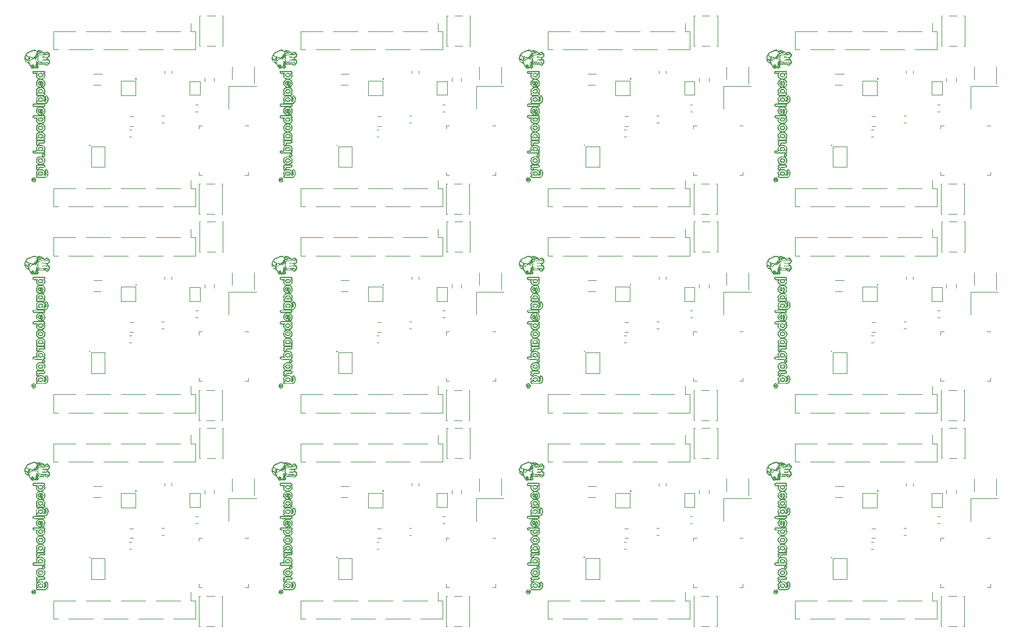
<source format=gbr>
G04 #@! TF.GenerationSoftware,KiCad,Pcbnew,5.1.5-52549c5~84~ubuntu19.04.1*
G04 #@! TF.CreationDate,2020-02-24T15:22:40-06:00*
G04 #@! TF.ProjectId,LeashPCB,4c656173-6850-4434-922e-6b696361645f,rev?*
G04 #@! TF.SameCoordinates,Original*
G04 #@! TF.FileFunction,Legend,Bot*
G04 #@! TF.FilePolarity,Positive*
%FSLAX46Y46*%
G04 Gerber Fmt 4.6, Leading zero omitted, Abs format (unit mm)*
G04 Created by KiCad (PCBNEW 5.1.5-52549c5~84~ubuntu19.04.1) date 2020-02-24 15:22:40*
%MOMM*%
%LPD*%
G04 APERTURE LIST*
%ADD10C,0.010000*%
%ADD11C,0.080000*%
%ADD12C,0.120000*%
%ADD13C,0.050000*%
G04 APERTURE END LIST*
D10*
G36*
X240080654Y-117886082D02*
G01*
X240122889Y-118019159D01*
X240189728Y-118140961D01*
X240280356Y-118249769D01*
X240393959Y-118343862D01*
X240529725Y-118421522D01*
X240587551Y-118446604D01*
X240660201Y-118479340D01*
X240704911Y-118508375D01*
X240718797Y-118524901D01*
X240732414Y-118551941D01*
X240754431Y-118596672D01*
X240781043Y-118651339D01*
X240793716Y-118677556D01*
X240827643Y-118742485D01*
X240866386Y-118808423D01*
X240902886Y-118863531D01*
X240911513Y-118875111D01*
X240950647Y-118930814D01*
X240989028Y-118993520D01*
X241010935Y-119034763D01*
X241038403Y-119085314D01*
X241066170Y-119117988D01*
X241102551Y-119141970D01*
X241112576Y-119147010D01*
X241154465Y-119164958D01*
X241187322Y-119169873D01*
X241226254Y-119163345D01*
X241238299Y-119160219D01*
X241290130Y-119150438D01*
X241352043Y-119144294D01*
X241385056Y-119143222D01*
X241447712Y-119138513D01*
X241516511Y-119126475D01*
X241552152Y-119117113D01*
X241599145Y-119103239D01*
X241629341Y-119098143D01*
X241652749Y-119101780D01*
X241679381Y-119114105D01*
X241683937Y-119116522D01*
X241746528Y-119136751D01*
X241820547Y-119141048D01*
X241894125Y-119129411D01*
X241929389Y-119116552D01*
X241997116Y-119073050D01*
X242043231Y-119017678D01*
X242066612Y-118954915D01*
X242066136Y-118889243D01*
X242040679Y-118825141D01*
X242011718Y-118788005D01*
X241973547Y-118748163D01*
X242011833Y-118639560D01*
X242030071Y-118588788D01*
X242044833Y-118549472D01*
X242053615Y-118528226D01*
X242054710Y-118526364D01*
X242069514Y-118527426D01*
X242105115Y-118534193D01*
X242154973Y-118545363D01*
X242177790Y-118550858D01*
X242329086Y-118577869D01*
X242495335Y-118589618D01*
X242667625Y-118585915D01*
X242837047Y-118566570D01*
X242845394Y-118565170D01*
X242920476Y-118552722D01*
X242972471Y-118545298D01*
X243006019Y-118542669D01*
X243025764Y-118544611D01*
X243036346Y-118550896D01*
X243039706Y-118555694D01*
X243093858Y-118626357D01*
X243164703Y-118679787D01*
X243245705Y-118712016D01*
X243310131Y-118719889D01*
X243389814Y-118711582D01*
X243449155Y-118685666D01*
X243490981Y-118640649D01*
X243502920Y-118618115D01*
X243519524Y-118577280D01*
X243529466Y-118544651D01*
X243530690Y-118536010D01*
X243543574Y-118517768D01*
X243577010Y-118499004D01*
X243590972Y-118493676D01*
X243633648Y-118473768D01*
X243663120Y-118443901D01*
X243682694Y-118409982D01*
X243708224Y-118330732D01*
X243714074Y-118238824D01*
X243701048Y-118141021D01*
X243669948Y-118044082D01*
X243630216Y-117967909D01*
X243587039Y-117914045D01*
X243531927Y-117874163D01*
X243457564Y-117843270D01*
X243439278Y-117837594D01*
X243382833Y-117820819D01*
X243378656Y-117726883D01*
X243378088Y-117671020D01*
X243382894Y-117639157D01*
X243392767Y-117627696D01*
X243416818Y-117620972D01*
X243456083Y-117610157D01*
X243474487Y-117605120D01*
X243546753Y-117571422D01*
X243609615Y-117515010D01*
X243660121Y-117440644D01*
X243695317Y-117353086D01*
X243712251Y-117257097D01*
X243713293Y-117220054D01*
X243709613Y-117165311D01*
X243701317Y-117115643D01*
X243693433Y-117090056D01*
X243656993Y-117034297D01*
X243607122Y-116993732D01*
X243569950Y-116978786D01*
X243543320Y-116967079D01*
X243526420Y-116942260D01*
X243515702Y-116907743D01*
X243494057Y-116854700D01*
X243461632Y-116809140D01*
X243458153Y-116805670D01*
X243429182Y-116781906D01*
X243399204Y-116769933D01*
X243356827Y-116766061D01*
X243335458Y-116765944D01*
X243264597Y-116773081D01*
X243202345Y-116795705D01*
X243143885Y-116836909D01*
X243084397Y-116899782D01*
X243043067Y-116953501D01*
X243025117Y-116955761D01*
X242989357Y-116943869D01*
X242940803Y-116920274D01*
X242884466Y-116887425D01*
X242825361Y-116847773D01*
X242822592Y-116845777D01*
X242706865Y-116768293D01*
X242585858Y-116698431D01*
X242464273Y-116638218D01*
X242346811Y-116589681D01*
X242238174Y-116554846D01*
X242143064Y-116535742D01*
X242096253Y-116532667D01*
X242088267Y-116533332D01*
X242088267Y-116619901D01*
X242155236Y-116630048D01*
X242235554Y-116650841D01*
X242325405Y-116681337D01*
X242420973Y-116720592D01*
X242493833Y-116755077D01*
X242615929Y-116823070D01*
X242738458Y-116903306D01*
X242819541Y-116964168D01*
X242856458Y-116987999D01*
X242903716Y-117010647D01*
X242954533Y-117029918D01*
X243002127Y-117043614D01*
X243039719Y-117049540D01*
X243060526Y-117045500D01*
X243062277Y-117042779D01*
X243083549Y-117003783D01*
X243119792Y-116958616D01*
X243162429Y-116916663D01*
X243202885Y-116887311D01*
X243205693Y-116885828D01*
X243260836Y-116865715D01*
X243317309Y-116858101D01*
X243366045Y-116863320D01*
X243395382Y-116878843D01*
X243415149Y-116912892D01*
X243428091Y-116962164D01*
X243431251Y-117013924D01*
X243429918Y-117027568D01*
X243422019Y-117046704D01*
X243401023Y-117065272D01*
X243362090Y-117086630D01*
X243312995Y-117108752D01*
X243200824Y-117157005D01*
X242797940Y-117175177D01*
X242694208Y-117179894D01*
X242599884Y-117184260D01*
X242518581Y-117188099D01*
X242453912Y-117191240D01*
X242409490Y-117193508D01*
X242388929Y-117194731D01*
X242388000Y-117194834D01*
X242391605Y-117202199D01*
X242402111Y-117210000D01*
X242426453Y-117216072D01*
X242475303Y-117220235D01*
X242545013Y-117222489D01*
X242631933Y-117222831D01*
X242732413Y-117221262D01*
X242842805Y-117217780D01*
X242959460Y-117212383D01*
X242998670Y-117210184D01*
X243084097Y-117204888D01*
X243147734Y-117199720D01*
X243195982Y-117193460D01*
X243235238Y-117184887D01*
X243271905Y-117172781D01*
X243312381Y-117155920D01*
X243334141Y-117146186D01*
X243420476Y-117109562D01*
X243485458Y-117088917D01*
X243531786Y-117085465D01*
X243562161Y-117100421D01*
X243579280Y-117135000D01*
X243585845Y-117190417D01*
X243584962Y-117259049D01*
X243579680Y-117333508D01*
X243570568Y-117386926D01*
X243556265Y-117426377D01*
X243550879Y-117436340D01*
X243519192Y-117477583D01*
X243479083Y-117514403D01*
X243473792Y-117518168D01*
X243437167Y-117538737D01*
X243400776Y-117545985D01*
X243354611Y-117543397D01*
X243282138Y-117536390D01*
X243197311Y-117529917D01*
X243105079Y-117524172D01*
X243010392Y-117519349D01*
X242918200Y-117515642D01*
X242833454Y-117513245D01*
X242761102Y-117512352D01*
X242706095Y-117513158D01*
X242673382Y-117515856D01*
X242670222Y-117516563D01*
X242620833Y-117530130D01*
X242698444Y-117546180D01*
X242738374Y-117552090D01*
X242800057Y-117558345D01*
X242877037Y-117564421D01*
X242962860Y-117569794D01*
X243030055Y-117573087D01*
X243284055Y-117583945D01*
X243288023Y-117748820D01*
X243291990Y-117913695D01*
X243231578Y-117921400D01*
X243197484Y-117924663D01*
X243141271Y-117928829D01*
X243069014Y-117933499D01*
X242986787Y-117938274D01*
X242922725Y-117941659D01*
X242816377Y-117948084D01*
X242733435Y-117955337D01*
X242674779Y-117963238D01*
X242641291Y-117971605D01*
X242633851Y-117980258D01*
X242653339Y-117989016D01*
X242671951Y-117993099D01*
X242688445Y-117995329D01*
X242710980Y-117996550D01*
X242742211Y-117996636D01*
X242784792Y-117995461D01*
X242841376Y-117992900D01*
X242914619Y-117988826D01*
X243007173Y-117983113D01*
X243121693Y-117975637D01*
X243260832Y-117966272D01*
X243312455Y-117962755D01*
X243373184Y-117959012D01*
X243413278Y-117958726D01*
X243440245Y-117963246D01*
X243461594Y-117973924D01*
X243484833Y-117992109D01*
X243487324Y-117994203D01*
X243535451Y-118045873D01*
X243566752Y-118108238D01*
X243583246Y-118186749D01*
X243587134Y-118263798D01*
X243583883Y-118336590D01*
X243571945Y-118386791D01*
X243548724Y-118415498D01*
X243511626Y-118423807D01*
X243458055Y-118412814D01*
X243385416Y-118383616D01*
X243346809Y-118365315D01*
X243298231Y-118342071D01*
X243259004Y-118325654D01*
X243221990Y-118314486D01*
X243180045Y-118306991D01*
X243126031Y-118301590D01*
X243052805Y-118296706D01*
X243030055Y-118295346D01*
X242949225Y-118291145D01*
X242849429Y-118286878D01*
X242739920Y-118282889D01*
X242629951Y-118279519D01*
X242550278Y-118277552D01*
X242462216Y-118275161D01*
X242382487Y-118272057D01*
X242315897Y-118268503D01*
X242267251Y-118264761D01*
X242241355Y-118261093D01*
X242239833Y-118260606D01*
X242221683Y-118256192D01*
X242221438Y-118260625D01*
X242239084Y-118269687D01*
X242276150Y-118283177D01*
X242324787Y-118298251D01*
X242327271Y-118298964D01*
X242362817Y-118307822D01*
X242403788Y-118315100D01*
X242454080Y-118321119D01*
X242517586Y-118326199D01*
X242598201Y-118330660D01*
X242699820Y-118334825D01*
X242806049Y-118338384D01*
X243188820Y-118350364D01*
X243306911Y-118402285D01*
X243360403Y-118427005D01*
X243403957Y-118449366D01*
X243431030Y-118465910D01*
X243436160Y-118470631D01*
X243442022Y-118497817D01*
X243439120Y-118540011D01*
X243429242Y-118586049D01*
X243414178Y-118624765D01*
X243410449Y-118631035D01*
X243375496Y-118661533D01*
X243327839Y-118672285D01*
X243272658Y-118665380D01*
X243215128Y-118642907D01*
X243160430Y-118606954D01*
X243113740Y-118559612D01*
X243080237Y-118502968D01*
X243077799Y-118496839D01*
X243061051Y-118471757D01*
X243034141Y-118469576D01*
X243033326Y-118469755D01*
X243004528Y-118476415D01*
X242957799Y-118487432D01*
X242902649Y-118500561D01*
X242896000Y-118502152D01*
X242843923Y-118512640D01*
X242785737Y-118519976D01*
X242715599Y-118524577D01*
X242627669Y-118526859D01*
X242543222Y-118527297D01*
X242448326Y-118526775D01*
X242375162Y-118524983D01*
X242317245Y-118521324D01*
X242268093Y-118515205D01*
X242221223Y-118506030D01*
X242170151Y-118493203D01*
X242169278Y-118492968D01*
X242042278Y-118458834D01*
X242043883Y-118395334D01*
X242046473Y-118254895D01*
X242046347Y-118140796D01*
X242043358Y-118051271D01*
X242037357Y-117984556D01*
X242028196Y-117938884D01*
X242015726Y-117912490D01*
X242002607Y-117903930D01*
X241986762Y-117904135D01*
X241982393Y-117917796D01*
X241987446Y-117951711D01*
X241987731Y-117953160D01*
X241995104Y-118009434D01*
X241998748Y-118079962D01*
X241999018Y-118159472D01*
X241996268Y-118242693D01*
X241990853Y-118324352D01*
X241983127Y-118399176D01*
X241973445Y-118461893D01*
X241962162Y-118507232D01*
X241949631Y-118529919D01*
X241948925Y-118530397D01*
X241941495Y-118522709D01*
X241937027Y-118494387D01*
X241936444Y-118476035D01*
X241932313Y-118426661D01*
X241921384Y-118363691D01*
X241905850Y-118296017D01*
X241887907Y-118232531D01*
X241869749Y-118182124D01*
X241858416Y-118159883D01*
X241831841Y-118132842D01*
X241806781Y-118130233D01*
X241788741Y-118151917D01*
X241783083Y-118174841D01*
X241774629Y-118219449D01*
X241766710Y-118266317D01*
X241766710Y-118743897D01*
X241781935Y-118746157D01*
X241811317Y-118763014D01*
X241848531Y-118789651D01*
X241887251Y-118821248D01*
X241921151Y-118852989D01*
X241942222Y-118877569D01*
X241960645Y-118910900D01*
X241962362Y-118942506D01*
X241950907Y-118980019D01*
X241920395Y-119023615D01*
X241871592Y-119053987D01*
X241812031Y-119069300D01*
X241749243Y-119067718D01*
X241690761Y-119047405D01*
X241685972Y-119044599D01*
X241652403Y-119020023D01*
X241642660Y-118997014D01*
X241655834Y-118967903D01*
X241674109Y-118944614D01*
X241698397Y-118907169D01*
X241722198Y-118857037D01*
X241732288Y-118829688D01*
X241747445Y-118786414D01*
X241760686Y-118754445D01*
X241766710Y-118743897D01*
X241766710Y-118266317D01*
X241764487Y-118279474D01*
X241753766Y-118348648D01*
X241752946Y-118354189D01*
X241734101Y-118472657D01*
X241715150Y-118569550D01*
X241694316Y-118651467D01*
X241669828Y-118725005D01*
X241639909Y-118796764D01*
X241625847Y-118826814D01*
X241573770Y-118918940D01*
X241514383Y-118996239D01*
X241452096Y-119053384D01*
X241422968Y-119071821D01*
X241389879Y-119084151D01*
X241375755Y-119075589D01*
X241380612Y-119046157D01*
X241390502Y-119022907D01*
X241419739Y-118933740D01*
X241422549Y-118847198D01*
X241399403Y-118766674D01*
X241350774Y-118695560D01*
X241344082Y-118688651D01*
X241308820Y-118656556D01*
X241278470Y-118640699D01*
X241239998Y-118635536D01*
X241218478Y-118635222D01*
X241171165Y-118637983D01*
X241151932Y-118644616D01*
X241151932Y-118719889D01*
X241170936Y-118731733D01*
X241178537Y-118763656D01*
X241175443Y-118810243D01*
X241162359Y-118866082D01*
X241139993Y-118925759D01*
X241119835Y-118965780D01*
X241085630Y-119016497D01*
X241057241Y-119040238D01*
X241036712Y-119037996D01*
X241026086Y-119010762D01*
X241027406Y-118959531D01*
X241033474Y-118923821D01*
X241048626Y-118872928D01*
X241071611Y-118820357D01*
X241098488Y-118772892D01*
X241125315Y-118737321D01*
X241148150Y-118720429D01*
X241151932Y-118719889D01*
X241151932Y-118644616D01*
X241136575Y-118649913D01*
X241100798Y-118676484D01*
X241090643Y-118685508D01*
X241052202Y-118728639D01*
X241020015Y-118778919D01*
X241010889Y-118798882D01*
X240986795Y-118861970D01*
X240953594Y-118830779D01*
X240927097Y-118797265D01*
X240894698Y-118743328D01*
X240859387Y-118675328D01*
X240824157Y-118599628D01*
X240791999Y-118522588D01*
X240765906Y-118450568D01*
X240751450Y-118401012D01*
X240725932Y-118306259D01*
X240700025Y-118233558D01*
X240669903Y-118176946D01*
X240631741Y-118130465D01*
X240581711Y-118088151D01*
X240526648Y-118050787D01*
X240470134Y-118014837D01*
X240433226Y-117991689D01*
X240411761Y-117978932D01*
X240401574Y-117974152D01*
X240398503Y-117974937D01*
X240398333Y-117976444D01*
X240409339Y-117986285D01*
X240438935Y-118007771D01*
X240481992Y-118037260D01*
X240511950Y-118057145D01*
X240585182Y-118110020D01*
X240637772Y-118161733D01*
X240675723Y-118220422D01*
X240705041Y-118294225D01*
X240717255Y-118335391D01*
X240730833Y-118389377D01*
X240734384Y-118420743D01*
X240727374Y-118433449D01*
X240709269Y-118431452D01*
X240704549Y-118429743D01*
X240691012Y-118417933D01*
X240687028Y-118392053D01*
X240689862Y-118355328D01*
X240692056Y-118308359D01*
X240683080Y-118275111D01*
X240666864Y-118250695D01*
X240629635Y-118219127D01*
X240591861Y-118214450D01*
X240581778Y-118220520D01*
X240581778Y-118254222D01*
X240604408Y-118260668D01*
X240607635Y-118284643D01*
X240607453Y-118285972D01*
X240595920Y-118310796D01*
X240581778Y-118317722D01*
X240563523Y-118305711D01*
X240556102Y-118285972D01*
X240558712Y-118261206D01*
X240580515Y-118254230D01*
X240581778Y-118254222D01*
X240581778Y-118220520D01*
X240556763Y-118235582D01*
X240527559Y-118281444D01*
X240520441Y-118299825D01*
X240502467Y-118352109D01*
X240432761Y-118304990D01*
X240324464Y-118217040D01*
X240236796Y-118114748D01*
X240172209Y-118001566D01*
X240133755Y-117883806D01*
X240125458Y-117841575D01*
X240125810Y-117822080D01*
X240137526Y-117820464D01*
X240162900Y-117831668D01*
X240177469Y-117837092D01*
X240169249Y-117827902D01*
X240154917Y-117816380D01*
X240128579Y-117789628D01*
X240116355Y-117764724D01*
X240120708Y-117748705D01*
X240130342Y-117746222D01*
X240135828Y-117736728D01*
X240127848Y-117719443D01*
X240120304Y-117698770D01*
X240119938Y-117667741D01*
X240127076Y-117619881D01*
X240134783Y-117581859D01*
X240149469Y-117527149D01*
X240170801Y-117465094D01*
X240196090Y-117401757D01*
X240222650Y-117343201D01*
X240247791Y-117295487D01*
X240268826Y-117264680D01*
X240279005Y-117256598D01*
X240293072Y-117265382D01*
X240312619Y-117292972D01*
X240324020Y-117314265D01*
X240349654Y-117357781D01*
X240382950Y-117395095D01*
X240427293Y-117427949D01*
X240486066Y-117458081D01*
X240562653Y-117487231D01*
X240660437Y-117517138D01*
X240780528Y-117548968D01*
X240868667Y-117572505D01*
X240968030Y-117601050D01*
X241063886Y-117630292D01*
X241115751Y-117647099D01*
X241190964Y-117670894D01*
X241267529Y-117692813D01*
X241335518Y-117710129D01*
X241377543Y-117718923D01*
X241502140Y-117729019D01*
X241618208Y-117715985D01*
X241722812Y-117681049D01*
X241813016Y-117625442D01*
X241885884Y-117550393D01*
X241923323Y-117490282D01*
X241948759Y-117425984D01*
X241970162Y-117345508D01*
X241985083Y-117260853D01*
X241991071Y-117184017D01*
X241990585Y-117160859D01*
X241989357Y-117118323D01*
X241995296Y-117093918D01*
X242013416Y-117077635D01*
X242038971Y-117064262D01*
X242086023Y-117046580D01*
X242154269Y-117028073D01*
X242236768Y-117010164D01*
X242326583Y-116994275D01*
X242416773Y-116981828D01*
X242465611Y-116976825D01*
X242578500Y-116966984D01*
X242524744Y-116920466D01*
X242452352Y-116868161D01*
X242359474Y-116816952D01*
X242253717Y-116770638D01*
X242158916Y-116737816D01*
X242082837Y-116712547D01*
X242032642Y-116690238D01*
X242006329Y-116669515D01*
X242001896Y-116649002D01*
X242009638Y-116635322D01*
X242038462Y-116621344D01*
X242088267Y-116619901D01*
X242088267Y-116533332D01*
X242027390Y-116538407D01*
X241980870Y-116557141D01*
X241952929Y-116591142D01*
X241942345Y-116625584D01*
X241941032Y-116665065D01*
X241955416Y-116698151D01*
X241988478Y-116727387D01*
X242043202Y-116755321D01*
X242122570Y-116784499D01*
X242132131Y-116787634D01*
X242197165Y-116809853D01*
X242258732Y-116832754D01*
X242307407Y-116852755D01*
X242323862Y-116860497D01*
X242380776Y-116889532D01*
X242256460Y-116914700D01*
X242191366Y-116928878D01*
X242128659Y-116944227D01*
X242079473Y-116957978D01*
X242069704Y-116961144D01*
X242007264Y-116982419D01*
X241985840Y-116909238D01*
X241937022Y-116786521D01*
X241868680Y-116683877D01*
X241781603Y-116602032D01*
X241676579Y-116541712D01*
X241554400Y-116503641D01*
X241542127Y-116501245D01*
X241474880Y-116493585D01*
X241412078Y-116496231D01*
X241412078Y-116591155D01*
X241471762Y-116591882D01*
X241539008Y-116596705D01*
X241587741Y-116605186D01*
X241627635Y-116619572D01*
X241656018Y-116634672D01*
X241750992Y-116706211D01*
X241827001Y-116797314D01*
X241883009Y-116905749D01*
X241917980Y-117029286D01*
X241930881Y-117165694D01*
X241929588Y-117224111D01*
X241923689Y-117289754D01*
X241914028Y-117353774D01*
X241902520Y-117403931D01*
X241900483Y-117410301D01*
X241867142Y-117477625D01*
X241816457Y-117544872D01*
X241756812Y-117602275D01*
X241707644Y-117634875D01*
X241638195Y-117663085D01*
X241563296Y-117678221D01*
X241479240Y-117680052D01*
X241382319Y-117668352D01*
X241268822Y-117642892D01*
X241135042Y-117603442D01*
X241120290Y-117598681D01*
X241030122Y-117570450D01*
X240929427Y-117540629D01*
X240830854Y-117512877D01*
X240751259Y-117491904D01*
X240646152Y-117464172D01*
X240564430Y-117438973D01*
X240501608Y-117414419D01*
X240453197Y-117388626D01*
X240414708Y-117359708D01*
X240397576Y-117343275D01*
X240369261Y-117309686D01*
X240353776Y-117275826D01*
X240346189Y-117229469D01*
X240344796Y-117212420D01*
X240344300Y-117154233D01*
X240353431Y-117103421D01*
X240374539Y-117057931D01*
X240409975Y-117015711D01*
X240462091Y-116974710D01*
X240533237Y-116932877D01*
X240625766Y-116888160D01*
X240742028Y-116838507D01*
X240800266Y-116814982D01*
X240876845Y-116783642D01*
X240953962Y-116750728D01*
X241022688Y-116720130D01*
X241074097Y-116695735D01*
X241074517Y-116695523D01*
X241174014Y-116648618D01*
X241258488Y-116616880D01*
X241335368Y-116598372D01*
X241412078Y-116591155D01*
X241412078Y-116496231D01*
X241405461Y-116496510D01*
X241329186Y-116511093D01*
X241241372Y-116538406D01*
X241137336Y-116579523D01*
X241068611Y-116609713D01*
X240979587Y-116649321D01*
X240880233Y-116692601D01*
X240782234Y-116734513D01*
X240697275Y-116770016D01*
X240691647Y-116772323D01*
X240588097Y-116816247D01*
X240507139Y-116855211D01*
X240444472Y-116892814D01*
X240395795Y-116932655D01*
X240356805Y-116978330D01*
X240323201Y-117033437D01*
X240290682Y-117101575D01*
X240286464Y-117111222D01*
X240270830Y-117139934D01*
X240243970Y-117182570D01*
X240211436Y-117230359D01*
X240208350Y-117234709D01*
X240156431Y-117322251D01*
X240114698Y-117421226D01*
X240109700Y-117436410D01*
X240073245Y-117592988D01*
X240063834Y-117743452D01*
X240080654Y-117886082D01*
G37*
X240080654Y-117886082D02*
X240122889Y-118019159D01*
X240189728Y-118140961D01*
X240280356Y-118249769D01*
X240393959Y-118343862D01*
X240529725Y-118421522D01*
X240587551Y-118446604D01*
X240660201Y-118479340D01*
X240704911Y-118508375D01*
X240718797Y-118524901D01*
X240732414Y-118551941D01*
X240754431Y-118596672D01*
X240781043Y-118651339D01*
X240793716Y-118677556D01*
X240827643Y-118742485D01*
X240866386Y-118808423D01*
X240902886Y-118863531D01*
X240911513Y-118875111D01*
X240950647Y-118930814D01*
X240989028Y-118993520D01*
X241010935Y-119034763D01*
X241038403Y-119085314D01*
X241066170Y-119117988D01*
X241102551Y-119141970D01*
X241112576Y-119147010D01*
X241154465Y-119164958D01*
X241187322Y-119169873D01*
X241226254Y-119163345D01*
X241238299Y-119160219D01*
X241290130Y-119150438D01*
X241352043Y-119144294D01*
X241385056Y-119143222D01*
X241447712Y-119138513D01*
X241516511Y-119126475D01*
X241552152Y-119117113D01*
X241599145Y-119103239D01*
X241629341Y-119098143D01*
X241652749Y-119101780D01*
X241679381Y-119114105D01*
X241683937Y-119116522D01*
X241746528Y-119136751D01*
X241820547Y-119141048D01*
X241894125Y-119129411D01*
X241929389Y-119116552D01*
X241997116Y-119073050D01*
X242043231Y-119017678D01*
X242066612Y-118954915D01*
X242066136Y-118889243D01*
X242040679Y-118825141D01*
X242011718Y-118788005D01*
X241973547Y-118748163D01*
X242011833Y-118639560D01*
X242030071Y-118588788D01*
X242044833Y-118549472D01*
X242053615Y-118528226D01*
X242054710Y-118526364D01*
X242069514Y-118527426D01*
X242105115Y-118534193D01*
X242154973Y-118545363D01*
X242177790Y-118550858D01*
X242329086Y-118577869D01*
X242495335Y-118589618D01*
X242667625Y-118585915D01*
X242837047Y-118566570D01*
X242845394Y-118565170D01*
X242920476Y-118552722D01*
X242972471Y-118545298D01*
X243006019Y-118542669D01*
X243025764Y-118544611D01*
X243036346Y-118550896D01*
X243039706Y-118555694D01*
X243093858Y-118626357D01*
X243164703Y-118679787D01*
X243245705Y-118712016D01*
X243310131Y-118719889D01*
X243389814Y-118711582D01*
X243449155Y-118685666D01*
X243490981Y-118640649D01*
X243502920Y-118618115D01*
X243519524Y-118577280D01*
X243529466Y-118544651D01*
X243530690Y-118536010D01*
X243543574Y-118517768D01*
X243577010Y-118499004D01*
X243590972Y-118493676D01*
X243633648Y-118473768D01*
X243663120Y-118443901D01*
X243682694Y-118409982D01*
X243708224Y-118330732D01*
X243714074Y-118238824D01*
X243701048Y-118141021D01*
X243669948Y-118044082D01*
X243630216Y-117967909D01*
X243587039Y-117914045D01*
X243531927Y-117874163D01*
X243457564Y-117843270D01*
X243439278Y-117837594D01*
X243382833Y-117820819D01*
X243378656Y-117726883D01*
X243378088Y-117671020D01*
X243382894Y-117639157D01*
X243392767Y-117627696D01*
X243416818Y-117620972D01*
X243456083Y-117610157D01*
X243474487Y-117605120D01*
X243546753Y-117571422D01*
X243609615Y-117515010D01*
X243660121Y-117440644D01*
X243695317Y-117353086D01*
X243712251Y-117257097D01*
X243713293Y-117220054D01*
X243709613Y-117165311D01*
X243701317Y-117115643D01*
X243693433Y-117090056D01*
X243656993Y-117034297D01*
X243607122Y-116993732D01*
X243569950Y-116978786D01*
X243543320Y-116967079D01*
X243526420Y-116942260D01*
X243515702Y-116907743D01*
X243494057Y-116854700D01*
X243461632Y-116809140D01*
X243458153Y-116805670D01*
X243429182Y-116781906D01*
X243399204Y-116769933D01*
X243356827Y-116766061D01*
X243335458Y-116765944D01*
X243264597Y-116773081D01*
X243202345Y-116795705D01*
X243143885Y-116836909D01*
X243084397Y-116899782D01*
X243043067Y-116953501D01*
X243025117Y-116955761D01*
X242989357Y-116943869D01*
X242940803Y-116920274D01*
X242884466Y-116887425D01*
X242825361Y-116847773D01*
X242822592Y-116845777D01*
X242706865Y-116768293D01*
X242585858Y-116698431D01*
X242464273Y-116638218D01*
X242346811Y-116589681D01*
X242238174Y-116554846D01*
X242143064Y-116535742D01*
X242096253Y-116532667D01*
X242088267Y-116533332D01*
X242088267Y-116619901D01*
X242155236Y-116630048D01*
X242235554Y-116650841D01*
X242325405Y-116681337D01*
X242420973Y-116720592D01*
X242493833Y-116755077D01*
X242615929Y-116823070D01*
X242738458Y-116903306D01*
X242819541Y-116964168D01*
X242856458Y-116987999D01*
X242903716Y-117010647D01*
X242954533Y-117029918D01*
X243002127Y-117043614D01*
X243039719Y-117049540D01*
X243060526Y-117045500D01*
X243062277Y-117042779D01*
X243083549Y-117003783D01*
X243119792Y-116958616D01*
X243162429Y-116916663D01*
X243202885Y-116887311D01*
X243205693Y-116885828D01*
X243260836Y-116865715D01*
X243317309Y-116858101D01*
X243366045Y-116863320D01*
X243395382Y-116878843D01*
X243415149Y-116912892D01*
X243428091Y-116962164D01*
X243431251Y-117013924D01*
X243429918Y-117027568D01*
X243422019Y-117046704D01*
X243401023Y-117065272D01*
X243362090Y-117086630D01*
X243312995Y-117108752D01*
X243200824Y-117157005D01*
X242797940Y-117175177D01*
X242694208Y-117179894D01*
X242599884Y-117184260D01*
X242518581Y-117188099D01*
X242453912Y-117191240D01*
X242409490Y-117193508D01*
X242388929Y-117194731D01*
X242388000Y-117194834D01*
X242391605Y-117202199D01*
X242402111Y-117210000D01*
X242426453Y-117216072D01*
X242475303Y-117220235D01*
X242545013Y-117222489D01*
X242631933Y-117222831D01*
X242732413Y-117221262D01*
X242842805Y-117217780D01*
X242959460Y-117212383D01*
X242998670Y-117210184D01*
X243084097Y-117204888D01*
X243147734Y-117199720D01*
X243195982Y-117193460D01*
X243235238Y-117184887D01*
X243271905Y-117172781D01*
X243312381Y-117155920D01*
X243334141Y-117146186D01*
X243420476Y-117109562D01*
X243485458Y-117088917D01*
X243531786Y-117085465D01*
X243562161Y-117100421D01*
X243579280Y-117135000D01*
X243585845Y-117190417D01*
X243584962Y-117259049D01*
X243579680Y-117333508D01*
X243570568Y-117386926D01*
X243556265Y-117426377D01*
X243550879Y-117436340D01*
X243519192Y-117477583D01*
X243479083Y-117514403D01*
X243473792Y-117518168D01*
X243437167Y-117538737D01*
X243400776Y-117545985D01*
X243354611Y-117543397D01*
X243282138Y-117536390D01*
X243197311Y-117529917D01*
X243105079Y-117524172D01*
X243010392Y-117519349D01*
X242918200Y-117515642D01*
X242833454Y-117513245D01*
X242761102Y-117512352D01*
X242706095Y-117513158D01*
X242673382Y-117515856D01*
X242670222Y-117516563D01*
X242620833Y-117530130D01*
X242698444Y-117546180D01*
X242738374Y-117552090D01*
X242800057Y-117558345D01*
X242877037Y-117564421D01*
X242962860Y-117569794D01*
X243030055Y-117573087D01*
X243284055Y-117583945D01*
X243288023Y-117748820D01*
X243291990Y-117913695D01*
X243231578Y-117921400D01*
X243197484Y-117924663D01*
X243141271Y-117928829D01*
X243069014Y-117933499D01*
X242986787Y-117938274D01*
X242922725Y-117941659D01*
X242816377Y-117948084D01*
X242733435Y-117955337D01*
X242674779Y-117963238D01*
X242641291Y-117971605D01*
X242633851Y-117980258D01*
X242653339Y-117989016D01*
X242671951Y-117993099D01*
X242688445Y-117995329D01*
X242710980Y-117996550D01*
X242742211Y-117996636D01*
X242784792Y-117995461D01*
X242841376Y-117992900D01*
X242914619Y-117988826D01*
X243007173Y-117983113D01*
X243121693Y-117975637D01*
X243260832Y-117966272D01*
X243312455Y-117962755D01*
X243373184Y-117959012D01*
X243413278Y-117958726D01*
X243440245Y-117963246D01*
X243461594Y-117973924D01*
X243484833Y-117992109D01*
X243487324Y-117994203D01*
X243535451Y-118045873D01*
X243566752Y-118108238D01*
X243583246Y-118186749D01*
X243587134Y-118263798D01*
X243583883Y-118336590D01*
X243571945Y-118386791D01*
X243548724Y-118415498D01*
X243511626Y-118423807D01*
X243458055Y-118412814D01*
X243385416Y-118383616D01*
X243346809Y-118365315D01*
X243298231Y-118342071D01*
X243259004Y-118325654D01*
X243221990Y-118314486D01*
X243180045Y-118306991D01*
X243126031Y-118301590D01*
X243052805Y-118296706D01*
X243030055Y-118295346D01*
X242949225Y-118291145D01*
X242849429Y-118286878D01*
X242739920Y-118282889D01*
X242629951Y-118279519D01*
X242550278Y-118277552D01*
X242462216Y-118275161D01*
X242382487Y-118272057D01*
X242315897Y-118268503D01*
X242267251Y-118264761D01*
X242241355Y-118261093D01*
X242239833Y-118260606D01*
X242221683Y-118256192D01*
X242221438Y-118260625D01*
X242239084Y-118269687D01*
X242276150Y-118283177D01*
X242324787Y-118298251D01*
X242327271Y-118298964D01*
X242362817Y-118307822D01*
X242403788Y-118315100D01*
X242454080Y-118321119D01*
X242517586Y-118326199D01*
X242598201Y-118330660D01*
X242699820Y-118334825D01*
X242806049Y-118338384D01*
X243188820Y-118350364D01*
X243306911Y-118402285D01*
X243360403Y-118427005D01*
X243403957Y-118449366D01*
X243431030Y-118465910D01*
X243436160Y-118470631D01*
X243442022Y-118497817D01*
X243439120Y-118540011D01*
X243429242Y-118586049D01*
X243414178Y-118624765D01*
X243410449Y-118631035D01*
X243375496Y-118661533D01*
X243327839Y-118672285D01*
X243272658Y-118665380D01*
X243215128Y-118642907D01*
X243160430Y-118606954D01*
X243113740Y-118559612D01*
X243080237Y-118502968D01*
X243077799Y-118496839D01*
X243061051Y-118471757D01*
X243034141Y-118469576D01*
X243033326Y-118469755D01*
X243004528Y-118476415D01*
X242957799Y-118487432D01*
X242902649Y-118500561D01*
X242896000Y-118502152D01*
X242843923Y-118512640D01*
X242785737Y-118519976D01*
X242715599Y-118524577D01*
X242627669Y-118526859D01*
X242543222Y-118527297D01*
X242448326Y-118526775D01*
X242375162Y-118524983D01*
X242317245Y-118521324D01*
X242268093Y-118515205D01*
X242221223Y-118506030D01*
X242170151Y-118493203D01*
X242169278Y-118492968D01*
X242042278Y-118458834D01*
X242043883Y-118395334D01*
X242046473Y-118254895D01*
X242046347Y-118140796D01*
X242043358Y-118051271D01*
X242037357Y-117984556D01*
X242028196Y-117938884D01*
X242015726Y-117912490D01*
X242002607Y-117903930D01*
X241986762Y-117904135D01*
X241982393Y-117917796D01*
X241987446Y-117951711D01*
X241987731Y-117953160D01*
X241995104Y-118009434D01*
X241998748Y-118079962D01*
X241999018Y-118159472D01*
X241996268Y-118242693D01*
X241990853Y-118324352D01*
X241983127Y-118399176D01*
X241973445Y-118461893D01*
X241962162Y-118507232D01*
X241949631Y-118529919D01*
X241948925Y-118530397D01*
X241941495Y-118522709D01*
X241937027Y-118494387D01*
X241936444Y-118476035D01*
X241932313Y-118426661D01*
X241921384Y-118363691D01*
X241905850Y-118296017D01*
X241887907Y-118232531D01*
X241869749Y-118182124D01*
X241858416Y-118159883D01*
X241831841Y-118132842D01*
X241806781Y-118130233D01*
X241788741Y-118151917D01*
X241783083Y-118174841D01*
X241774629Y-118219449D01*
X241766710Y-118266317D01*
X241766710Y-118743897D01*
X241781935Y-118746157D01*
X241811317Y-118763014D01*
X241848531Y-118789651D01*
X241887251Y-118821248D01*
X241921151Y-118852989D01*
X241942222Y-118877569D01*
X241960645Y-118910900D01*
X241962362Y-118942506D01*
X241950907Y-118980019D01*
X241920395Y-119023615D01*
X241871592Y-119053987D01*
X241812031Y-119069300D01*
X241749243Y-119067718D01*
X241690761Y-119047405D01*
X241685972Y-119044599D01*
X241652403Y-119020023D01*
X241642660Y-118997014D01*
X241655834Y-118967903D01*
X241674109Y-118944614D01*
X241698397Y-118907169D01*
X241722198Y-118857037D01*
X241732288Y-118829688D01*
X241747445Y-118786414D01*
X241760686Y-118754445D01*
X241766710Y-118743897D01*
X241766710Y-118266317D01*
X241764487Y-118279474D01*
X241753766Y-118348648D01*
X241752946Y-118354189D01*
X241734101Y-118472657D01*
X241715150Y-118569550D01*
X241694316Y-118651467D01*
X241669828Y-118725005D01*
X241639909Y-118796764D01*
X241625847Y-118826814D01*
X241573770Y-118918940D01*
X241514383Y-118996239D01*
X241452096Y-119053384D01*
X241422968Y-119071821D01*
X241389879Y-119084151D01*
X241375755Y-119075589D01*
X241380612Y-119046157D01*
X241390502Y-119022907D01*
X241419739Y-118933740D01*
X241422549Y-118847198D01*
X241399403Y-118766674D01*
X241350774Y-118695560D01*
X241344082Y-118688651D01*
X241308820Y-118656556D01*
X241278470Y-118640699D01*
X241239998Y-118635536D01*
X241218478Y-118635222D01*
X241171165Y-118637983D01*
X241151932Y-118644616D01*
X241151932Y-118719889D01*
X241170936Y-118731733D01*
X241178537Y-118763656D01*
X241175443Y-118810243D01*
X241162359Y-118866082D01*
X241139993Y-118925759D01*
X241119835Y-118965780D01*
X241085630Y-119016497D01*
X241057241Y-119040238D01*
X241036712Y-119037996D01*
X241026086Y-119010762D01*
X241027406Y-118959531D01*
X241033474Y-118923821D01*
X241048626Y-118872928D01*
X241071611Y-118820357D01*
X241098488Y-118772892D01*
X241125315Y-118737321D01*
X241148150Y-118720429D01*
X241151932Y-118719889D01*
X241151932Y-118644616D01*
X241136575Y-118649913D01*
X241100798Y-118676484D01*
X241090643Y-118685508D01*
X241052202Y-118728639D01*
X241020015Y-118778919D01*
X241010889Y-118798882D01*
X240986795Y-118861970D01*
X240953594Y-118830779D01*
X240927097Y-118797265D01*
X240894698Y-118743328D01*
X240859387Y-118675328D01*
X240824157Y-118599628D01*
X240791999Y-118522588D01*
X240765906Y-118450568D01*
X240751450Y-118401012D01*
X240725932Y-118306259D01*
X240700025Y-118233558D01*
X240669903Y-118176946D01*
X240631741Y-118130465D01*
X240581711Y-118088151D01*
X240526648Y-118050787D01*
X240470134Y-118014837D01*
X240433226Y-117991689D01*
X240411761Y-117978932D01*
X240401574Y-117974152D01*
X240398503Y-117974937D01*
X240398333Y-117976444D01*
X240409339Y-117986285D01*
X240438935Y-118007771D01*
X240481992Y-118037260D01*
X240511950Y-118057145D01*
X240585182Y-118110020D01*
X240637772Y-118161733D01*
X240675723Y-118220422D01*
X240705041Y-118294225D01*
X240717255Y-118335391D01*
X240730833Y-118389377D01*
X240734384Y-118420743D01*
X240727374Y-118433449D01*
X240709269Y-118431452D01*
X240704549Y-118429743D01*
X240691012Y-118417933D01*
X240687028Y-118392053D01*
X240689862Y-118355328D01*
X240692056Y-118308359D01*
X240683080Y-118275111D01*
X240666864Y-118250695D01*
X240629635Y-118219127D01*
X240591861Y-118214450D01*
X240581778Y-118220520D01*
X240581778Y-118254222D01*
X240604408Y-118260668D01*
X240607635Y-118284643D01*
X240607453Y-118285972D01*
X240595920Y-118310796D01*
X240581778Y-118317722D01*
X240563523Y-118305711D01*
X240556102Y-118285972D01*
X240558712Y-118261206D01*
X240580515Y-118254230D01*
X240581778Y-118254222D01*
X240581778Y-118220520D01*
X240556763Y-118235582D01*
X240527559Y-118281444D01*
X240520441Y-118299825D01*
X240502467Y-118352109D01*
X240432761Y-118304990D01*
X240324464Y-118217040D01*
X240236796Y-118114748D01*
X240172209Y-118001566D01*
X240133755Y-117883806D01*
X240125458Y-117841575D01*
X240125810Y-117822080D01*
X240137526Y-117820464D01*
X240162900Y-117831668D01*
X240177469Y-117837092D01*
X240169249Y-117827902D01*
X240154917Y-117816380D01*
X240128579Y-117789628D01*
X240116355Y-117764724D01*
X240120708Y-117748705D01*
X240130342Y-117746222D01*
X240135828Y-117736728D01*
X240127848Y-117719443D01*
X240120304Y-117698770D01*
X240119938Y-117667741D01*
X240127076Y-117619881D01*
X240134783Y-117581859D01*
X240149469Y-117527149D01*
X240170801Y-117465094D01*
X240196090Y-117401757D01*
X240222650Y-117343201D01*
X240247791Y-117295487D01*
X240268826Y-117264680D01*
X240279005Y-117256598D01*
X240293072Y-117265382D01*
X240312619Y-117292972D01*
X240324020Y-117314265D01*
X240349654Y-117357781D01*
X240382950Y-117395095D01*
X240427293Y-117427949D01*
X240486066Y-117458081D01*
X240562653Y-117487231D01*
X240660437Y-117517138D01*
X240780528Y-117548968D01*
X240868667Y-117572505D01*
X240968030Y-117601050D01*
X241063886Y-117630292D01*
X241115751Y-117647099D01*
X241190964Y-117670894D01*
X241267529Y-117692813D01*
X241335518Y-117710129D01*
X241377543Y-117718923D01*
X241502140Y-117729019D01*
X241618208Y-117715985D01*
X241722812Y-117681049D01*
X241813016Y-117625442D01*
X241885884Y-117550393D01*
X241923323Y-117490282D01*
X241948759Y-117425984D01*
X241970162Y-117345508D01*
X241985083Y-117260853D01*
X241991071Y-117184017D01*
X241990585Y-117160859D01*
X241989357Y-117118323D01*
X241995296Y-117093918D01*
X242013416Y-117077635D01*
X242038971Y-117064262D01*
X242086023Y-117046580D01*
X242154269Y-117028073D01*
X242236768Y-117010164D01*
X242326583Y-116994275D01*
X242416773Y-116981828D01*
X242465611Y-116976825D01*
X242578500Y-116966984D01*
X242524744Y-116920466D01*
X242452352Y-116868161D01*
X242359474Y-116816952D01*
X242253717Y-116770638D01*
X242158916Y-116737816D01*
X242082837Y-116712547D01*
X242032642Y-116690238D01*
X242006329Y-116669515D01*
X242001896Y-116649002D01*
X242009638Y-116635322D01*
X242038462Y-116621344D01*
X242088267Y-116619901D01*
X242088267Y-116533332D01*
X242027390Y-116538407D01*
X241980870Y-116557141D01*
X241952929Y-116591142D01*
X241942345Y-116625584D01*
X241941032Y-116665065D01*
X241955416Y-116698151D01*
X241988478Y-116727387D01*
X242043202Y-116755321D01*
X242122570Y-116784499D01*
X242132131Y-116787634D01*
X242197165Y-116809853D01*
X242258732Y-116832754D01*
X242307407Y-116852755D01*
X242323862Y-116860497D01*
X242380776Y-116889532D01*
X242256460Y-116914700D01*
X242191366Y-116928878D01*
X242128659Y-116944227D01*
X242079473Y-116957978D01*
X242069704Y-116961144D01*
X242007264Y-116982419D01*
X241985840Y-116909238D01*
X241937022Y-116786521D01*
X241868680Y-116683877D01*
X241781603Y-116602032D01*
X241676579Y-116541712D01*
X241554400Y-116503641D01*
X241542127Y-116501245D01*
X241474880Y-116493585D01*
X241412078Y-116496231D01*
X241412078Y-116591155D01*
X241471762Y-116591882D01*
X241539008Y-116596705D01*
X241587741Y-116605186D01*
X241627635Y-116619572D01*
X241656018Y-116634672D01*
X241750992Y-116706211D01*
X241827001Y-116797314D01*
X241883009Y-116905749D01*
X241917980Y-117029286D01*
X241930881Y-117165694D01*
X241929588Y-117224111D01*
X241923689Y-117289754D01*
X241914028Y-117353774D01*
X241902520Y-117403931D01*
X241900483Y-117410301D01*
X241867142Y-117477625D01*
X241816457Y-117544872D01*
X241756812Y-117602275D01*
X241707644Y-117634875D01*
X241638195Y-117663085D01*
X241563296Y-117678221D01*
X241479240Y-117680052D01*
X241382319Y-117668352D01*
X241268822Y-117642892D01*
X241135042Y-117603442D01*
X241120290Y-117598681D01*
X241030122Y-117570450D01*
X240929427Y-117540629D01*
X240830854Y-117512877D01*
X240751259Y-117491904D01*
X240646152Y-117464172D01*
X240564430Y-117438973D01*
X240501608Y-117414419D01*
X240453197Y-117388626D01*
X240414708Y-117359708D01*
X240397576Y-117343275D01*
X240369261Y-117309686D01*
X240353776Y-117275826D01*
X240346189Y-117229469D01*
X240344796Y-117212420D01*
X240344300Y-117154233D01*
X240353431Y-117103421D01*
X240374539Y-117057931D01*
X240409975Y-117015711D01*
X240462091Y-116974710D01*
X240533237Y-116932877D01*
X240625766Y-116888160D01*
X240742028Y-116838507D01*
X240800266Y-116814982D01*
X240876845Y-116783642D01*
X240953962Y-116750728D01*
X241022688Y-116720130D01*
X241074097Y-116695735D01*
X241074517Y-116695523D01*
X241174014Y-116648618D01*
X241258488Y-116616880D01*
X241335368Y-116598372D01*
X241412078Y-116591155D01*
X241412078Y-116496231D01*
X241405461Y-116496510D01*
X241329186Y-116511093D01*
X241241372Y-116538406D01*
X241137336Y-116579523D01*
X241068611Y-116609713D01*
X240979587Y-116649321D01*
X240880233Y-116692601D01*
X240782234Y-116734513D01*
X240697275Y-116770016D01*
X240691647Y-116772323D01*
X240588097Y-116816247D01*
X240507139Y-116855211D01*
X240444472Y-116892814D01*
X240395795Y-116932655D01*
X240356805Y-116978330D01*
X240323201Y-117033437D01*
X240290682Y-117101575D01*
X240286464Y-117111222D01*
X240270830Y-117139934D01*
X240243970Y-117182570D01*
X240211436Y-117230359D01*
X240208350Y-117234709D01*
X240156431Y-117322251D01*
X240114698Y-117421226D01*
X240109700Y-117436410D01*
X240073245Y-117592988D01*
X240063834Y-117743452D01*
X240080654Y-117886082D01*
G36*
X241235721Y-119822893D02*
G01*
X241261950Y-119870349D01*
X241289021Y-119900266D01*
X241319527Y-119922338D01*
X241358305Y-119937890D01*
X241410188Y-119948247D01*
X241480011Y-119954733D01*
X241572611Y-119958672D01*
X241585736Y-119959044D01*
X241792417Y-119964672D01*
X241762125Y-120030197D01*
X241746070Y-120071949D01*
X241736782Y-120117250D01*
X241732822Y-120175428D01*
X241732414Y-120222722D01*
X241733989Y-120289641D01*
X241739299Y-120338656D01*
X241750305Y-120380031D01*
X241768968Y-120424028D01*
X241772164Y-120430692D01*
X241805536Y-120487771D01*
X241848296Y-120545679D01*
X241874165Y-120574493D01*
X241912028Y-120606609D01*
X241962834Y-120642145D01*
X242019588Y-120677063D01*
X242075295Y-120707327D01*
X242122959Y-120728898D01*
X242155588Y-120737740D01*
X242157062Y-120737778D01*
X242175588Y-120742135D01*
X242168049Y-120754809D01*
X242135160Y-120775203D01*
X242081568Y-120800967D01*
X241973365Y-120864295D01*
X241880572Y-120948879D01*
X241806827Y-121050429D01*
X241755769Y-121164655D01*
X241746678Y-121195826D01*
X241727617Y-121302825D01*
X241730119Y-121402854D01*
X241752647Y-121501819D01*
X241803965Y-121620384D01*
X241879226Y-121725446D01*
X241976600Y-121815005D01*
X242094258Y-121887058D01*
X242112833Y-121895906D01*
X242156834Y-121917300D01*
X242177648Y-121931107D01*
X242178379Y-121940000D01*
X242169278Y-121944507D01*
X242050027Y-121997390D01*
X241945140Y-122068421D01*
X241857578Y-122154334D01*
X241790302Y-122251868D01*
X241746272Y-122357756D01*
X241731886Y-122426646D01*
X241731159Y-122524158D01*
X241751504Y-122622572D01*
X241790412Y-122710214D01*
X241794101Y-122716174D01*
X241833933Y-122778982D01*
X241800694Y-122810973D01*
X241774328Y-122846325D01*
X241753177Y-122891143D01*
X241751078Y-122897629D01*
X241742447Y-122938337D01*
X241745753Y-122975360D01*
X241759243Y-123016558D01*
X241777925Y-123056616D01*
X241801891Y-123086162D01*
X241835651Y-123107071D01*
X241883716Y-123121220D01*
X241950596Y-123130484D01*
X242040803Y-123136737D01*
X242049333Y-123137172D01*
X242112833Y-123140630D01*
X242161503Y-123143834D01*
X242191149Y-123146461D01*
X242197577Y-123148191D01*
X242195868Y-123148389D01*
X242155154Y-123159112D01*
X242100036Y-123183483D01*
X242037932Y-123217253D01*
X241976264Y-123256176D01*
X241922451Y-123296005D01*
X241894891Y-123320675D01*
X241819492Y-123412094D01*
X241770175Y-123511045D01*
X241744985Y-123621844D01*
X241741814Y-123658496D01*
X241741302Y-123745708D01*
X241752728Y-123815993D01*
X241778365Y-123878939D01*
X241803977Y-123920832D01*
X241824980Y-123953315D01*
X241830818Y-123971404D01*
X241822465Y-123983857D01*
X241811852Y-123991702D01*
X241789516Y-124016625D01*
X241767201Y-124055395D01*
X241761659Y-124068108D01*
X241747808Y-124136131D01*
X241757728Y-124202300D01*
X241788274Y-124260592D01*
X241836300Y-124304981D01*
X241898054Y-124329332D01*
X241921970Y-124331093D01*
X241970765Y-124332505D01*
X242041098Y-124333546D01*
X242129629Y-124334194D01*
X242233015Y-124334427D01*
X242347916Y-124334223D01*
X242470991Y-124333559D01*
X242500889Y-124333332D01*
X242641128Y-124332171D01*
X242756134Y-124331027D01*
X242848891Y-124329727D01*
X242922389Y-124328093D01*
X242979613Y-124325951D01*
X243023550Y-124323125D01*
X243057189Y-124319439D01*
X243083515Y-124314718D01*
X243105516Y-124308785D01*
X243126179Y-124301466D01*
X243140738Y-124295708D01*
X243250475Y-124237382D01*
X243340757Y-124158743D01*
X243411176Y-124060306D01*
X243461326Y-123942584D01*
X243480592Y-123867512D01*
X243498213Y-123746635D01*
X243498250Y-123633676D01*
X243481384Y-123517667D01*
X243448979Y-123391848D01*
X243408595Y-123292012D01*
X243360453Y-123218477D01*
X243304774Y-123171561D01*
X243241780Y-123151582D01*
X243226170Y-123150831D01*
X243171288Y-123163354D01*
X243117500Y-123196986D01*
X243073401Y-123245626D01*
X243059987Y-123268754D01*
X243033474Y-123322858D01*
X243084682Y-123477406D01*
X243119207Y-123600502D01*
X243134418Y-123703748D01*
X243130248Y-123787931D01*
X243106632Y-123853839D01*
X243063504Y-123902261D01*
X243048543Y-123912416D01*
X243012839Y-123930103D01*
X242979448Y-123940340D01*
X242957033Y-123941033D01*
X242952444Y-123935650D01*
X242957869Y-123921067D01*
X242972039Y-123888218D01*
X242990413Y-123847455D01*
X243011470Y-123795450D01*
X243023115Y-123747030D01*
X243027765Y-123689679D01*
X243028220Y-123651722D01*
X243016031Y-123529216D01*
X242979963Y-123421708D01*
X242920206Y-123329462D01*
X242836954Y-123252740D01*
X242730395Y-123191807D01*
X242679272Y-123171180D01*
X242596285Y-123141131D01*
X242741728Y-123131599D01*
X242837128Y-123121865D01*
X242907869Y-123105279D01*
X242957173Y-123079379D01*
X242988261Y-123041702D01*
X243004352Y-122989784D01*
X243008681Y-122927442D01*
X243006414Y-122879241D01*
X242996309Y-122846704D01*
X242973904Y-122817479D01*
X242966084Y-122809469D01*
X242923279Y-122766663D01*
X242969611Y-122694407D01*
X242990832Y-122659802D01*
X243004334Y-122630673D01*
X243011856Y-122599000D01*
X243015137Y-122556761D01*
X243015916Y-122495935D01*
X243015924Y-122480769D01*
X243015028Y-122411858D01*
X243011258Y-122361817D01*
X243002951Y-122321321D01*
X242988447Y-122281045D01*
X242974929Y-122250609D01*
X242916251Y-122155758D01*
X242835038Y-122072410D01*
X242735780Y-122003942D01*
X242622969Y-121953728D01*
X242554486Y-121934604D01*
X242512434Y-121925029D01*
X242483644Y-121917967D01*
X242475942Y-121915629D01*
X242479100Y-121902991D01*
X242491859Y-121875457D01*
X242493494Y-121872294D01*
X242500470Y-121853985D01*
X242505818Y-121826878D01*
X242509729Y-121787514D01*
X242512399Y-121732432D01*
X242514019Y-121658174D01*
X242514784Y-121561280D01*
X242514913Y-121489195D01*
X242515119Y-121375227D01*
X242516111Y-121287147D01*
X242518548Y-121222621D01*
X242523088Y-121179315D01*
X242530391Y-121154894D01*
X242541115Y-121147026D01*
X242555920Y-121153374D01*
X242575463Y-121171606D01*
X242597611Y-121196204D01*
X242642046Y-121267018D01*
X242664914Y-121349563D01*
X242664933Y-121425241D01*
X242654650Y-121465831D01*
X242634537Y-121521028D01*
X242608392Y-121580731D01*
X242599979Y-121597935D01*
X242564640Y-121676004D01*
X242546942Y-121737226D01*
X242546467Y-121786442D01*
X242562795Y-121828493D01*
X242578214Y-121849643D01*
X242633825Y-121897645D01*
X242695153Y-121918840D01*
X242758897Y-121913163D01*
X242821752Y-121880549D01*
X242850926Y-121855018D01*
X242913298Y-121774494D01*
X242962930Y-121674365D01*
X242998425Y-121560867D01*
X243018390Y-121440235D01*
X243021427Y-121318706D01*
X243006142Y-121202516D01*
X243001369Y-121182771D01*
X242956075Y-121060141D01*
X242888524Y-120954822D01*
X242798584Y-120866654D01*
X242686121Y-120795475D01*
X242678543Y-120791686D01*
X242586125Y-120746112D01*
X242684451Y-120700569D01*
X242784363Y-120642386D01*
X242872948Y-120567688D01*
X242943654Y-120482575D01*
X242973771Y-120431082D01*
X242996539Y-120378366D01*
X243010366Y-120326151D01*
X243017965Y-120262605D01*
X243019948Y-120229778D01*
X243022202Y-120169633D01*
X243020357Y-120127149D01*
X243012273Y-120091830D01*
X242995814Y-120053184D01*
X242976102Y-120014583D01*
X242954182Y-119969622D01*
X242940852Y-119936098D01*
X242938392Y-119919960D01*
X242939586Y-119919334D01*
X242960727Y-119906568D01*
X242981271Y-119873411D01*
X242997988Y-119827568D01*
X243007650Y-119776746D01*
X243008836Y-119754019D01*
X243005850Y-119704341D01*
X242993501Y-119668520D01*
X242966834Y-119632536D01*
X242965266Y-119630744D01*
X242917207Y-119589830D01*
X242866279Y-119566152D01*
X242836546Y-119562309D01*
X242778923Y-119559228D01*
X242693728Y-119556912D01*
X242581285Y-119555366D01*
X242441913Y-119554596D01*
X242275934Y-119554604D01*
X242087929Y-119555372D01*
X241926239Y-119556336D01*
X241790346Y-119557291D01*
X241677825Y-119558339D01*
X241586252Y-119559581D01*
X241513203Y-119561118D01*
X241456251Y-119563050D01*
X241412973Y-119565479D01*
X241383940Y-119568222D01*
X241383940Y-119637111D01*
X242123956Y-119637111D01*
X242287424Y-119637141D01*
X242425031Y-119637288D01*
X242539141Y-119637639D01*
X242632113Y-119638279D01*
X242706311Y-119639296D01*
X242764097Y-119640776D01*
X242807831Y-119642805D01*
X242839877Y-119645470D01*
X242862596Y-119648856D01*
X242878349Y-119653052D01*
X242889499Y-119658142D01*
X242898408Y-119664213D01*
X242900069Y-119665505D01*
X242935413Y-119708502D01*
X242947570Y-119758138D01*
X242937991Y-119807287D01*
X242908127Y-119848822D01*
X242859428Y-119875617D01*
X242857172Y-119876264D01*
X242818367Y-119885867D01*
X242790007Y-119890843D01*
X242786639Y-119891033D01*
X242770244Y-119900025D01*
X242769000Y-119905222D01*
X242779379Y-119918927D01*
X242782620Y-119919334D01*
X242800492Y-119927964D01*
X242830313Y-119949854D01*
X242846841Y-119963762D01*
X242910299Y-120036468D01*
X242947992Y-120119674D01*
X242959716Y-120211916D01*
X242945266Y-120311728D01*
X242908917Y-120408487D01*
X242850626Y-120499089D01*
X242773036Y-120573196D01*
X242680063Y-120630363D01*
X242575623Y-120670147D01*
X242463632Y-120692103D01*
X242373627Y-120694969D01*
X242373627Y-120809936D01*
X242421789Y-120810938D01*
X242552426Y-120828737D01*
X242667228Y-120869431D01*
X242765541Y-120932667D01*
X242846710Y-121018095D01*
X242869607Y-121051074D01*
X242924600Y-121162425D01*
X242953967Y-121284013D01*
X242957507Y-121413822D01*
X242935017Y-121549834D01*
X242923689Y-121589852D01*
X242894002Y-121667394D01*
X242856233Y-121738779D01*
X242814826Y-121796704D01*
X242775847Y-121832824D01*
X242730190Y-121848134D01*
X242685678Y-121837709D01*
X242649030Y-121803477D01*
X242643776Y-121794914D01*
X242635360Y-121776542D01*
X242633461Y-121757283D01*
X242639510Y-121731080D01*
X242654940Y-121691877D01*
X242681184Y-121633617D01*
X242682684Y-121630358D01*
X242728505Y-121512104D01*
X242750338Y-121407225D01*
X242748130Y-121314142D01*
X242721828Y-121231275D01*
X242671378Y-121157045D01*
X242666436Y-121151583D01*
X242625546Y-121115411D01*
X242578077Y-121085529D01*
X242530566Y-121064601D01*
X242489551Y-121055293D01*
X242461569Y-121060271D01*
X242456097Y-121065828D01*
X242453104Y-121084171D01*
X242450395Y-121126850D01*
X242448084Y-121189978D01*
X242446282Y-121269670D01*
X242445103Y-121362040D01*
X242444660Y-121460647D01*
X242444444Y-121837794D01*
X242441717Y-121839580D01*
X242441717Y-121997252D01*
X242566666Y-122016143D01*
X242680964Y-122055874D01*
X242697598Y-122064072D01*
X242785414Y-122122547D01*
X242857205Y-122196758D01*
X242911184Y-122282231D01*
X242945559Y-122374492D01*
X242958543Y-122469068D01*
X242948345Y-122561485D01*
X242923413Y-122628667D01*
X242898329Y-122667472D01*
X242862152Y-122711576D01*
X242840751Y-122733836D01*
X242809357Y-122765862D01*
X242788422Y-122790369D01*
X242783111Y-122799743D01*
X242795237Y-122809530D01*
X242824433Y-122818944D01*
X242824782Y-122819021D01*
X242867172Y-122834963D01*
X242902393Y-122856444D01*
X242930673Y-122894730D01*
X242939678Y-122942956D01*
X242928991Y-122990330D01*
X242908635Y-123018063D01*
X242899492Y-123025127D01*
X242887359Y-123030835D01*
X242869360Y-123035331D01*
X242842621Y-123038758D01*
X242804267Y-123041261D01*
X242751424Y-123042984D01*
X242681217Y-123044070D01*
X242590770Y-123044662D01*
X242477211Y-123044905D01*
X242376682Y-123044942D01*
X242376682Y-123195917D01*
X242437389Y-123197793D01*
X242553398Y-123210415D01*
X242649265Y-123234433D01*
X242731640Y-123272380D01*
X242807173Y-123326786D01*
X242830168Y-123347323D01*
X242886408Y-123409976D01*
X242923016Y-123478020D01*
X242943461Y-123559385D01*
X242949553Y-123620209D01*
X242948581Y-123715964D01*
X242931628Y-123793176D01*
X242896807Y-123857752D01*
X242860548Y-123898836D01*
X242829664Y-123935544D01*
X242812770Y-123969452D01*
X242811333Y-123979046D01*
X242813313Y-123996505D01*
X242823473Y-124006255D01*
X242848143Y-124010525D01*
X242893652Y-124011545D01*
X242903618Y-124011556D01*
X242999793Y-124000567D01*
X243078242Y-123968600D01*
X243138304Y-123917156D01*
X243179318Y-123847732D01*
X243200625Y-123761829D01*
X243201564Y-123660947D01*
X243181474Y-123546585D01*
X243151036Y-123449676D01*
X243126854Y-123381568D01*
X243113446Y-123333895D01*
X243110638Y-123301081D01*
X243118259Y-123277551D01*
X243136133Y-123257728D01*
X243144847Y-123250580D01*
X243195009Y-123224508D01*
X243243097Y-123225880D01*
X243288239Y-123253940D01*
X243329560Y-123307934D01*
X243366189Y-123387110D01*
X243389984Y-123462294D01*
X243407894Y-123557669D01*
X243414959Y-123663935D01*
X243411439Y-123771480D01*
X243397596Y-123870692D01*
X243376937Y-123943845D01*
X243328880Y-124034294D01*
X243260186Y-124116560D01*
X243178268Y-124182519D01*
X243138748Y-124204873D01*
X243058278Y-124244389D01*
X242475699Y-124248507D01*
X241893121Y-124252625D01*
X241851283Y-124210787D01*
X241817134Y-124161920D01*
X241809588Y-124113503D01*
X241827185Y-124069006D01*
X241868466Y-124031900D01*
X241931974Y-124005655D01*
X241938152Y-124004084D01*
X241998024Y-123989507D01*
X241926493Y-123936998D01*
X241864477Y-123880753D01*
X241824476Y-123816434D01*
X241802925Y-123737234D01*
X241798080Y-123691816D01*
X241801611Y-123592995D01*
X241827929Y-123504645D01*
X241879147Y-123421016D01*
X241911643Y-123382555D01*
X242004702Y-123300786D01*
X242113077Y-123242477D01*
X242236994Y-123207547D01*
X242376682Y-123195917D01*
X242376682Y-123044942D01*
X242371171Y-123044945D01*
X241863405Y-123044945D01*
X241836425Y-123011631D01*
X241811795Y-122962727D01*
X241812142Y-122913456D01*
X241834815Y-122869216D01*
X241877162Y-122835407D01*
X241931433Y-122818123D01*
X241996197Y-122808411D01*
X241930558Y-122752304D01*
X241866128Y-122686987D01*
X241825895Y-122618799D01*
X241806247Y-122540058D01*
X241802808Y-122480500D01*
X241805366Y-122415663D01*
X241815807Y-122363968D01*
X241837310Y-122310729D01*
X241841366Y-122302354D01*
X241889758Y-122226534D01*
X241956072Y-122153240D01*
X242030892Y-122092016D01*
X242075121Y-122065464D01*
X242188728Y-122021929D01*
X242313332Y-121999187D01*
X242441717Y-121997252D01*
X242441717Y-121839580D01*
X242409807Y-121860489D01*
X242386269Y-121872376D01*
X242358328Y-121876596D01*
X242317188Y-121873693D01*
X242280645Y-121868469D01*
X242159219Y-121836639D01*
X242051428Y-121780463D01*
X241966063Y-121710152D01*
X241888970Y-121618403D01*
X241837488Y-121518680D01*
X241810649Y-121415809D01*
X241804486Y-121298139D01*
X241825342Y-121187990D01*
X241873449Y-121084630D01*
X241946307Y-120990237D01*
X242036454Y-120910033D01*
X242135579Y-120854057D01*
X242246898Y-120821096D01*
X242373627Y-120809936D01*
X242373627Y-120694969D01*
X242348004Y-120695785D01*
X242232656Y-120680751D01*
X242121504Y-120646555D01*
X242018462Y-120592752D01*
X241928349Y-120519803D01*
X241866076Y-120443401D01*
X241827711Y-120360053D01*
X241810776Y-120263548D01*
X241809444Y-120221983D01*
X241820275Y-120116237D01*
X241854349Y-120022510D01*
X241902545Y-119948124D01*
X241952475Y-119884056D01*
X241672821Y-119880571D01*
X241567543Y-119878811D01*
X241486799Y-119876015D01*
X241426904Y-119871463D01*
X241384170Y-119864439D01*
X241354913Y-119854223D01*
X241335446Y-119840099D01*
X241322083Y-119821348D01*
X241317114Y-119811286D01*
X241302691Y-119760327D01*
X241312642Y-119716767D01*
X241342692Y-119678359D01*
X241383940Y-119637111D01*
X241383940Y-119568222D01*
X241380944Y-119568506D01*
X241357739Y-119572232D01*
X241340934Y-119576757D01*
X241328103Y-119582183D01*
X241318783Y-119587414D01*
X241267727Y-119633005D01*
X241235907Y-119692212D01*
X241224761Y-119757890D01*
X241235721Y-119822893D01*
G37*
X241235721Y-119822893D02*
X241261950Y-119870349D01*
X241289021Y-119900266D01*
X241319527Y-119922338D01*
X241358305Y-119937890D01*
X241410188Y-119948247D01*
X241480011Y-119954733D01*
X241572611Y-119958672D01*
X241585736Y-119959044D01*
X241792417Y-119964672D01*
X241762125Y-120030197D01*
X241746070Y-120071949D01*
X241736782Y-120117250D01*
X241732822Y-120175428D01*
X241732414Y-120222722D01*
X241733989Y-120289641D01*
X241739299Y-120338656D01*
X241750305Y-120380031D01*
X241768968Y-120424028D01*
X241772164Y-120430692D01*
X241805536Y-120487771D01*
X241848296Y-120545679D01*
X241874165Y-120574493D01*
X241912028Y-120606609D01*
X241962834Y-120642145D01*
X242019588Y-120677063D01*
X242075295Y-120707327D01*
X242122959Y-120728898D01*
X242155588Y-120737740D01*
X242157062Y-120737778D01*
X242175588Y-120742135D01*
X242168049Y-120754809D01*
X242135160Y-120775203D01*
X242081568Y-120800967D01*
X241973365Y-120864295D01*
X241880572Y-120948879D01*
X241806827Y-121050429D01*
X241755769Y-121164655D01*
X241746678Y-121195826D01*
X241727617Y-121302825D01*
X241730119Y-121402854D01*
X241752647Y-121501819D01*
X241803965Y-121620384D01*
X241879226Y-121725446D01*
X241976600Y-121815005D01*
X242094258Y-121887058D01*
X242112833Y-121895906D01*
X242156834Y-121917300D01*
X242177648Y-121931107D01*
X242178379Y-121940000D01*
X242169278Y-121944507D01*
X242050027Y-121997390D01*
X241945140Y-122068421D01*
X241857578Y-122154334D01*
X241790302Y-122251868D01*
X241746272Y-122357756D01*
X241731886Y-122426646D01*
X241731159Y-122524158D01*
X241751504Y-122622572D01*
X241790412Y-122710214D01*
X241794101Y-122716174D01*
X241833933Y-122778982D01*
X241800694Y-122810973D01*
X241774328Y-122846325D01*
X241753177Y-122891143D01*
X241751078Y-122897629D01*
X241742447Y-122938337D01*
X241745753Y-122975360D01*
X241759243Y-123016558D01*
X241777925Y-123056616D01*
X241801891Y-123086162D01*
X241835651Y-123107071D01*
X241883716Y-123121220D01*
X241950596Y-123130484D01*
X242040803Y-123136737D01*
X242049333Y-123137172D01*
X242112833Y-123140630D01*
X242161503Y-123143834D01*
X242191149Y-123146461D01*
X242197577Y-123148191D01*
X242195868Y-123148389D01*
X242155154Y-123159112D01*
X242100036Y-123183483D01*
X242037932Y-123217253D01*
X241976264Y-123256176D01*
X241922451Y-123296005D01*
X241894891Y-123320675D01*
X241819492Y-123412094D01*
X241770175Y-123511045D01*
X241744985Y-123621844D01*
X241741814Y-123658496D01*
X241741302Y-123745708D01*
X241752728Y-123815993D01*
X241778365Y-123878939D01*
X241803977Y-123920832D01*
X241824980Y-123953315D01*
X241830818Y-123971404D01*
X241822465Y-123983857D01*
X241811852Y-123991702D01*
X241789516Y-124016625D01*
X241767201Y-124055395D01*
X241761659Y-124068108D01*
X241747808Y-124136131D01*
X241757728Y-124202300D01*
X241788274Y-124260592D01*
X241836300Y-124304981D01*
X241898054Y-124329332D01*
X241921970Y-124331093D01*
X241970765Y-124332505D01*
X242041098Y-124333546D01*
X242129629Y-124334194D01*
X242233015Y-124334427D01*
X242347916Y-124334223D01*
X242470991Y-124333559D01*
X242500889Y-124333332D01*
X242641128Y-124332171D01*
X242756134Y-124331027D01*
X242848891Y-124329727D01*
X242922389Y-124328093D01*
X242979613Y-124325951D01*
X243023550Y-124323125D01*
X243057189Y-124319439D01*
X243083515Y-124314718D01*
X243105516Y-124308785D01*
X243126179Y-124301466D01*
X243140738Y-124295708D01*
X243250475Y-124237382D01*
X243340757Y-124158743D01*
X243411176Y-124060306D01*
X243461326Y-123942584D01*
X243480592Y-123867512D01*
X243498213Y-123746635D01*
X243498250Y-123633676D01*
X243481384Y-123517667D01*
X243448979Y-123391848D01*
X243408595Y-123292012D01*
X243360453Y-123218477D01*
X243304774Y-123171561D01*
X243241780Y-123151582D01*
X243226170Y-123150831D01*
X243171288Y-123163354D01*
X243117500Y-123196986D01*
X243073401Y-123245626D01*
X243059987Y-123268754D01*
X243033474Y-123322858D01*
X243084682Y-123477406D01*
X243119207Y-123600502D01*
X243134418Y-123703748D01*
X243130248Y-123787931D01*
X243106632Y-123853839D01*
X243063504Y-123902261D01*
X243048543Y-123912416D01*
X243012839Y-123930103D01*
X242979448Y-123940340D01*
X242957033Y-123941033D01*
X242952444Y-123935650D01*
X242957869Y-123921067D01*
X242972039Y-123888218D01*
X242990413Y-123847455D01*
X243011470Y-123795450D01*
X243023115Y-123747030D01*
X243027765Y-123689679D01*
X243028220Y-123651722D01*
X243016031Y-123529216D01*
X242979963Y-123421708D01*
X242920206Y-123329462D01*
X242836954Y-123252740D01*
X242730395Y-123191807D01*
X242679272Y-123171180D01*
X242596285Y-123141131D01*
X242741728Y-123131599D01*
X242837128Y-123121865D01*
X242907869Y-123105279D01*
X242957173Y-123079379D01*
X242988261Y-123041702D01*
X243004352Y-122989784D01*
X243008681Y-122927442D01*
X243006414Y-122879241D01*
X242996309Y-122846704D01*
X242973904Y-122817479D01*
X242966084Y-122809469D01*
X242923279Y-122766663D01*
X242969611Y-122694407D01*
X242990832Y-122659802D01*
X243004334Y-122630673D01*
X243011856Y-122599000D01*
X243015137Y-122556761D01*
X243015916Y-122495935D01*
X243015924Y-122480769D01*
X243015028Y-122411858D01*
X243011258Y-122361817D01*
X243002951Y-122321321D01*
X242988447Y-122281045D01*
X242974929Y-122250609D01*
X242916251Y-122155758D01*
X242835038Y-122072410D01*
X242735780Y-122003942D01*
X242622969Y-121953728D01*
X242554486Y-121934604D01*
X242512434Y-121925029D01*
X242483644Y-121917967D01*
X242475942Y-121915629D01*
X242479100Y-121902991D01*
X242491859Y-121875457D01*
X242493494Y-121872294D01*
X242500470Y-121853985D01*
X242505818Y-121826878D01*
X242509729Y-121787514D01*
X242512399Y-121732432D01*
X242514019Y-121658174D01*
X242514784Y-121561280D01*
X242514913Y-121489195D01*
X242515119Y-121375227D01*
X242516111Y-121287147D01*
X242518548Y-121222621D01*
X242523088Y-121179315D01*
X242530391Y-121154894D01*
X242541115Y-121147026D01*
X242555920Y-121153374D01*
X242575463Y-121171606D01*
X242597611Y-121196204D01*
X242642046Y-121267018D01*
X242664914Y-121349563D01*
X242664933Y-121425241D01*
X242654650Y-121465831D01*
X242634537Y-121521028D01*
X242608392Y-121580731D01*
X242599979Y-121597935D01*
X242564640Y-121676004D01*
X242546942Y-121737226D01*
X242546467Y-121786442D01*
X242562795Y-121828493D01*
X242578214Y-121849643D01*
X242633825Y-121897645D01*
X242695153Y-121918840D01*
X242758897Y-121913163D01*
X242821752Y-121880549D01*
X242850926Y-121855018D01*
X242913298Y-121774494D01*
X242962930Y-121674365D01*
X242998425Y-121560867D01*
X243018390Y-121440235D01*
X243021427Y-121318706D01*
X243006142Y-121202516D01*
X243001369Y-121182771D01*
X242956075Y-121060141D01*
X242888524Y-120954822D01*
X242798584Y-120866654D01*
X242686121Y-120795475D01*
X242678543Y-120791686D01*
X242586125Y-120746112D01*
X242684451Y-120700569D01*
X242784363Y-120642386D01*
X242872948Y-120567688D01*
X242943654Y-120482575D01*
X242973771Y-120431082D01*
X242996539Y-120378366D01*
X243010366Y-120326151D01*
X243017965Y-120262605D01*
X243019948Y-120229778D01*
X243022202Y-120169633D01*
X243020357Y-120127149D01*
X243012273Y-120091830D01*
X242995814Y-120053184D01*
X242976102Y-120014583D01*
X242954182Y-119969622D01*
X242940852Y-119936098D01*
X242938392Y-119919960D01*
X242939586Y-119919334D01*
X242960727Y-119906568D01*
X242981271Y-119873411D01*
X242997988Y-119827568D01*
X243007650Y-119776746D01*
X243008836Y-119754019D01*
X243005850Y-119704341D01*
X242993501Y-119668520D01*
X242966834Y-119632536D01*
X242965266Y-119630744D01*
X242917207Y-119589830D01*
X242866279Y-119566152D01*
X242836546Y-119562309D01*
X242778923Y-119559228D01*
X242693728Y-119556912D01*
X242581285Y-119555366D01*
X242441913Y-119554596D01*
X242275934Y-119554604D01*
X242087929Y-119555372D01*
X241926239Y-119556336D01*
X241790346Y-119557291D01*
X241677825Y-119558339D01*
X241586252Y-119559581D01*
X241513203Y-119561118D01*
X241456251Y-119563050D01*
X241412973Y-119565479D01*
X241383940Y-119568222D01*
X241383940Y-119637111D01*
X242123956Y-119637111D01*
X242287424Y-119637141D01*
X242425031Y-119637288D01*
X242539141Y-119637639D01*
X242632113Y-119638279D01*
X242706311Y-119639296D01*
X242764097Y-119640776D01*
X242807831Y-119642805D01*
X242839877Y-119645470D01*
X242862596Y-119648856D01*
X242878349Y-119653052D01*
X242889499Y-119658142D01*
X242898408Y-119664213D01*
X242900069Y-119665505D01*
X242935413Y-119708502D01*
X242947570Y-119758138D01*
X242937991Y-119807287D01*
X242908127Y-119848822D01*
X242859428Y-119875617D01*
X242857172Y-119876264D01*
X242818367Y-119885867D01*
X242790007Y-119890843D01*
X242786639Y-119891033D01*
X242770244Y-119900025D01*
X242769000Y-119905222D01*
X242779379Y-119918927D01*
X242782620Y-119919334D01*
X242800492Y-119927964D01*
X242830313Y-119949854D01*
X242846841Y-119963762D01*
X242910299Y-120036468D01*
X242947992Y-120119674D01*
X242959716Y-120211916D01*
X242945266Y-120311728D01*
X242908917Y-120408487D01*
X242850626Y-120499089D01*
X242773036Y-120573196D01*
X242680063Y-120630363D01*
X242575623Y-120670147D01*
X242463632Y-120692103D01*
X242373627Y-120694969D01*
X242373627Y-120809936D01*
X242421789Y-120810938D01*
X242552426Y-120828737D01*
X242667228Y-120869431D01*
X242765541Y-120932667D01*
X242846710Y-121018095D01*
X242869607Y-121051074D01*
X242924600Y-121162425D01*
X242953967Y-121284013D01*
X242957507Y-121413822D01*
X242935017Y-121549834D01*
X242923689Y-121589852D01*
X242894002Y-121667394D01*
X242856233Y-121738779D01*
X242814826Y-121796704D01*
X242775847Y-121832824D01*
X242730190Y-121848134D01*
X242685678Y-121837709D01*
X242649030Y-121803477D01*
X242643776Y-121794914D01*
X242635360Y-121776542D01*
X242633461Y-121757283D01*
X242639510Y-121731080D01*
X242654940Y-121691877D01*
X242681184Y-121633617D01*
X242682684Y-121630358D01*
X242728505Y-121512104D01*
X242750338Y-121407225D01*
X242748130Y-121314142D01*
X242721828Y-121231275D01*
X242671378Y-121157045D01*
X242666436Y-121151583D01*
X242625546Y-121115411D01*
X242578077Y-121085529D01*
X242530566Y-121064601D01*
X242489551Y-121055293D01*
X242461569Y-121060271D01*
X242456097Y-121065828D01*
X242453104Y-121084171D01*
X242450395Y-121126850D01*
X242448084Y-121189978D01*
X242446282Y-121269670D01*
X242445103Y-121362040D01*
X242444660Y-121460647D01*
X242444444Y-121837794D01*
X242441717Y-121839580D01*
X242441717Y-121997252D01*
X242566666Y-122016143D01*
X242680964Y-122055874D01*
X242697598Y-122064072D01*
X242785414Y-122122547D01*
X242857205Y-122196758D01*
X242911184Y-122282231D01*
X242945559Y-122374492D01*
X242958543Y-122469068D01*
X242948345Y-122561485D01*
X242923413Y-122628667D01*
X242898329Y-122667472D01*
X242862152Y-122711576D01*
X242840751Y-122733836D01*
X242809357Y-122765862D01*
X242788422Y-122790369D01*
X242783111Y-122799743D01*
X242795237Y-122809530D01*
X242824433Y-122818944D01*
X242824782Y-122819021D01*
X242867172Y-122834963D01*
X242902393Y-122856444D01*
X242930673Y-122894730D01*
X242939678Y-122942956D01*
X242928991Y-122990330D01*
X242908635Y-123018063D01*
X242899492Y-123025127D01*
X242887359Y-123030835D01*
X242869360Y-123035331D01*
X242842621Y-123038758D01*
X242804267Y-123041261D01*
X242751424Y-123042984D01*
X242681217Y-123044070D01*
X242590770Y-123044662D01*
X242477211Y-123044905D01*
X242376682Y-123044942D01*
X242376682Y-123195917D01*
X242437389Y-123197793D01*
X242553398Y-123210415D01*
X242649265Y-123234433D01*
X242731640Y-123272380D01*
X242807173Y-123326786D01*
X242830168Y-123347323D01*
X242886408Y-123409976D01*
X242923016Y-123478020D01*
X242943461Y-123559385D01*
X242949553Y-123620209D01*
X242948581Y-123715964D01*
X242931628Y-123793176D01*
X242896807Y-123857752D01*
X242860548Y-123898836D01*
X242829664Y-123935544D01*
X242812770Y-123969452D01*
X242811333Y-123979046D01*
X242813313Y-123996505D01*
X242823473Y-124006255D01*
X242848143Y-124010525D01*
X242893652Y-124011545D01*
X242903618Y-124011556D01*
X242999793Y-124000567D01*
X243078242Y-123968600D01*
X243138304Y-123917156D01*
X243179318Y-123847732D01*
X243200625Y-123761829D01*
X243201564Y-123660947D01*
X243181474Y-123546585D01*
X243151036Y-123449676D01*
X243126854Y-123381568D01*
X243113446Y-123333895D01*
X243110638Y-123301081D01*
X243118259Y-123277551D01*
X243136133Y-123257728D01*
X243144847Y-123250580D01*
X243195009Y-123224508D01*
X243243097Y-123225880D01*
X243288239Y-123253940D01*
X243329560Y-123307934D01*
X243366189Y-123387110D01*
X243389984Y-123462294D01*
X243407894Y-123557669D01*
X243414959Y-123663935D01*
X243411439Y-123771480D01*
X243397596Y-123870692D01*
X243376937Y-123943845D01*
X243328880Y-124034294D01*
X243260186Y-124116560D01*
X243178268Y-124182519D01*
X243138748Y-124204873D01*
X243058278Y-124244389D01*
X242475699Y-124248507D01*
X241893121Y-124252625D01*
X241851283Y-124210787D01*
X241817134Y-124161920D01*
X241809588Y-124113503D01*
X241827185Y-124069006D01*
X241868466Y-124031900D01*
X241931974Y-124005655D01*
X241938152Y-124004084D01*
X241998024Y-123989507D01*
X241926493Y-123936998D01*
X241864477Y-123880753D01*
X241824476Y-123816434D01*
X241802925Y-123737234D01*
X241798080Y-123691816D01*
X241801611Y-123592995D01*
X241827929Y-123504645D01*
X241879147Y-123421016D01*
X241911643Y-123382555D01*
X242004702Y-123300786D01*
X242113077Y-123242477D01*
X242236994Y-123207547D01*
X242376682Y-123195917D01*
X242376682Y-123044942D01*
X242371171Y-123044945D01*
X241863405Y-123044945D01*
X241836425Y-123011631D01*
X241811795Y-122962727D01*
X241812142Y-122913456D01*
X241834815Y-122869216D01*
X241877162Y-122835407D01*
X241931433Y-122818123D01*
X241996197Y-122808411D01*
X241930558Y-122752304D01*
X241866128Y-122686987D01*
X241825895Y-122618799D01*
X241806247Y-122540058D01*
X241802808Y-122480500D01*
X241805366Y-122415663D01*
X241815807Y-122363968D01*
X241837310Y-122310729D01*
X241841366Y-122302354D01*
X241889758Y-122226534D01*
X241956072Y-122153240D01*
X242030892Y-122092016D01*
X242075121Y-122065464D01*
X242188728Y-122021929D01*
X242313332Y-121999187D01*
X242441717Y-121997252D01*
X242441717Y-121839580D01*
X242409807Y-121860489D01*
X242386269Y-121872376D01*
X242358328Y-121876596D01*
X242317188Y-121873693D01*
X242280645Y-121868469D01*
X242159219Y-121836639D01*
X242051428Y-121780463D01*
X241966063Y-121710152D01*
X241888970Y-121618403D01*
X241837488Y-121518680D01*
X241810649Y-121415809D01*
X241804486Y-121298139D01*
X241825342Y-121187990D01*
X241873449Y-121084630D01*
X241946307Y-120990237D01*
X242036454Y-120910033D01*
X242135579Y-120854057D01*
X242246898Y-120821096D01*
X242373627Y-120809936D01*
X242373627Y-120694969D01*
X242348004Y-120695785D01*
X242232656Y-120680751D01*
X242121504Y-120646555D01*
X242018462Y-120592752D01*
X241928349Y-120519803D01*
X241866076Y-120443401D01*
X241827711Y-120360053D01*
X241810776Y-120263548D01*
X241809444Y-120221983D01*
X241820275Y-120116237D01*
X241854349Y-120022510D01*
X241902545Y-119948124D01*
X241952475Y-119884056D01*
X241672821Y-119880571D01*
X241567543Y-119878811D01*
X241486799Y-119876015D01*
X241426904Y-119871463D01*
X241384170Y-119864439D01*
X241354913Y-119854223D01*
X241335446Y-119840099D01*
X241322083Y-119821348D01*
X241317114Y-119811286D01*
X241302691Y-119760327D01*
X241312642Y-119716767D01*
X241342692Y-119678359D01*
X241383940Y-119637111D01*
X241383940Y-119568222D01*
X241380944Y-119568506D01*
X241357739Y-119572232D01*
X241340934Y-119576757D01*
X241328103Y-119582183D01*
X241318783Y-119587414D01*
X241267727Y-119633005D01*
X241235907Y-119692212D01*
X241224761Y-119757890D01*
X241235721Y-119822893D01*
G36*
X241749069Y-134580598D02*
G01*
X241789507Y-134675871D01*
X241810525Y-134713061D01*
X241818123Y-134735154D01*
X241813183Y-134751381D01*
X241798408Y-134768973D01*
X241756125Y-134833377D01*
X241740228Y-134901043D01*
X241750071Y-134967318D01*
X241785004Y-135027551D01*
X241841065Y-135075077D01*
X241853394Y-135082089D01*
X241867282Y-135087814D01*
X241885483Y-135092361D01*
X241910750Y-135095838D01*
X241945837Y-135098352D01*
X241993498Y-135100013D01*
X242056485Y-135100929D01*
X242137553Y-135101207D01*
X242239455Y-135100957D01*
X242364944Y-135100286D01*
X242465611Y-135099643D01*
X242608694Y-135098663D01*
X242726468Y-135097681D01*
X242821845Y-135096533D01*
X242897739Y-135095057D01*
X242957063Y-135093092D01*
X243002728Y-135090476D01*
X243037648Y-135087045D01*
X243064736Y-135082639D01*
X243086903Y-135077094D01*
X243107064Y-135070249D01*
X243125761Y-135062899D01*
X243233649Y-135006991D01*
X243321782Y-134933309D01*
X243392540Y-134839353D01*
X243447303Y-134725242D01*
X243466417Y-134655174D01*
X243479035Y-134566979D01*
X243484722Y-134470094D01*
X243483043Y-134373956D01*
X243473562Y-134288000D01*
X243468602Y-134263278D01*
X243434354Y-134142336D01*
X243393078Y-134047598D01*
X243343966Y-133977742D01*
X243286205Y-133931442D01*
X243257328Y-133917998D01*
X243201121Y-133911191D01*
X243143189Y-133930369D01*
X243087872Y-133973955D01*
X243080150Y-133982408D01*
X243055055Y-134016108D01*
X243041588Y-134050627D01*
X243039794Y-134091646D01*
X243049718Y-134144848D01*
X243071406Y-134215913D01*
X243082288Y-134247492D01*
X243115929Y-134365533D01*
X243128795Y-134467881D01*
X243121078Y-134553638D01*
X243092973Y-134621907D01*
X243044675Y-134671792D01*
X242984319Y-134700164D01*
X242967357Y-134704317D01*
X242961600Y-134699978D01*
X242967604Y-134681988D01*
X242985923Y-134645184D01*
X242991374Y-134634606D01*
X243010117Y-134594967D01*
X243021658Y-134558797D01*
X243027681Y-134516993D01*
X243029871Y-134460454D01*
X243030055Y-134425556D01*
X243029046Y-134358199D01*
X243024871Y-134309617D01*
X243015813Y-134270399D01*
X243000152Y-134231134D01*
X242991078Y-134212132D01*
X242943793Y-134137818D01*
X242879047Y-134065531D01*
X242806220Y-134004823D01*
X242759574Y-133976391D01*
X242664408Y-133939452D01*
X242552216Y-133914569D01*
X242431849Y-133902541D01*
X242413389Y-133902791D01*
X242413389Y-133960057D01*
X242534358Y-133970448D01*
X242647031Y-133999737D01*
X242747742Y-134045756D01*
X242832827Y-134106334D01*
X242898622Y-134179304D01*
X242941461Y-134262495D01*
X242945454Y-134274956D01*
X242964554Y-134376161D01*
X242962488Y-134474065D01*
X242940238Y-134563266D01*
X242898789Y-134638366D01*
X242874261Y-134665999D01*
X242843626Y-134702499D01*
X242826854Y-134736330D01*
X242825444Y-134745824D01*
X242827708Y-134764145D01*
X242838982Y-134773793D01*
X242865989Y-134777410D01*
X242906583Y-134777714D01*
X242993175Y-134769347D01*
X243067991Y-134747088D01*
X243123670Y-134713136D01*
X243124213Y-134712647D01*
X243173624Y-134649417D01*
X243203589Y-134568592D01*
X243213841Y-134473285D01*
X243204110Y-134366608D01*
X243174127Y-134251674D01*
X243165995Y-134228827D01*
X243140806Y-134157260D01*
X243127132Y-134106079D01*
X243124798Y-134069984D01*
X243133627Y-134043674D01*
X243153442Y-134021848D01*
X243158958Y-134017358D01*
X243202525Y-133992721D01*
X243242854Y-133992078D01*
X243282718Y-134016517D01*
X243324888Y-134067128D01*
X243338646Y-134087961D01*
X243371007Y-134157896D01*
X243394672Y-134247494D01*
X243409196Y-134349429D01*
X243414134Y-134456373D01*
X243409042Y-134561000D01*
X243393474Y-134655985D01*
X243376511Y-134711762D01*
X243323425Y-134818014D01*
X243253765Y-134901744D01*
X243166082Y-134964258D01*
X243058930Y-135006857D01*
X243044730Y-135010684D01*
X243016886Y-135016583D01*
X242981853Y-135021356D01*
X242936674Y-135025111D01*
X242878389Y-135027952D01*
X242804041Y-135029984D01*
X242710673Y-135031312D01*
X242595327Y-135032043D01*
X242455044Y-135032280D01*
X242437952Y-135032281D01*
X242302073Y-135032193D01*
X242191505Y-135031866D01*
X242103337Y-135031160D01*
X242034659Y-135029937D01*
X241982558Y-135028056D01*
X241944125Y-135025378D01*
X241916447Y-135021763D01*
X241896615Y-135017071D01*
X241881718Y-135011164D01*
X241870763Y-135005085D01*
X241830718Y-134965756D01*
X241814002Y-134914415D01*
X241822297Y-134859254D01*
X241843586Y-134825629D01*
X241881888Y-134798823D01*
X241942417Y-134775371D01*
X241953610Y-134771966D01*
X242006054Y-134756414D01*
X241940559Y-134707402D01*
X241882447Y-134655431D01*
X241844480Y-134598541D01*
X241823565Y-134529876D01*
X241816606Y-134442576D01*
X241816559Y-134432611D01*
X241817990Y-134370756D01*
X241823840Y-134326027D01*
X241836557Y-134287396D01*
X241858416Y-134244152D01*
X241926371Y-134149731D01*
X242014867Y-134072902D01*
X242121422Y-134014935D01*
X242243552Y-133977101D01*
X242378776Y-133960672D01*
X242413389Y-133960057D01*
X242413389Y-133902791D01*
X242312161Y-133904165D01*
X242202005Y-133920238D01*
X242184445Y-133924575D01*
X242058511Y-133970735D01*
X241949936Y-134036995D01*
X241860657Y-134121408D01*
X241792609Y-134222029D01*
X241747730Y-134336909D01*
X241739467Y-134371912D01*
X241731812Y-134476135D01*
X241749069Y-134580598D01*
G37*
X241749069Y-134580598D02*
X241789507Y-134675871D01*
X241810525Y-134713061D01*
X241818123Y-134735154D01*
X241813183Y-134751381D01*
X241798408Y-134768973D01*
X241756125Y-134833377D01*
X241740228Y-134901043D01*
X241750071Y-134967318D01*
X241785004Y-135027551D01*
X241841065Y-135075077D01*
X241853394Y-135082089D01*
X241867282Y-135087814D01*
X241885483Y-135092361D01*
X241910750Y-135095838D01*
X241945837Y-135098352D01*
X241993498Y-135100013D01*
X242056485Y-135100929D01*
X242137553Y-135101207D01*
X242239455Y-135100957D01*
X242364944Y-135100286D01*
X242465611Y-135099643D01*
X242608694Y-135098663D01*
X242726468Y-135097681D01*
X242821845Y-135096533D01*
X242897739Y-135095057D01*
X242957063Y-135093092D01*
X243002728Y-135090476D01*
X243037648Y-135087045D01*
X243064736Y-135082639D01*
X243086903Y-135077094D01*
X243107064Y-135070249D01*
X243125761Y-135062899D01*
X243233649Y-135006991D01*
X243321782Y-134933309D01*
X243392540Y-134839353D01*
X243447303Y-134725242D01*
X243466417Y-134655174D01*
X243479035Y-134566979D01*
X243484722Y-134470094D01*
X243483043Y-134373956D01*
X243473562Y-134288000D01*
X243468602Y-134263278D01*
X243434354Y-134142336D01*
X243393078Y-134047598D01*
X243343966Y-133977742D01*
X243286205Y-133931442D01*
X243257328Y-133917998D01*
X243201121Y-133911191D01*
X243143189Y-133930369D01*
X243087872Y-133973955D01*
X243080150Y-133982408D01*
X243055055Y-134016108D01*
X243041588Y-134050627D01*
X243039794Y-134091646D01*
X243049718Y-134144848D01*
X243071406Y-134215913D01*
X243082288Y-134247492D01*
X243115929Y-134365533D01*
X243128795Y-134467881D01*
X243121078Y-134553638D01*
X243092973Y-134621907D01*
X243044675Y-134671792D01*
X242984319Y-134700164D01*
X242967357Y-134704317D01*
X242961600Y-134699978D01*
X242967604Y-134681988D01*
X242985923Y-134645184D01*
X242991374Y-134634606D01*
X243010117Y-134594967D01*
X243021658Y-134558797D01*
X243027681Y-134516993D01*
X243029871Y-134460454D01*
X243030055Y-134425556D01*
X243029046Y-134358199D01*
X243024871Y-134309617D01*
X243015813Y-134270399D01*
X243000152Y-134231134D01*
X242991078Y-134212132D01*
X242943793Y-134137818D01*
X242879047Y-134065531D01*
X242806220Y-134004823D01*
X242759574Y-133976391D01*
X242664408Y-133939452D01*
X242552216Y-133914569D01*
X242431849Y-133902541D01*
X242413389Y-133902791D01*
X242413389Y-133960057D01*
X242534358Y-133970448D01*
X242647031Y-133999737D01*
X242747742Y-134045756D01*
X242832827Y-134106334D01*
X242898622Y-134179304D01*
X242941461Y-134262495D01*
X242945454Y-134274956D01*
X242964554Y-134376161D01*
X242962488Y-134474065D01*
X242940238Y-134563266D01*
X242898789Y-134638366D01*
X242874261Y-134665999D01*
X242843626Y-134702499D01*
X242826854Y-134736330D01*
X242825444Y-134745824D01*
X242827708Y-134764145D01*
X242838982Y-134773793D01*
X242865989Y-134777410D01*
X242906583Y-134777714D01*
X242993175Y-134769347D01*
X243067991Y-134747088D01*
X243123670Y-134713136D01*
X243124213Y-134712647D01*
X243173624Y-134649417D01*
X243203589Y-134568592D01*
X243213841Y-134473285D01*
X243204110Y-134366608D01*
X243174127Y-134251674D01*
X243165995Y-134228827D01*
X243140806Y-134157260D01*
X243127132Y-134106079D01*
X243124798Y-134069984D01*
X243133627Y-134043674D01*
X243153442Y-134021848D01*
X243158958Y-134017358D01*
X243202525Y-133992721D01*
X243242854Y-133992078D01*
X243282718Y-134016517D01*
X243324888Y-134067128D01*
X243338646Y-134087961D01*
X243371007Y-134157896D01*
X243394672Y-134247494D01*
X243409196Y-134349429D01*
X243414134Y-134456373D01*
X243409042Y-134561000D01*
X243393474Y-134655985D01*
X243376511Y-134711762D01*
X243323425Y-134818014D01*
X243253765Y-134901744D01*
X243166082Y-134964258D01*
X243058930Y-135006857D01*
X243044730Y-135010684D01*
X243016886Y-135016583D01*
X242981853Y-135021356D01*
X242936674Y-135025111D01*
X242878389Y-135027952D01*
X242804041Y-135029984D01*
X242710673Y-135031312D01*
X242595327Y-135032043D01*
X242455044Y-135032280D01*
X242437952Y-135032281D01*
X242302073Y-135032193D01*
X242191505Y-135031866D01*
X242103337Y-135031160D01*
X242034659Y-135029937D01*
X241982558Y-135028056D01*
X241944125Y-135025378D01*
X241916447Y-135021763D01*
X241896615Y-135017071D01*
X241881718Y-135011164D01*
X241870763Y-135005085D01*
X241830718Y-134965756D01*
X241814002Y-134914415D01*
X241822297Y-134859254D01*
X241843586Y-134825629D01*
X241881888Y-134798823D01*
X241942417Y-134775371D01*
X241953610Y-134771966D01*
X242006054Y-134756414D01*
X241940559Y-134707402D01*
X241882447Y-134655431D01*
X241844480Y-134598541D01*
X241823565Y-134529876D01*
X241816606Y-134442576D01*
X241816559Y-134432611D01*
X241817990Y-134370756D01*
X241823840Y-134326027D01*
X241836557Y-134287396D01*
X241858416Y-134244152D01*
X241926371Y-134149731D01*
X242014867Y-134072902D01*
X242121422Y-134014935D01*
X242243552Y-133977101D01*
X242378776Y-133960672D01*
X242413389Y-133960057D01*
X242413389Y-133902791D01*
X242312161Y-133904165D01*
X242202005Y-133920238D01*
X242184445Y-133924575D01*
X242058511Y-133970735D01*
X241949936Y-134036995D01*
X241860657Y-134121408D01*
X241792609Y-134222029D01*
X241747730Y-134336909D01*
X241739467Y-134371912D01*
X241731812Y-134476135D01*
X241749069Y-134580598D01*
G36*
X241241808Y-124602406D02*
G01*
X241272023Y-124662232D01*
X241325003Y-124712047D01*
X241333065Y-124717188D01*
X241346845Y-124724758D01*
X241362777Y-124730844D01*
X241383934Y-124735617D01*
X241413389Y-124739246D01*
X241454214Y-124741903D01*
X241509481Y-124743759D01*
X241582264Y-124744984D01*
X241675634Y-124745749D01*
X241792664Y-124746225D01*
X241858833Y-124746403D01*
X241986910Y-124746798D01*
X242088944Y-124747363D01*
X242167115Y-124748208D01*
X242223601Y-124749443D01*
X242260583Y-124751178D01*
X242280239Y-124753522D01*
X242284750Y-124756586D01*
X242276293Y-124760479D01*
X242257049Y-124765312D01*
X242252687Y-124766273D01*
X242124433Y-124806439D01*
X242012463Y-124865771D01*
X241917762Y-124941341D01*
X241841314Y-125030219D01*
X241784105Y-125129474D01*
X241747118Y-125236177D01*
X241731338Y-125347399D01*
X241737749Y-125460209D01*
X241767337Y-125571678D01*
X241821085Y-125678876D01*
X241899978Y-125778873D01*
X241909240Y-125788316D01*
X242008884Y-125871034D01*
X242119808Y-125929648D01*
X242240257Y-125965438D01*
X242331292Y-125977316D01*
X242403987Y-125970491D01*
X242461607Y-125944416D01*
X242485472Y-125924301D01*
X242522055Y-125887743D01*
X242526478Y-125535261D01*
X242528080Y-125419959D01*
X242530087Y-125330521D01*
X242533152Y-125264587D01*
X242537930Y-125219799D01*
X242545076Y-125193799D01*
X242555244Y-125184228D01*
X242569089Y-125188728D01*
X242587266Y-125204941D01*
X242610428Y-125230508D01*
X242610908Y-125231054D01*
X242646706Y-125288733D01*
X242670278Y-125360338D01*
X242678154Y-125432976D01*
X242674671Y-125468036D01*
X242664294Y-125502189D01*
X242644741Y-125552277D01*
X242619681Y-125609102D01*
X242611425Y-125626532D01*
X242581608Y-125695477D01*
X242562837Y-125754247D01*
X242557333Y-125791254D01*
X242570011Y-125848408D01*
X242603702Y-125897384D01*
X242651890Y-125933727D01*
X242708059Y-125952976D01*
X242765694Y-125950675D01*
X242782228Y-125945144D01*
X242844184Y-125905299D01*
X242900023Y-125842381D01*
X242948198Y-125761168D01*
X242987164Y-125666435D01*
X243015374Y-125562961D01*
X243031282Y-125455522D01*
X243033340Y-125348895D01*
X243020003Y-125247857D01*
X243014808Y-125226696D01*
X242979873Y-125129373D01*
X242930511Y-125036237D01*
X242872294Y-124957026D01*
X242843636Y-124927542D01*
X242766786Y-124870153D01*
X242671315Y-124819731D01*
X242566725Y-124780893D01*
X242513153Y-124767079D01*
X242423278Y-124747577D01*
X242649276Y-124746455D01*
X242750679Y-124744874D01*
X242828128Y-124740455D01*
X242885842Y-124731975D01*
X242928044Y-124718213D01*
X242958953Y-124697945D01*
X242982790Y-124669949D01*
X242997215Y-124645686D01*
X243018864Y-124577625D01*
X243015000Y-124507907D01*
X242987172Y-124442872D01*
X242936934Y-124388858D01*
X242933784Y-124386503D01*
X242924345Y-124380088D01*
X242913393Y-124374671D01*
X242898573Y-124370155D01*
X242877528Y-124366442D01*
X242847905Y-124363432D01*
X242807346Y-124361028D01*
X242753497Y-124359131D01*
X242684003Y-124357642D01*
X242596507Y-124356465D01*
X242488654Y-124355499D01*
X242358090Y-124354648D01*
X242202458Y-124353812D01*
X242143562Y-124353515D01*
X241977948Y-124352739D01*
X241838182Y-124352251D01*
X241721894Y-124352115D01*
X241626709Y-124352393D01*
X241550257Y-124353147D01*
X241490165Y-124354442D01*
X241444060Y-124356340D01*
X241409570Y-124358903D01*
X241384323Y-124362194D01*
X241374263Y-124364429D01*
X241374263Y-124427834D01*
X242112921Y-124427834D01*
X242276136Y-124427857D01*
X242413503Y-124427989D01*
X242527397Y-124428319D01*
X242620193Y-124428937D01*
X242694266Y-124429933D01*
X242751990Y-124431397D01*
X242795741Y-124433419D01*
X242827892Y-124436088D01*
X242850819Y-124439496D01*
X242866896Y-124443732D01*
X242878498Y-124448886D01*
X242887999Y-124455048D01*
X242891093Y-124457328D01*
X242928455Y-124499835D01*
X242943643Y-124550254D01*
X242935992Y-124600932D01*
X242907143Y-124642184D01*
X242899581Y-124647795D01*
X242888795Y-124652521D01*
X242872475Y-124656438D01*
X242848313Y-124659621D01*
X242814003Y-124662145D01*
X242767234Y-124664087D01*
X242705700Y-124665521D01*
X242627092Y-124666523D01*
X242529102Y-124667168D01*
X242409422Y-124667533D01*
X242395893Y-124667547D01*
X242395893Y-124836538D01*
X242520074Y-124850073D01*
X242640787Y-124889063D01*
X242663563Y-124899698D01*
X242766580Y-124964885D01*
X242848324Y-125047444D01*
X242908016Y-125145344D01*
X242944878Y-125256556D01*
X242958129Y-125379047D01*
X242946993Y-125510788D01*
X242928842Y-125591397D01*
X242896867Y-125685384D01*
X242858390Y-125762619D01*
X242815503Y-125821151D01*
X242770299Y-125859026D01*
X242724869Y-125874292D01*
X242681305Y-125864995D01*
X242656111Y-125846000D01*
X242638434Y-125824858D01*
X242630778Y-125802527D01*
X242633961Y-125773414D01*
X242648804Y-125731923D01*
X242676125Y-125672459D01*
X242683871Y-125656450D01*
X242726552Y-125554492D01*
X242748286Y-125464477D01*
X242749945Y-125380450D01*
X242735272Y-125305967D01*
X242698900Y-125218347D01*
X242646615Y-125153504D01*
X242576880Y-125109927D01*
X242516765Y-125091247D01*
X242477752Y-125087809D01*
X242457296Y-125099686D01*
X242457009Y-125100131D01*
X242453771Y-125118880D01*
X242450843Y-125161945D01*
X242448346Y-125225421D01*
X242446402Y-125305401D01*
X242445133Y-125397981D01*
X242444660Y-125496425D01*
X242444444Y-125873572D01*
X242407662Y-125897672D01*
X242383601Y-125910406D01*
X242357059Y-125915076D01*
X242318814Y-125912291D01*
X242279436Y-125906109D01*
X242160215Y-125872158D01*
X242051328Y-125814544D01*
X241957085Y-125736445D01*
X241881801Y-125641041D01*
X241855406Y-125593613D01*
X241837000Y-125553021D01*
X241825481Y-125516453D01*
X241819293Y-125475065D01*
X241816878Y-125420011D01*
X241816593Y-125373278D01*
X241820500Y-125278506D01*
X241834214Y-125202757D01*
X241860938Y-125137619D01*
X241903872Y-125074677D01*
X241950169Y-125022229D01*
X242045381Y-124941303D01*
X242154262Y-124882888D01*
X242272527Y-124847722D01*
X242395893Y-124836538D01*
X242395893Y-124667547D01*
X242265745Y-124667692D01*
X242126593Y-124667722D01*
X241374268Y-124667722D01*
X241337856Y-124633513D01*
X241307277Y-124587529D01*
X241300908Y-124535267D01*
X241318747Y-124484953D01*
X241337854Y-124462043D01*
X241374263Y-124427834D01*
X241374263Y-124364429D01*
X241365947Y-124366277D01*
X241352069Y-124371214D01*
X241344781Y-124374681D01*
X241285845Y-124418707D01*
X241248910Y-124475059D01*
X241234168Y-124538154D01*
X241241808Y-124602406D01*
G37*
X241241808Y-124602406D02*
X241272023Y-124662232D01*
X241325003Y-124712047D01*
X241333065Y-124717188D01*
X241346845Y-124724758D01*
X241362777Y-124730844D01*
X241383934Y-124735617D01*
X241413389Y-124739246D01*
X241454214Y-124741903D01*
X241509481Y-124743759D01*
X241582264Y-124744984D01*
X241675634Y-124745749D01*
X241792664Y-124746225D01*
X241858833Y-124746403D01*
X241986910Y-124746798D01*
X242088944Y-124747363D01*
X242167115Y-124748208D01*
X242223601Y-124749443D01*
X242260583Y-124751178D01*
X242280239Y-124753522D01*
X242284750Y-124756586D01*
X242276293Y-124760479D01*
X242257049Y-124765312D01*
X242252687Y-124766273D01*
X242124433Y-124806439D01*
X242012463Y-124865771D01*
X241917762Y-124941341D01*
X241841314Y-125030219D01*
X241784105Y-125129474D01*
X241747118Y-125236177D01*
X241731338Y-125347399D01*
X241737749Y-125460209D01*
X241767337Y-125571678D01*
X241821085Y-125678876D01*
X241899978Y-125778873D01*
X241909240Y-125788316D01*
X242008884Y-125871034D01*
X242119808Y-125929648D01*
X242240257Y-125965438D01*
X242331292Y-125977316D01*
X242403987Y-125970491D01*
X242461607Y-125944416D01*
X242485472Y-125924301D01*
X242522055Y-125887743D01*
X242526478Y-125535261D01*
X242528080Y-125419959D01*
X242530087Y-125330521D01*
X242533152Y-125264587D01*
X242537930Y-125219799D01*
X242545076Y-125193799D01*
X242555244Y-125184228D01*
X242569089Y-125188728D01*
X242587266Y-125204941D01*
X242610428Y-125230508D01*
X242610908Y-125231054D01*
X242646706Y-125288733D01*
X242670278Y-125360338D01*
X242678154Y-125432976D01*
X242674671Y-125468036D01*
X242664294Y-125502189D01*
X242644741Y-125552277D01*
X242619681Y-125609102D01*
X242611425Y-125626532D01*
X242581608Y-125695477D01*
X242562837Y-125754247D01*
X242557333Y-125791254D01*
X242570011Y-125848408D01*
X242603702Y-125897384D01*
X242651890Y-125933727D01*
X242708059Y-125952976D01*
X242765694Y-125950675D01*
X242782228Y-125945144D01*
X242844184Y-125905299D01*
X242900023Y-125842381D01*
X242948198Y-125761168D01*
X242987164Y-125666435D01*
X243015374Y-125562961D01*
X243031282Y-125455522D01*
X243033340Y-125348895D01*
X243020003Y-125247857D01*
X243014808Y-125226696D01*
X242979873Y-125129373D01*
X242930511Y-125036237D01*
X242872294Y-124957026D01*
X242843636Y-124927542D01*
X242766786Y-124870153D01*
X242671315Y-124819731D01*
X242566725Y-124780893D01*
X242513153Y-124767079D01*
X242423278Y-124747577D01*
X242649276Y-124746455D01*
X242750679Y-124744874D01*
X242828128Y-124740455D01*
X242885842Y-124731975D01*
X242928044Y-124718213D01*
X242958953Y-124697945D01*
X242982790Y-124669949D01*
X242997215Y-124645686D01*
X243018864Y-124577625D01*
X243015000Y-124507907D01*
X242987172Y-124442872D01*
X242936934Y-124388858D01*
X242933784Y-124386503D01*
X242924345Y-124380088D01*
X242913393Y-124374671D01*
X242898573Y-124370155D01*
X242877528Y-124366442D01*
X242847905Y-124363432D01*
X242807346Y-124361028D01*
X242753497Y-124359131D01*
X242684003Y-124357642D01*
X242596507Y-124356465D01*
X242488654Y-124355499D01*
X242358090Y-124354648D01*
X242202458Y-124353812D01*
X242143562Y-124353515D01*
X241977948Y-124352739D01*
X241838182Y-124352251D01*
X241721894Y-124352115D01*
X241626709Y-124352393D01*
X241550257Y-124353147D01*
X241490165Y-124354442D01*
X241444060Y-124356340D01*
X241409570Y-124358903D01*
X241384323Y-124362194D01*
X241374263Y-124364429D01*
X241374263Y-124427834D01*
X242112921Y-124427834D01*
X242276136Y-124427857D01*
X242413503Y-124427989D01*
X242527397Y-124428319D01*
X242620193Y-124428937D01*
X242694266Y-124429933D01*
X242751990Y-124431397D01*
X242795741Y-124433419D01*
X242827892Y-124436088D01*
X242850819Y-124439496D01*
X242866896Y-124443732D01*
X242878498Y-124448886D01*
X242887999Y-124455048D01*
X242891093Y-124457328D01*
X242928455Y-124499835D01*
X242943643Y-124550254D01*
X242935992Y-124600932D01*
X242907143Y-124642184D01*
X242899581Y-124647795D01*
X242888795Y-124652521D01*
X242872475Y-124656438D01*
X242848313Y-124659621D01*
X242814003Y-124662145D01*
X242767234Y-124664087D01*
X242705700Y-124665521D01*
X242627092Y-124666523D01*
X242529102Y-124667168D01*
X242409422Y-124667533D01*
X242395893Y-124667547D01*
X242395893Y-124836538D01*
X242520074Y-124850073D01*
X242640787Y-124889063D01*
X242663563Y-124899698D01*
X242766580Y-124964885D01*
X242848324Y-125047444D01*
X242908016Y-125145344D01*
X242944878Y-125256556D01*
X242958129Y-125379047D01*
X242946993Y-125510788D01*
X242928842Y-125591397D01*
X242896867Y-125685384D01*
X242858390Y-125762619D01*
X242815503Y-125821151D01*
X242770299Y-125859026D01*
X242724869Y-125874292D01*
X242681305Y-125864995D01*
X242656111Y-125846000D01*
X242638434Y-125824858D01*
X242630778Y-125802527D01*
X242633961Y-125773414D01*
X242648804Y-125731923D01*
X242676125Y-125672459D01*
X242683871Y-125656450D01*
X242726552Y-125554492D01*
X242748286Y-125464477D01*
X242749945Y-125380450D01*
X242735272Y-125305967D01*
X242698900Y-125218347D01*
X242646615Y-125153504D01*
X242576880Y-125109927D01*
X242516765Y-125091247D01*
X242477752Y-125087809D01*
X242457296Y-125099686D01*
X242457009Y-125100131D01*
X242453771Y-125118880D01*
X242450843Y-125161945D01*
X242448346Y-125225421D01*
X242446402Y-125305401D01*
X242445133Y-125397981D01*
X242444660Y-125496425D01*
X242444444Y-125873572D01*
X242407662Y-125897672D01*
X242383601Y-125910406D01*
X242357059Y-125915076D01*
X242318814Y-125912291D01*
X242279436Y-125906109D01*
X242160215Y-125872158D01*
X242051328Y-125814544D01*
X241957085Y-125736445D01*
X241881801Y-125641041D01*
X241855406Y-125593613D01*
X241837000Y-125553021D01*
X241825481Y-125516453D01*
X241819293Y-125475065D01*
X241816878Y-125420011D01*
X241816593Y-125373278D01*
X241820500Y-125278506D01*
X241834214Y-125202757D01*
X241860938Y-125137619D01*
X241903872Y-125074677D01*
X241950169Y-125022229D01*
X242045381Y-124941303D01*
X242154262Y-124882888D01*
X242272527Y-124847722D01*
X242395893Y-124836538D01*
X242395893Y-124667547D01*
X242265745Y-124667692D01*
X242126593Y-124667722D01*
X241374268Y-124667722D01*
X241337856Y-124633513D01*
X241307277Y-124587529D01*
X241300908Y-124535267D01*
X241318747Y-124484953D01*
X241337854Y-124462043D01*
X241374263Y-124427834D01*
X241374263Y-124364429D01*
X241365947Y-124366277D01*
X241352069Y-124371214D01*
X241344781Y-124374681D01*
X241285845Y-124418707D01*
X241248910Y-124475059D01*
X241234168Y-124538154D01*
X241241808Y-124602406D01*
G36*
X241252746Y-126293030D02*
G01*
X241256575Y-126302165D01*
X241276800Y-126341565D01*
X241300622Y-126370959D01*
X241332379Y-126391921D01*
X241376412Y-126406026D01*
X241437061Y-126414847D01*
X241518664Y-126419959D01*
X241587194Y-126422092D01*
X241660193Y-126424117D01*
X241722005Y-126426315D01*
X241767710Y-126428472D01*
X241792393Y-126430376D01*
X241795333Y-126431112D01*
X241790197Y-126445173D01*
X241777139Y-126476449D01*
X241768312Y-126496845D01*
X241735306Y-126604842D01*
X241728700Y-126713126D01*
X241746861Y-126818726D01*
X241788155Y-126918670D01*
X241850948Y-127009986D01*
X241933607Y-127089703D01*
X242034498Y-127154849D01*
X242151989Y-127202452D01*
X242156982Y-127203940D01*
X242260519Y-127234402D01*
X242185900Y-127257489D01*
X242058241Y-127310318D01*
X241948831Y-127383293D01*
X241859319Y-127474600D01*
X241791349Y-127582427D01*
X241746570Y-127704960D01*
X241736427Y-127752415D01*
X241730004Y-127867558D01*
X241749292Y-127983934D01*
X241792516Y-128096368D01*
X241857902Y-128199685D01*
X241909720Y-128257808D01*
X241954853Y-128296351D01*
X242011263Y-128336118D01*
X242072038Y-128373135D01*
X242130262Y-128403429D01*
X242179023Y-128423026D01*
X242206451Y-128428334D01*
X242230437Y-128431827D01*
X242229240Y-128441208D01*
X242204871Y-128454823D01*
X242159346Y-128471020D01*
X242151601Y-128473340D01*
X242039318Y-128519641D01*
X241936425Y-128587767D01*
X241848385Y-128673061D01*
X241780657Y-128770868D01*
X241764459Y-128803402D01*
X241746840Y-128850663D01*
X241736857Y-128902001D01*
X241732780Y-128967693D01*
X241732439Y-128993989D01*
X241733214Y-129056994D01*
X241737838Y-129102608D01*
X241748630Y-129141624D01*
X241767909Y-129184831D01*
X241777537Y-129203805D01*
X241823241Y-129292466D01*
X241788682Y-129333537D01*
X241754501Y-129392684D01*
X241741874Y-129457950D01*
X241749954Y-129522368D01*
X241777893Y-129578973D01*
X241823555Y-129620055D01*
X241837637Y-129627642D01*
X241853270Y-129633771D01*
X241873443Y-129638598D01*
X241901148Y-129642278D01*
X241939375Y-129644965D01*
X241991114Y-129646815D01*
X242059357Y-129647984D01*
X242147094Y-129648624D01*
X242257315Y-129648893D01*
X242380944Y-129648945D01*
X242515343Y-129648847D01*
X242624485Y-129648463D01*
X242711332Y-129647655D01*
X242778851Y-129646287D01*
X242830005Y-129644222D01*
X242867758Y-129641323D01*
X242895074Y-129637452D01*
X242914919Y-129632474D01*
X242930255Y-129626250D01*
X242935917Y-129623313D01*
X242982744Y-129583012D01*
X243011438Y-129527556D01*
X243021240Y-129464031D01*
X243011392Y-129399522D01*
X242981133Y-129341114D01*
X242967807Y-129325681D01*
X242941223Y-129297087D01*
X242932415Y-129280100D01*
X242939455Y-129266125D01*
X242951803Y-129254414D01*
X242972527Y-129226978D01*
X242995399Y-129183985D01*
X243008593Y-129152607D01*
X243032705Y-129049577D01*
X243032242Y-128941797D01*
X243008974Y-128834639D01*
X242964668Y-128733474D01*
X242901096Y-128643672D01*
X242820027Y-128570606D01*
X242815911Y-128567740D01*
X242759835Y-128533415D01*
X242697168Y-128501675D01*
X242636142Y-128476098D01*
X242584991Y-128460264D01*
X242560861Y-128456891D01*
X242533670Y-128453237D01*
X242532431Y-128444002D01*
X242555724Y-128430486D01*
X242602130Y-128413991D01*
X242610288Y-128411549D01*
X242690642Y-128379906D01*
X242772908Y-128333902D01*
X242847397Y-128279780D01*
X242904419Y-128223784D01*
X242907408Y-128220080D01*
X242939211Y-128174222D01*
X242972550Y-128117459D01*
X242991476Y-128080296D01*
X243008519Y-128041364D01*
X243019673Y-128006467D01*
X243026162Y-127967837D01*
X243029211Y-127917705D01*
X243030046Y-127848304D01*
X243030055Y-127835667D01*
X243029438Y-127762569D01*
X243026781Y-127709942D01*
X243020873Y-127670045D01*
X243010506Y-127635139D01*
X242994471Y-127597485D01*
X242992013Y-127592213D01*
X242930999Y-127492902D01*
X242848175Y-127403642D01*
X242749483Y-127329335D01*
X242640860Y-127274881D01*
X242585555Y-127256863D01*
X242522055Y-127239917D01*
X242600442Y-127215615D01*
X242729357Y-127162600D01*
X242838963Y-127089799D01*
X242928278Y-126998003D01*
X242989035Y-126902680D01*
X243014654Y-126833093D01*
X243030467Y-126749306D01*
X243035683Y-126661820D01*
X243029514Y-126581132D01*
X243016947Y-126531412D01*
X242996069Y-126484850D01*
X242971564Y-126442634D01*
X242967887Y-126437450D01*
X242949980Y-126409838D01*
X242949444Y-126393303D01*
X242960960Y-126381010D01*
X243000131Y-126332046D01*
X243019908Y-126271441D01*
X243021212Y-126206191D01*
X243004966Y-126143292D01*
X242972092Y-126089740D01*
X242923511Y-126052531D01*
X242917311Y-126049762D01*
X242891051Y-126044715D01*
X242840137Y-126040303D01*
X242767847Y-126036526D01*
X242677456Y-126033382D01*
X242572242Y-126030870D01*
X242455480Y-126028990D01*
X242330446Y-126027738D01*
X242200418Y-126027116D01*
X242068671Y-126027121D01*
X241938482Y-126027752D01*
X241813128Y-126029008D01*
X241695884Y-126030888D01*
X241590027Y-126033390D01*
X241498834Y-126036514D01*
X241425581Y-126040258D01*
X241386740Y-126043515D01*
X241386740Y-126107056D01*
X242118047Y-126107056D01*
X242287228Y-126107088D01*
X242430442Y-126107324D01*
X242549946Y-126107974D01*
X242647994Y-126109248D01*
X242726842Y-126111355D01*
X242788745Y-126114506D01*
X242835961Y-126118911D01*
X242870743Y-126124780D01*
X242895347Y-126132321D01*
X242912030Y-126141746D01*
X242923047Y-126153265D01*
X242930653Y-126167086D01*
X242937049Y-126183275D01*
X242944746Y-126239543D01*
X242929068Y-126293541D01*
X242913621Y-126315481D01*
X242886295Y-126334880D01*
X242844972Y-126353382D01*
X242829691Y-126358370D01*
X242768274Y-126376278D01*
X242830013Y-126419795D01*
X242892831Y-126478912D01*
X242932856Y-126552555D01*
X242951052Y-126642775D01*
X242952444Y-126680497D01*
X242942652Y-126786277D01*
X242911787Y-126877134D01*
X242857621Y-126959156D01*
X242845097Y-126973593D01*
X242753419Y-127055945D01*
X242647604Y-127114434D01*
X242526891Y-127149366D01*
X242390522Y-127161049D01*
X242381629Y-127161016D01*
X242378442Y-127160721D01*
X242378442Y-127312294D01*
X242506804Y-127323527D01*
X242624666Y-127356638D01*
X242729001Y-127409729D01*
X242816777Y-127480901D01*
X242884967Y-127568258D01*
X242925715Y-127655115D01*
X242945171Y-127738867D01*
X242952146Y-127833600D01*
X242946664Y-127927792D01*
X242928753Y-128009924D01*
X242924894Y-128020760D01*
X242869301Y-128130246D01*
X242793731Y-128220264D01*
X242699420Y-128289956D01*
X242587604Y-128338470D01*
X242459517Y-128364951D01*
X242422547Y-128368197D01*
X242355325Y-128366081D01*
X242355325Y-128512284D01*
X242479069Y-128518520D01*
X242598539Y-128545515D01*
X242708268Y-128591763D01*
X242802787Y-128655756D01*
X242845635Y-128697222D01*
X242905215Y-128780876D01*
X242944056Y-128873936D01*
X242961047Y-128970599D01*
X242955076Y-129065060D01*
X242930527Y-129140534D01*
X242907110Y-129177916D01*
X242871627Y-129221912D01*
X242845194Y-129249695D01*
X242812495Y-129282844D01*
X242790003Y-129308438D01*
X242783111Y-129319532D01*
X242795232Y-129328996D01*
X242824419Y-129338275D01*
X242824782Y-129338355D01*
X242885946Y-129362279D01*
X242923954Y-129401766D01*
X242938232Y-129456192D01*
X242938333Y-129461885D01*
X242938378Y-129489354D01*
X242936789Y-129511799D01*
X242930981Y-129529728D01*
X242918368Y-129543646D01*
X242896365Y-129554061D01*
X242862388Y-129561478D01*
X242813850Y-129566405D01*
X242748167Y-129569348D01*
X242662753Y-129570814D01*
X242555022Y-129571308D01*
X242422391Y-129571339D01*
X242379781Y-129571334D01*
X241867937Y-129571334D01*
X241838691Y-129534153D01*
X241814031Y-129490059D01*
X241813357Y-129445570D01*
X241830182Y-129402829D01*
X241862596Y-129366901D01*
X241912138Y-129341265D01*
X241968115Y-129331445D01*
X241968298Y-129331445D01*
X241978474Y-129327122D01*
X241970722Y-129312320D01*
X241943181Y-129284285D01*
X241925435Y-129268054D01*
X241861568Y-129197563D01*
X241822935Y-129121001D01*
X241806635Y-129031826D01*
X241805663Y-128997944D01*
X241819494Y-128896142D01*
X241858539Y-128799891D01*
X241919892Y-128712390D01*
X242000643Y-128636837D01*
X242097884Y-128576431D01*
X242208706Y-128534368D01*
X242232778Y-128528315D01*
X242355325Y-128512284D01*
X242355325Y-128366081D01*
X242292564Y-128364105D01*
X242171855Y-128335647D01*
X242063303Y-128284386D01*
X241969788Y-128211887D01*
X241894191Y-128119712D01*
X241862879Y-128064444D01*
X241840768Y-128017145D01*
X241827115Y-127978476D01*
X241819963Y-127938642D01*
X241817355Y-127887847D01*
X241817208Y-127835881D01*
X241822335Y-127739099D01*
X241838480Y-127661162D01*
X241868508Y-127593897D01*
X241915286Y-127529128D01*
X241931122Y-127511051D01*
X242027291Y-127422801D01*
X242133339Y-127360756D01*
X242250945Y-127324168D01*
X242378442Y-127312294D01*
X242378442Y-127160721D01*
X242255829Y-127149366D01*
X242139039Y-127118022D01*
X242034753Y-127069070D01*
X241946468Y-127004598D01*
X241877680Y-126926693D01*
X241831885Y-126837443D01*
X241829884Y-126831589D01*
X241810212Y-126732533D01*
X241813179Y-126629673D01*
X241837328Y-126530167D01*
X241881204Y-126441172D01*
X241919182Y-126392806D01*
X241955836Y-126354000D01*
X241670332Y-126354000D01*
X241573799Y-126353920D01*
X241501423Y-126353385D01*
X241449139Y-126351956D01*
X241412883Y-126349194D01*
X241388589Y-126344658D01*
X241372193Y-126337908D01*
X241359629Y-126328506D01*
X241350192Y-126319364D01*
X241318263Y-126270302D01*
X241312907Y-126216960D01*
X241334067Y-126164397D01*
X241352237Y-126142334D01*
X241386740Y-126107056D01*
X241386740Y-126043515D01*
X241373544Y-126044622D01*
X241345999Y-126049603D01*
X241344323Y-126050329D01*
X241284479Y-126095144D01*
X241248328Y-126153231D01*
X241237280Y-126220542D01*
X241252746Y-126293030D01*
G37*
X241252746Y-126293030D02*
X241256575Y-126302165D01*
X241276800Y-126341565D01*
X241300622Y-126370959D01*
X241332379Y-126391921D01*
X241376412Y-126406026D01*
X241437061Y-126414847D01*
X241518664Y-126419959D01*
X241587194Y-126422092D01*
X241660193Y-126424117D01*
X241722005Y-126426315D01*
X241767710Y-126428472D01*
X241792393Y-126430376D01*
X241795333Y-126431112D01*
X241790197Y-126445173D01*
X241777139Y-126476449D01*
X241768312Y-126496845D01*
X241735306Y-126604842D01*
X241728700Y-126713126D01*
X241746861Y-126818726D01*
X241788155Y-126918670D01*
X241850948Y-127009986D01*
X241933607Y-127089703D01*
X242034498Y-127154849D01*
X242151989Y-127202452D01*
X242156982Y-127203940D01*
X242260519Y-127234402D01*
X242185900Y-127257489D01*
X242058241Y-127310318D01*
X241948831Y-127383293D01*
X241859319Y-127474600D01*
X241791349Y-127582427D01*
X241746570Y-127704960D01*
X241736427Y-127752415D01*
X241730004Y-127867558D01*
X241749292Y-127983934D01*
X241792516Y-128096368D01*
X241857902Y-128199685D01*
X241909720Y-128257808D01*
X241954853Y-128296351D01*
X242011263Y-128336118D01*
X242072038Y-128373135D01*
X242130262Y-128403429D01*
X242179023Y-128423026D01*
X242206451Y-128428334D01*
X242230437Y-128431827D01*
X242229240Y-128441208D01*
X242204871Y-128454823D01*
X242159346Y-128471020D01*
X242151601Y-128473340D01*
X242039318Y-128519641D01*
X241936425Y-128587767D01*
X241848385Y-128673061D01*
X241780657Y-128770868D01*
X241764459Y-128803402D01*
X241746840Y-128850663D01*
X241736857Y-128902001D01*
X241732780Y-128967693D01*
X241732439Y-128993989D01*
X241733214Y-129056994D01*
X241737838Y-129102608D01*
X241748630Y-129141624D01*
X241767909Y-129184831D01*
X241777537Y-129203805D01*
X241823241Y-129292466D01*
X241788682Y-129333537D01*
X241754501Y-129392684D01*
X241741874Y-129457950D01*
X241749954Y-129522368D01*
X241777893Y-129578973D01*
X241823555Y-129620055D01*
X241837637Y-129627642D01*
X241853270Y-129633771D01*
X241873443Y-129638598D01*
X241901148Y-129642278D01*
X241939375Y-129644965D01*
X241991114Y-129646815D01*
X242059357Y-129647984D01*
X242147094Y-129648624D01*
X242257315Y-129648893D01*
X242380944Y-129648945D01*
X242515343Y-129648847D01*
X242624485Y-129648463D01*
X242711332Y-129647655D01*
X242778851Y-129646287D01*
X242830005Y-129644222D01*
X242867758Y-129641323D01*
X242895074Y-129637452D01*
X242914919Y-129632474D01*
X242930255Y-129626250D01*
X242935917Y-129623313D01*
X242982744Y-129583012D01*
X243011438Y-129527556D01*
X243021240Y-129464031D01*
X243011392Y-129399522D01*
X242981133Y-129341114D01*
X242967807Y-129325681D01*
X242941223Y-129297087D01*
X242932415Y-129280100D01*
X242939455Y-129266125D01*
X242951803Y-129254414D01*
X242972527Y-129226978D01*
X242995399Y-129183985D01*
X243008593Y-129152607D01*
X243032705Y-129049577D01*
X243032242Y-128941797D01*
X243008974Y-128834639D01*
X242964668Y-128733474D01*
X242901096Y-128643672D01*
X242820027Y-128570606D01*
X242815911Y-128567740D01*
X242759835Y-128533415D01*
X242697168Y-128501675D01*
X242636142Y-128476098D01*
X242584991Y-128460264D01*
X242560861Y-128456891D01*
X242533670Y-128453237D01*
X242532431Y-128444002D01*
X242555724Y-128430486D01*
X242602130Y-128413991D01*
X242610288Y-128411549D01*
X242690642Y-128379906D01*
X242772908Y-128333902D01*
X242847397Y-128279780D01*
X242904419Y-128223784D01*
X242907408Y-128220080D01*
X242939211Y-128174222D01*
X242972550Y-128117459D01*
X242991476Y-128080296D01*
X243008519Y-128041364D01*
X243019673Y-128006467D01*
X243026162Y-127967837D01*
X243029211Y-127917705D01*
X243030046Y-127848304D01*
X243030055Y-127835667D01*
X243029438Y-127762569D01*
X243026781Y-127709942D01*
X243020873Y-127670045D01*
X243010506Y-127635139D01*
X242994471Y-127597485D01*
X242992013Y-127592213D01*
X242930999Y-127492902D01*
X242848175Y-127403642D01*
X242749483Y-127329335D01*
X242640860Y-127274881D01*
X242585555Y-127256863D01*
X242522055Y-127239917D01*
X242600442Y-127215615D01*
X242729357Y-127162600D01*
X242838963Y-127089799D01*
X242928278Y-126998003D01*
X242989035Y-126902680D01*
X243014654Y-126833093D01*
X243030467Y-126749306D01*
X243035683Y-126661820D01*
X243029514Y-126581132D01*
X243016947Y-126531412D01*
X242996069Y-126484850D01*
X242971564Y-126442634D01*
X242967887Y-126437450D01*
X242949980Y-126409838D01*
X242949444Y-126393303D01*
X242960960Y-126381010D01*
X243000131Y-126332046D01*
X243019908Y-126271441D01*
X243021212Y-126206191D01*
X243004966Y-126143292D01*
X242972092Y-126089740D01*
X242923511Y-126052531D01*
X242917311Y-126049762D01*
X242891051Y-126044715D01*
X242840137Y-126040303D01*
X242767847Y-126036526D01*
X242677456Y-126033382D01*
X242572242Y-126030870D01*
X242455480Y-126028990D01*
X242330446Y-126027738D01*
X242200418Y-126027116D01*
X242068671Y-126027121D01*
X241938482Y-126027752D01*
X241813128Y-126029008D01*
X241695884Y-126030888D01*
X241590027Y-126033390D01*
X241498834Y-126036514D01*
X241425581Y-126040258D01*
X241386740Y-126043515D01*
X241386740Y-126107056D01*
X242118047Y-126107056D01*
X242287228Y-126107088D01*
X242430442Y-126107324D01*
X242549946Y-126107974D01*
X242647994Y-126109248D01*
X242726842Y-126111355D01*
X242788745Y-126114506D01*
X242835961Y-126118911D01*
X242870743Y-126124780D01*
X242895347Y-126132321D01*
X242912030Y-126141746D01*
X242923047Y-126153265D01*
X242930653Y-126167086D01*
X242937049Y-126183275D01*
X242944746Y-126239543D01*
X242929068Y-126293541D01*
X242913621Y-126315481D01*
X242886295Y-126334880D01*
X242844972Y-126353382D01*
X242829691Y-126358370D01*
X242768274Y-126376278D01*
X242830013Y-126419795D01*
X242892831Y-126478912D01*
X242932856Y-126552555D01*
X242951052Y-126642775D01*
X242952444Y-126680497D01*
X242942652Y-126786277D01*
X242911787Y-126877134D01*
X242857621Y-126959156D01*
X242845097Y-126973593D01*
X242753419Y-127055945D01*
X242647604Y-127114434D01*
X242526891Y-127149366D01*
X242390522Y-127161049D01*
X242381629Y-127161016D01*
X242378442Y-127160721D01*
X242378442Y-127312294D01*
X242506804Y-127323527D01*
X242624666Y-127356638D01*
X242729001Y-127409729D01*
X242816777Y-127480901D01*
X242884967Y-127568258D01*
X242925715Y-127655115D01*
X242945171Y-127738867D01*
X242952146Y-127833600D01*
X242946664Y-127927792D01*
X242928753Y-128009924D01*
X242924894Y-128020760D01*
X242869301Y-128130246D01*
X242793731Y-128220264D01*
X242699420Y-128289956D01*
X242587604Y-128338470D01*
X242459517Y-128364951D01*
X242422547Y-128368197D01*
X242355325Y-128366081D01*
X242355325Y-128512284D01*
X242479069Y-128518520D01*
X242598539Y-128545515D01*
X242708268Y-128591763D01*
X242802787Y-128655756D01*
X242845635Y-128697222D01*
X242905215Y-128780876D01*
X242944056Y-128873936D01*
X242961047Y-128970599D01*
X242955076Y-129065060D01*
X242930527Y-129140534D01*
X242907110Y-129177916D01*
X242871627Y-129221912D01*
X242845194Y-129249695D01*
X242812495Y-129282844D01*
X242790003Y-129308438D01*
X242783111Y-129319532D01*
X242795232Y-129328996D01*
X242824419Y-129338275D01*
X242824782Y-129338355D01*
X242885946Y-129362279D01*
X242923954Y-129401766D01*
X242938232Y-129456192D01*
X242938333Y-129461885D01*
X242938378Y-129489354D01*
X242936789Y-129511799D01*
X242930981Y-129529728D01*
X242918368Y-129543646D01*
X242896365Y-129554061D01*
X242862388Y-129561478D01*
X242813850Y-129566405D01*
X242748167Y-129569348D01*
X242662753Y-129570814D01*
X242555022Y-129571308D01*
X242422391Y-129571339D01*
X242379781Y-129571334D01*
X241867937Y-129571334D01*
X241838691Y-129534153D01*
X241814031Y-129490059D01*
X241813357Y-129445570D01*
X241830182Y-129402829D01*
X241862596Y-129366901D01*
X241912138Y-129341265D01*
X241968115Y-129331445D01*
X241968298Y-129331445D01*
X241978474Y-129327122D01*
X241970722Y-129312320D01*
X241943181Y-129284285D01*
X241925435Y-129268054D01*
X241861568Y-129197563D01*
X241822935Y-129121001D01*
X241806635Y-129031826D01*
X241805663Y-128997944D01*
X241819494Y-128896142D01*
X241858539Y-128799891D01*
X241919892Y-128712390D01*
X242000643Y-128636837D01*
X242097884Y-128576431D01*
X242208706Y-128534368D01*
X242232778Y-128528315D01*
X242355325Y-128512284D01*
X242355325Y-128366081D01*
X242292564Y-128364105D01*
X242171855Y-128335647D01*
X242063303Y-128284386D01*
X241969788Y-128211887D01*
X241894191Y-128119712D01*
X241862879Y-128064444D01*
X241840768Y-128017145D01*
X241827115Y-127978476D01*
X241819963Y-127938642D01*
X241817355Y-127887847D01*
X241817208Y-127835881D01*
X241822335Y-127739099D01*
X241838480Y-127661162D01*
X241868508Y-127593897D01*
X241915286Y-127529128D01*
X241931122Y-127511051D01*
X242027291Y-127422801D01*
X242133339Y-127360756D01*
X242250945Y-127324168D01*
X242378442Y-127312294D01*
X242378442Y-127160721D01*
X242255829Y-127149366D01*
X242139039Y-127118022D01*
X242034753Y-127069070D01*
X241946468Y-127004598D01*
X241877680Y-126926693D01*
X241831885Y-126837443D01*
X241829884Y-126831589D01*
X241810212Y-126732533D01*
X241813179Y-126629673D01*
X241837328Y-126530167D01*
X241881204Y-126441172D01*
X241919182Y-126392806D01*
X241955836Y-126354000D01*
X241670332Y-126354000D01*
X241573799Y-126353920D01*
X241501423Y-126353385D01*
X241449139Y-126351956D01*
X241412883Y-126349194D01*
X241388589Y-126344658D01*
X241372193Y-126337908D01*
X241359629Y-126328506D01*
X241350192Y-126319364D01*
X241318263Y-126270302D01*
X241312907Y-126216960D01*
X241334067Y-126164397D01*
X241352237Y-126142334D01*
X241386740Y-126107056D01*
X241386740Y-126043515D01*
X241373544Y-126044622D01*
X241345999Y-126049603D01*
X241344323Y-126050329D01*
X241284479Y-126095144D01*
X241248328Y-126153231D01*
X241237280Y-126220542D01*
X241252746Y-126293030D01*
G36*
X241246211Y-131412145D02*
G01*
X241282037Y-131468376D01*
X241340521Y-131513168D01*
X241344284Y-131515139D01*
X241358457Y-131522204D01*
X241372723Y-131528135D01*
X241389546Y-131533030D01*
X241411391Y-131536990D01*
X241440724Y-131540113D01*
X241480010Y-131542498D01*
X241531713Y-131544246D01*
X241598299Y-131545454D01*
X241682233Y-131546224D01*
X241785980Y-131546653D01*
X241912006Y-131546841D01*
X242062774Y-131546888D01*
X242132535Y-131546889D01*
X242294428Y-131546859D01*
X242430568Y-131546707D01*
X242543421Y-131546340D01*
X242635455Y-131545665D01*
X242709139Y-131544590D01*
X242766940Y-131543022D01*
X242811326Y-131540868D01*
X242844765Y-131538035D01*
X242869725Y-131534431D01*
X242888674Y-131529963D01*
X242904079Y-131524538D01*
X242918409Y-131518063D01*
X242920006Y-131517292D01*
X242967062Y-131489195D01*
X242997594Y-131454541D01*
X243019286Y-131403734D01*
X243024352Y-131386950D01*
X243028658Y-131329435D01*
X243014610Y-131267937D01*
X242985786Y-131215514D01*
X242973837Y-131202612D01*
X242951968Y-131180205D01*
X242949689Y-131163627D01*
X242965766Y-131139665D01*
X242967714Y-131137154D01*
X243005690Y-131067704D01*
X243027982Y-130981541D01*
X243033834Y-130885901D01*
X243022488Y-130788022D01*
X243009419Y-130738260D01*
X242964672Y-130641958D01*
X242896298Y-130552628D01*
X242808746Y-130474377D01*
X242706466Y-130411308D01*
X242614261Y-130373651D01*
X242515652Y-130352406D01*
X242402959Y-130344792D01*
X242360876Y-130346804D01*
X242360876Y-130409736D01*
X242475605Y-130418033D01*
X242586192Y-130444397D01*
X242689127Y-130488017D01*
X242780899Y-130548082D01*
X242857995Y-130623781D01*
X242916906Y-130714302D01*
X242951873Y-130809364D01*
X242959877Y-130884499D01*
X242951939Y-130966735D01*
X242929755Y-131041241D01*
X242923951Y-131053531D01*
X242896528Y-131094705D01*
X242858009Y-131138347D01*
X242839132Y-131155922D01*
X242805728Y-131185912D01*
X242794703Y-131204458D01*
X242807473Y-131217727D01*
X242845450Y-131231885D01*
X242857440Y-131235767D01*
X242904699Y-131262930D01*
X242938791Y-131305169D01*
X242952427Y-131353337D01*
X242952444Y-131355024D01*
X242941128Y-131400927D01*
X242912780Y-131441894D01*
X242886724Y-131460666D01*
X242864089Y-131464559D01*
X242816639Y-131467922D01*
X242747676Y-131470763D01*
X242660502Y-131473086D01*
X242558422Y-131474896D01*
X242444737Y-131476199D01*
X242322751Y-131477000D01*
X242195767Y-131477303D01*
X242067087Y-131477114D01*
X241940014Y-131476439D01*
X241817851Y-131475282D01*
X241703901Y-131473649D01*
X241601467Y-131471545D01*
X241513851Y-131468975D01*
X241444357Y-131465944D01*
X241396287Y-131462457D01*
X241372945Y-131458521D01*
X241372426Y-131458282D01*
X241328856Y-131422631D01*
X241307484Y-131375332D01*
X241309332Y-131323392D01*
X241335423Y-131273820D01*
X241344137Y-131264308D01*
X241355445Y-131254785D01*
X241370310Y-131247711D01*
X241392744Y-131242725D01*
X241426762Y-131239466D01*
X241476376Y-131237574D01*
X241545599Y-131236688D01*
X241638444Y-131236447D01*
X241654222Y-131236445D01*
X241745650Y-131235820D01*
X241823122Y-131234057D01*
X241883099Y-131231317D01*
X241922047Y-131227765D01*
X241936429Y-131223563D01*
X241936444Y-131223416D01*
X241928118Y-131204868D01*
X241907628Y-131176042D01*
X241903095Y-131170500D01*
X241851798Y-131099581D01*
X241820387Y-131029442D01*
X241805361Y-130950083D01*
X241802719Y-130883667D01*
X241809289Y-130786530D01*
X241830727Y-130707499D01*
X241870153Y-130639019D01*
X241930684Y-130573535D01*
X241930778Y-130573448D01*
X242026958Y-130501363D01*
X242133042Y-130450590D01*
X242245518Y-130420318D01*
X242360876Y-130409736D01*
X242360876Y-130346804D01*
X242286302Y-130350372D01*
X242175800Y-130368707D01*
X242088277Y-130396461D01*
X242081512Y-130390951D01*
X242086721Y-130366417D01*
X242101353Y-130328034D01*
X242122862Y-130280977D01*
X242148699Y-130230420D01*
X242176316Y-130181540D01*
X242203164Y-130139512D01*
X242226695Y-130109510D01*
X242232277Y-130104028D01*
X242275556Y-130065222D01*
X242565065Y-130065222D01*
X242674458Y-130064739D01*
X242759669Y-130062797D01*
X242824725Y-130058662D01*
X242873657Y-130051596D01*
X242910494Y-130040866D01*
X242939265Y-130025733D01*
X242964000Y-130005464D01*
X242979497Y-129989538D01*
X243007521Y-129940960D01*
X243020451Y-129879231D01*
X243017418Y-129815576D01*
X242997550Y-129761218D01*
X242997229Y-129760704D01*
X242982079Y-129737916D01*
X242966189Y-129719258D01*
X242946750Y-129704344D01*
X242920954Y-129692786D01*
X242885990Y-129684200D01*
X242839052Y-129678197D01*
X242777329Y-129674391D01*
X242698014Y-129672396D01*
X242598297Y-129671824D01*
X242475369Y-129672290D01*
X242380195Y-129672989D01*
X242380195Y-129740667D01*
X242510061Y-129740731D01*
X242614702Y-129741034D01*
X242697117Y-129741740D01*
X242760302Y-129743014D01*
X242807255Y-129745018D01*
X242840974Y-129747919D01*
X242864457Y-129751879D01*
X242880701Y-129757065D01*
X242892704Y-129763638D01*
X242900208Y-129769170D01*
X242933776Y-129811441D01*
X242944488Y-129861907D01*
X242932378Y-129912253D01*
X242899447Y-129952651D01*
X242885532Y-129962086D01*
X242868408Y-129969135D01*
X242844029Y-129974149D01*
X242808350Y-129977476D01*
X242757325Y-129979467D01*
X242686909Y-129980472D01*
X242593056Y-129980840D01*
X242573069Y-129980866D01*
X242454119Y-129981613D01*
X242359493Y-129984918D01*
X242285300Y-129992795D01*
X242227647Y-130007260D01*
X242182641Y-130030328D01*
X242146390Y-130064016D01*
X242115002Y-130110338D01*
X242084585Y-130171310D01*
X242051245Y-130248948D01*
X242050116Y-130251660D01*
X242021029Y-130314227D01*
X241993826Y-130352503D01*
X241963953Y-130369675D01*
X241926858Y-130368930D01*
X241895486Y-130359920D01*
X241855789Y-130338700D01*
X241833150Y-130305321D01*
X241824131Y-130253571D01*
X241823555Y-130229954D01*
X241826142Y-130192142D01*
X241836960Y-130161035D01*
X241860593Y-130126989D01*
X241887055Y-130096425D01*
X241928793Y-130045322D01*
X241947805Y-130009647D01*
X241944324Y-129988413D01*
X241918583Y-129980633D01*
X241914350Y-129980556D01*
X241863525Y-129971605D01*
X241831791Y-129942872D01*
X241816747Y-129897353D01*
X241816559Y-129843989D01*
X241831294Y-129794838D01*
X241857360Y-129759246D01*
X241873576Y-129749432D01*
X241892685Y-129747363D01*
X241936582Y-129745467D01*
X242001836Y-129743805D01*
X242085014Y-129742436D01*
X242182683Y-129741419D01*
X242291410Y-129740815D01*
X242380195Y-129740667D01*
X242380195Y-129672989D01*
X242361010Y-129673130D01*
X241853599Y-129677167D01*
X241810130Y-129718828D01*
X241767996Y-129777050D01*
X241747468Y-129845463D01*
X241748847Y-129916605D01*
X241772437Y-129983011D01*
X241797994Y-130018148D01*
X241826195Y-130048684D01*
X241795679Y-130089958D01*
X241767264Y-130142766D01*
X241749655Y-130204070D01*
X241746083Y-130261043D01*
X241748578Y-130276889D01*
X241774259Y-130346468D01*
X241815355Y-130395198D01*
X241875848Y-130426730D01*
X241925767Y-130439418D01*
X241977614Y-130449145D01*
X241910736Y-130502010D01*
X241842581Y-130572353D01*
X241788363Y-130661054D01*
X241750908Y-130760524D01*
X241733044Y-130863176D01*
X241737598Y-130961424D01*
X241738238Y-130964904D01*
X241750981Y-131019315D01*
X241767058Y-131071865D01*
X241773655Y-131089230D01*
X241787370Y-131123265D01*
X241794861Y-131144210D01*
X241795333Y-131146446D01*
X241782042Y-131148319D01*
X241745448Y-131149912D01*
X241690470Y-131151097D01*
X241622028Y-131151747D01*
X241587194Y-131151831D01*
X241503919Y-131152266D01*
X241443586Y-131153911D01*
X241400919Y-131157349D01*
X241370645Y-131163163D01*
X241347490Y-131171937D01*
X241333065Y-131179924D01*
X241276470Y-131228366D01*
X241243248Y-131286787D01*
X241233222Y-131349831D01*
X241246211Y-131412145D01*
G37*
X241246211Y-131412145D02*
X241282037Y-131468376D01*
X241340521Y-131513168D01*
X241344284Y-131515139D01*
X241358457Y-131522204D01*
X241372723Y-131528135D01*
X241389546Y-131533030D01*
X241411391Y-131536990D01*
X241440724Y-131540113D01*
X241480010Y-131542498D01*
X241531713Y-131544246D01*
X241598299Y-131545454D01*
X241682233Y-131546224D01*
X241785980Y-131546653D01*
X241912006Y-131546841D01*
X242062774Y-131546888D01*
X242132535Y-131546889D01*
X242294428Y-131546859D01*
X242430568Y-131546707D01*
X242543421Y-131546340D01*
X242635455Y-131545665D01*
X242709139Y-131544590D01*
X242766940Y-131543022D01*
X242811326Y-131540868D01*
X242844765Y-131538035D01*
X242869725Y-131534431D01*
X242888674Y-131529963D01*
X242904079Y-131524538D01*
X242918409Y-131518063D01*
X242920006Y-131517292D01*
X242967062Y-131489195D01*
X242997594Y-131454541D01*
X243019286Y-131403734D01*
X243024352Y-131386950D01*
X243028658Y-131329435D01*
X243014610Y-131267937D01*
X242985786Y-131215514D01*
X242973837Y-131202612D01*
X242951968Y-131180205D01*
X242949689Y-131163627D01*
X242965766Y-131139665D01*
X242967714Y-131137154D01*
X243005690Y-131067704D01*
X243027982Y-130981541D01*
X243033834Y-130885901D01*
X243022488Y-130788022D01*
X243009419Y-130738260D01*
X242964672Y-130641958D01*
X242896298Y-130552628D01*
X242808746Y-130474377D01*
X242706466Y-130411308D01*
X242614261Y-130373651D01*
X242515652Y-130352406D01*
X242402959Y-130344792D01*
X242360876Y-130346804D01*
X242360876Y-130409736D01*
X242475605Y-130418033D01*
X242586192Y-130444397D01*
X242689127Y-130488017D01*
X242780899Y-130548082D01*
X242857995Y-130623781D01*
X242916906Y-130714302D01*
X242951873Y-130809364D01*
X242959877Y-130884499D01*
X242951939Y-130966735D01*
X242929755Y-131041241D01*
X242923951Y-131053531D01*
X242896528Y-131094705D01*
X242858009Y-131138347D01*
X242839132Y-131155922D01*
X242805728Y-131185912D01*
X242794703Y-131204458D01*
X242807473Y-131217727D01*
X242845450Y-131231885D01*
X242857440Y-131235767D01*
X242904699Y-131262930D01*
X242938791Y-131305169D01*
X242952427Y-131353337D01*
X242952444Y-131355024D01*
X242941128Y-131400927D01*
X242912780Y-131441894D01*
X242886724Y-131460666D01*
X242864089Y-131464559D01*
X242816639Y-131467922D01*
X242747676Y-131470763D01*
X242660502Y-131473086D01*
X242558422Y-131474896D01*
X242444737Y-131476199D01*
X242322751Y-131477000D01*
X242195767Y-131477303D01*
X242067087Y-131477114D01*
X241940014Y-131476439D01*
X241817851Y-131475282D01*
X241703901Y-131473649D01*
X241601467Y-131471545D01*
X241513851Y-131468975D01*
X241444357Y-131465944D01*
X241396287Y-131462457D01*
X241372945Y-131458521D01*
X241372426Y-131458282D01*
X241328856Y-131422631D01*
X241307484Y-131375332D01*
X241309332Y-131323392D01*
X241335423Y-131273820D01*
X241344137Y-131264308D01*
X241355445Y-131254785D01*
X241370310Y-131247711D01*
X241392744Y-131242725D01*
X241426762Y-131239466D01*
X241476376Y-131237574D01*
X241545599Y-131236688D01*
X241638444Y-131236447D01*
X241654222Y-131236445D01*
X241745650Y-131235820D01*
X241823122Y-131234057D01*
X241883099Y-131231317D01*
X241922047Y-131227765D01*
X241936429Y-131223563D01*
X241936444Y-131223416D01*
X241928118Y-131204868D01*
X241907628Y-131176042D01*
X241903095Y-131170500D01*
X241851798Y-131099581D01*
X241820387Y-131029442D01*
X241805361Y-130950083D01*
X241802719Y-130883667D01*
X241809289Y-130786530D01*
X241830727Y-130707499D01*
X241870153Y-130639019D01*
X241930684Y-130573535D01*
X241930778Y-130573448D01*
X242026958Y-130501363D01*
X242133042Y-130450590D01*
X242245518Y-130420318D01*
X242360876Y-130409736D01*
X242360876Y-130346804D01*
X242286302Y-130350372D01*
X242175800Y-130368707D01*
X242088277Y-130396461D01*
X242081512Y-130390951D01*
X242086721Y-130366417D01*
X242101353Y-130328034D01*
X242122862Y-130280977D01*
X242148699Y-130230420D01*
X242176316Y-130181540D01*
X242203164Y-130139512D01*
X242226695Y-130109510D01*
X242232277Y-130104028D01*
X242275556Y-130065222D01*
X242565065Y-130065222D01*
X242674458Y-130064739D01*
X242759669Y-130062797D01*
X242824725Y-130058662D01*
X242873657Y-130051596D01*
X242910494Y-130040866D01*
X242939265Y-130025733D01*
X242964000Y-130005464D01*
X242979497Y-129989538D01*
X243007521Y-129940960D01*
X243020451Y-129879231D01*
X243017418Y-129815576D01*
X242997550Y-129761218D01*
X242997229Y-129760704D01*
X242982079Y-129737916D01*
X242966189Y-129719258D01*
X242946750Y-129704344D01*
X242920954Y-129692786D01*
X242885990Y-129684200D01*
X242839052Y-129678197D01*
X242777329Y-129674391D01*
X242698014Y-129672396D01*
X242598297Y-129671824D01*
X242475369Y-129672290D01*
X242380195Y-129672989D01*
X242380195Y-129740667D01*
X242510061Y-129740731D01*
X242614702Y-129741034D01*
X242697117Y-129741740D01*
X242760302Y-129743014D01*
X242807255Y-129745018D01*
X242840974Y-129747919D01*
X242864457Y-129751879D01*
X242880701Y-129757065D01*
X242892704Y-129763638D01*
X242900208Y-129769170D01*
X242933776Y-129811441D01*
X242944488Y-129861907D01*
X242932378Y-129912253D01*
X242899447Y-129952651D01*
X242885532Y-129962086D01*
X242868408Y-129969135D01*
X242844029Y-129974149D01*
X242808350Y-129977476D01*
X242757325Y-129979467D01*
X242686909Y-129980472D01*
X242593056Y-129980840D01*
X242573069Y-129980866D01*
X242454119Y-129981613D01*
X242359493Y-129984918D01*
X242285300Y-129992795D01*
X242227647Y-130007260D01*
X242182641Y-130030328D01*
X242146390Y-130064016D01*
X242115002Y-130110338D01*
X242084585Y-130171310D01*
X242051245Y-130248948D01*
X242050116Y-130251660D01*
X242021029Y-130314227D01*
X241993826Y-130352503D01*
X241963953Y-130369675D01*
X241926858Y-130368930D01*
X241895486Y-130359920D01*
X241855789Y-130338700D01*
X241833150Y-130305321D01*
X241824131Y-130253571D01*
X241823555Y-130229954D01*
X241826142Y-130192142D01*
X241836960Y-130161035D01*
X241860593Y-130126989D01*
X241887055Y-130096425D01*
X241928793Y-130045322D01*
X241947805Y-130009647D01*
X241944324Y-129988413D01*
X241918583Y-129980633D01*
X241914350Y-129980556D01*
X241863525Y-129971605D01*
X241831791Y-129942872D01*
X241816747Y-129897353D01*
X241816559Y-129843989D01*
X241831294Y-129794838D01*
X241857360Y-129759246D01*
X241873576Y-129749432D01*
X241892685Y-129747363D01*
X241936582Y-129745467D01*
X242001836Y-129743805D01*
X242085014Y-129742436D01*
X242182683Y-129741419D01*
X242291410Y-129740815D01*
X242380195Y-129740667D01*
X242380195Y-129672989D01*
X242361010Y-129673130D01*
X241853599Y-129677167D01*
X241810130Y-129718828D01*
X241767996Y-129777050D01*
X241747468Y-129845463D01*
X241748847Y-129916605D01*
X241772437Y-129983011D01*
X241797994Y-130018148D01*
X241826195Y-130048684D01*
X241795679Y-130089958D01*
X241767264Y-130142766D01*
X241749655Y-130204070D01*
X241746083Y-130261043D01*
X241748578Y-130276889D01*
X241774259Y-130346468D01*
X241815355Y-130395198D01*
X241875848Y-130426730D01*
X241925767Y-130439418D01*
X241977614Y-130449145D01*
X241910736Y-130502010D01*
X241842581Y-130572353D01*
X241788363Y-130661054D01*
X241750908Y-130760524D01*
X241733044Y-130863176D01*
X241737598Y-130961424D01*
X241738238Y-130964904D01*
X241750981Y-131019315D01*
X241767058Y-131071865D01*
X241773655Y-131089230D01*
X241787370Y-131123265D01*
X241794861Y-131144210D01*
X241795333Y-131146446D01*
X241782042Y-131148319D01*
X241745448Y-131149912D01*
X241690470Y-131151097D01*
X241622028Y-131151747D01*
X241587194Y-131151831D01*
X241503919Y-131152266D01*
X241443586Y-131153911D01*
X241400919Y-131157349D01*
X241370645Y-131163163D01*
X241347490Y-131171937D01*
X241333065Y-131179924D01*
X241276470Y-131228366D01*
X241243248Y-131286787D01*
X241233222Y-131349831D01*
X241246211Y-131412145D01*
G36*
X242630104Y-131899513D02*
G01*
X242645576Y-131928567D01*
X242698478Y-131985088D01*
X242761957Y-132018639D01*
X242830540Y-132029041D01*
X242898752Y-132016117D01*
X242961119Y-131979687D01*
X242998382Y-131940084D01*
X243022113Y-131889096D01*
X243032040Y-131825972D01*
X243026910Y-131763854D01*
X243017822Y-131736192D01*
X242978285Y-131679624D01*
X242922239Y-131639133D01*
X242856558Y-131616571D01*
X242830716Y-131615521D01*
X242830716Y-131688000D01*
X242864087Y-131696913D01*
X242901937Y-131718914D01*
X242909028Y-131724532D01*
X242944594Y-131770424D01*
X242954823Y-131823134D01*
X242939649Y-131876916D01*
X242911196Y-131914863D01*
X242863009Y-131947090D01*
X242812339Y-131955630D01*
X242764327Y-131943971D01*
X242724117Y-131915600D01*
X242696851Y-131874003D01*
X242687673Y-131822667D01*
X242699106Y-131771069D01*
X242730757Y-131728015D01*
X242779470Y-131698170D01*
X242830716Y-131688000D01*
X242830716Y-131615521D01*
X242788115Y-131613790D01*
X242723785Y-131632642D01*
X242696703Y-131649673D01*
X242650918Y-131700852D01*
X242623566Y-131764952D01*
X242616133Y-131833873D01*
X242630104Y-131899513D01*
G37*
X242630104Y-131899513D02*
X242645576Y-131928567D01*
X242698478Y-131985088D01*
X242761957Y-132018639D01*
X242830540Y-132029041D01*
X242898752Y-132016117D01*
X242961119Y-131979687D01*
X242998382Y-131940084D01*
X243022113Y-131889096D01*
X243032040Y-131825972D01*
X243026910Y-131763854D01*
X243017822Y-131736192D01*
X242978285Y-131679624D01*
X242922239Y-131639133D01*
X242856558Y-131616571D01*
X242830716Y-131615521D01*
X242830716Y-131688000D01*
X242864087Y-131696913D01*
X242901937Y-131718914D01*
X242909028Y-131724532D01*
X242944594Y-131770424D01*
X242954823Y-131823134D01*
X242939649Y-131876916D01*
X242911196Y-131914863D01*
X242863009Y-131947090D01*
X242812339Y-131955630D01*
X242764327Y-131943971D01*
X242724117Y-131915600D01*
X242696851Y-131874003D01*
X242687673Y-131822667D01*
X242699106Y-131771069D01*
X242730757Y-131728015D01*
X242779470Y-131698170D01*
X242830716Y-131688000D01*
X242830716Y-131615521D01*
X242788115Y-131613790D01*
X242723785Y-131632642D01*
X242696703Y-131649673D01*
X242650918Y-131700852D01*
X242623566Y-131764952D01*
X242616133Y-131833873D01*
X242630104Y-131899513D01*
G36*
X241739201Y-132725121D02*
G01*
X241774748Y-132835292D01*
X241831831Y-132937251D01*
X241909276Y-133028007D01*
X242005909Y-133104569D01*
X242120557Y-133163945D01*
X242200200Y-133190823D01*
X242226193Y-133198315D01*
X242238352Y-133203517D01*
X242233882Y-133206890D01*
X242209991Y-133208895D01*
X242163886Y-133209994D01*
X242092773Y-133210649D01*
X242079688Y-133210738D01*
X241984139Y-133212883D01*
X241912021Y-133218807D01*
X241858641Y-133229934D01*
X241819306Y-133247690D01*
X241789324Y-133273497D01*
X241765694Y-133306014D01*
X241745202Y-133359656D01*
X241739068Y-133423459D01*
X241746702Y-133487017D01*
X241767513Y-133539924D01*
X241779892Y-133556307D01*
X241812067Y-133590555D01*
X241775478Y-133652990D01*
X241746276Y-133724665D01*
X241738803Y-133797696D01*
X241751908Y-133866160D01*
X241784440Y-133924133D01*
X241835248Y-133965688D01*
X241836342Y-133966260D01*
X241887565Y-133982715D01*
X241946439Y-133987211D01*
X242000958Y-133979767D01*
X242032375Y-133965940D01*
X242051046Y-133944594D01*
X242077471Y-133903665D01*
X242107915Y-133849347D01*
X242134312Y-133796958D01*
X242169743Y-133726151D01*
X242198205Y-133677432D01*
X242222593Y-133646447D01*
X242245799Y-133628843D01*
X242246208Y-133628630D01*
X242266586Y-133620943D01*
X242296401Y-133615230D01*
X242339489Y-133611241D01*
X242399688Y-133608723D01*
X242480833Y-133607424D01*
X242574271Y-133607089D01*
X242683999Y-133606516D01*
X242769466Y-133604253D01*
X242834620Y-133599454D01*
X242883410Y-133591273D01*
X242919784Y-133578867D01*
X242947691Y-133561389D01*
X242971079Y-133537994D01*
X242985905Y-133518972D01*
X243007849Y-133469235D01*
X243015004Y-133408048D01*
X243007338Y-133347443D01*
X242986454Y-133301570D01*
X242954798Y-133266127D01*
X242917750Y-133240998D01*
X242870043Y-133224565D01*
X242806409Y-133215210D01*
X242721581Y-133211313D01*
X242691609Y-133210969D01*
X242522055Y-133209938D01*
X242592776Y-133184749D01*
X242718775Y-133129801D01*
X242821478Y-133062060D01*
X242903862Y-132979043D01*
X242968904Y-132878267D01*
X242975332Y-132865578D01*
X243000961Y-132810719D01*
X243016955Y-132765542D01*
X243026011Y-132718879D01*
X243030826Y-132659559D01*
X243032148Y-132630323D01*
X243033205Y-132552087D01*
X243028449Y-132491593D01*
X243016886Y-132438776D01*
X243011561Y-132421778D01*
X242958311Y-132305059D01*
X242882594Y-132203637D01*
X242786951Y-132119724D01*
X242673921Y-132055535D01*
X242546045Y-132013281D01*
X242541607Y-132012288D01*
X242457438Y-132000984D01*
X242362361Y-131999792D01*
X242344816Y-132001296D01*
X242344816Y-132067440D01*
X242461523Y-132070892D01*
X242574850Y-132092796D01*
X242678276Y-132132421D01*
X242765277Y-132189039D01*
X242766783Y-132190321D01*
X242832368Y-132257184D01*
X242888480Y-132334641D01*
X242927868Y-132412364D01*
X242933212Y-132427370D01*
X242943533Y-132479496D01*
X242948478Y-132552837D01*
X242948304Y-132619334D01*
X242944696Y-132691858D01*
X242937566Y-132745456D01*
X242925196Y-132789365D01*
X242910266Y-132823945D01*
X242855224Y-132909354D01*
X242778936Y-132987622D01*
X242688376Y-133052147D01*
X242645641Y-133074558D01*
X242531412Y-133113117D01*
X242408653Y-133128184D01*
X242380944Y-133126427D01*
X242380944Y-133282556D01*
X242510701Y-133282620D01*
X242615235Y-133282924D01*
X242697548Y-133283632D01*
X242760640Y-133284909D01*
X242807510Y-133286918D01*
X242841160Y-133289826D01*
X242864590Y-133293796D01*
X242880799Y-133298994D01*
X242892788Y-133305584D01*
X242900208Y-133311059D01*
X242934208Y-133353601D01*
X242944430Y-133404396D01*
X242930863Y-133456476D01*
X242900525Y-133496636D01*
X242888127Y-133507348D01*
X242874123Y-133515549D01*
X242854653Y-133521682D01*
X242825856Y-133526190D01*
X242783871Y-133529517D01*
X242724838Y-133532105D01*
X242644895Y-133534397D01*
X242552707Y-133536556D01*
X242437450Y-133539900D01*
X242343746Y-133544196D01*
X242273368Y-133549320D01*
X242228092Y-133555152D01*
X242211611Y-133559954D01*
X242174722Y-133587339D01*
X242140470Y-133627131D01*
X242105453Y-133684135D01*
X242066271Y-133763155D01*
X242063544Y-133769068D01*
X242037051Y-133824234D01*
X242013118Y-133869601D01*
X241995114Y-133899005D01*
X241988532Y-133906436D01*
X241950045Y-133916861D01*
X241903431Y-133911233D01*
X241868138Y-133894965D01*
X241828987Y-133852602D01*
X241813910Y-133800005D01*
X241822582Y-133741126D01*
X241854681Y-133679917D01*
X241889074Y-133639628D01*
X241929625Y-133594798D01*
X241947183Y-133563063D01*
X241942259Y-133541899D01*
X241915367Y-133528779D01*
X241911750Y-133527874D01*
X241862445Y-133508461D01*
X241834495Y-133475776D01*
X241823940Y-133424452D01*
X241823555Y-133408393D01*
X241826506Y-133362932D01*
X241838298Y-133333880D01*
X241860736Y-133311802D01*
X241871669Y-133303956D01*
X241884415Y-133297654D01*
X241901981Y-133292728D01*
X241927373Y-133289008D01*
X241963597Y-133286325D01*
X242013659Y-133284511D01*
X242080564Y-133283396D01*
X242167320Y-133282811D01*
X242276932Y-133282588D01*
X242380944Y-133282556D01*
X242380944Y-133126427D01*
X242283700Y-133120259D01*
X242162889Y-133089840D01*
X242052556Y-133037426D01*
X242035578Y-133026552D01*
X241943324Y-132949239D01*
X241873319Y-132857386D01*
X241826546Y-132754682D01*
X241803991Y-132644815D01*
X241806638Y-132531474D01*
X241835469Y-132418347D01*
X241859039Y-132364927D01*
X241900138Y-132303471D01*
X241959744Y-132239241D01*
X242029974Y-132179469D01*
X242102945Y-132131385D01*
X242127354Y-132118807D01*
X242231252Y-132083168D01*
X242344816Y-132067440D01*
X242344816Y-132001296D01*
X242266755Y-132007990D01*
X242180999Y-132024851D01*
X242134000Y-132040729D01*
X242051527Y-132082400D01*
X241970824Y-132134791D01*
X241899660Y-132192133D01*
X241845808Y-132248655D01*
X241835843Y-132262151D01*
X241773510Y-132375253D01*
X241737408Y-132492110D01*
X241726363Y-132609730D01*
X241739201Y-132725121D01*
G37*
X241739201Y-132725121D02*
X241774748Y-132835292D01*
X241831831Y-132937251D01*
X241909276Y-133028007D01*
X242005909Y-133104569D01*
X242120557Y-133163945D01*
X242200200Y-133190823D01*
X242226193Y-133198315D01*
X242238352Y-133203517D01*
X242233882Y-133206890D01*
X242209991Y-133208895D01*
X242163886Y-133209994D01*
X242092773Y-133210649D01*
X242079688Y-133210738D01*
X241984139Y-133212883D01*
X241912021Y-133218807D01*
X241858641Y-133229934D01*
X241819306Y-133247690D01*
X241789324Y-133273497D01*
X241765694Y-133306014D01*
X241745202Y-133359656D01*
X241739068Y-133423459D01*
X241746702Y-133487017D01*
X241767513Y-133539924D01*
X241779892Y-133556307D01*
X241812067Y-133590555D01*
X241775478Y-133652990D01*
X241746276Y-133724665D01*
X241738803Y-133797696D01*
X241751908Y-133866160D01*
X241784440Y-133924133D01*
X241835248Y-133965688D01*
X241836342Y-133966260D01*
X241887565Y-133982715D01*
X241946439Y-133987211D01*
X242000958Y-133979767D01*
X242032375Y-133965940D01*
X242051046Y-133944594D01*
X242077471Y-133903665D01*
X242107915Y-133849347D01*
X242134312Y-133796958D01*
X242169743Y-133726151D01*
X242198205Y-133677432D01*
X242222593Y-133646447D01*
X242245799Y-133628843D01*
X242246208Y-133628630D01*
X242266586Y-133620943D01*
X242296401Y-133615230D01*
X242339489Y-133611241D01*
X242399688Y-133608723D01*
X242480833Y-133607424D01*
X242574271Y-133607089D01*
X242683999Y-133606516D01*
X242769466Y-133604253D01*
X242834620Y-133599454D01*
X242883410Y-133591273D01*
X242919784Y-133578867D01*
X242947691Y-133561389D01*
X242971079Y-133537994D01*
X242985905Y-133518972D01*
X243007849Y-133469235D01*
X243015004Y-133408048D01*
X243007338Y-133347443D01*
X242986454Y-133301570D01*
X242954798Y-133266127D01*
X242917750Y-133240998D01*
X242870043Y-133224565D01*
X242806409Y-133215210D01*
X242721581Y-133211313D01*
X242691609Y-133210969D01*
X242522055Y-133209938D01*
X242592776Y-133184749D01*
X242718775Y-133129801D01*
X242821478Y-133062060D01*
X242903862Y-132979043D01*
X242968904Y-132878267D01*
X242975332Y-132865578D01*
X243000961Y-132810719D01*
X243016955Y-132765542D01*
X243026011Y-132718879D01*
X243030826Y-132659559D01*
X243032148Y-132630323D01*
X243033205Y-132552087D01*
X243028449Y-132491593D01*
X243016886Y-132438776D01*
X243011561Y-132421778D01*
X242958311Y-132305059D01*
X242882594Y-132203637D01*
X242786951Y-132119724D01*
X242673921Y-132055535D01*
X242546045Y-132013281D01*
X242541607Y-132012288D01*
X242457438Y-132000984D01*
X242362361Y-131999792D01*
X242344816Y-132001296D01*
X242344816Y-132067440D01*
X242461523Y-132070892D01*
X242574850Y-132092796D01*
X242678276Y-132132421D01*
X242765277Y-132189039D01*
X242766783Y-132190321D01*
X242832368Y-132257184D01*
X242888480Y-132334641D01*
X242927868Y-132412364D01*
X242933212Y-132427370D01*
X242943533Y-132479496D01*
X242948478Y-132552837D01*
X242948304Y-132619334D01*
X242944696Y-132691858D01*
X242937566Y-132745456D01*
X242925196Y-132789365D01*
X242910266Y-132823945D01*
X242855224Y-132909354D01*
X242778936Y-132987622D01*
X242688376Y-133052147D01*
X242645641Y-133074558D01*
X242531412Y-133113117D01*
X242408653Y-133128184D01*
X242380944Y-133126427D01*
X242380944Y-133282556D01*
X242510701Y-133282620D01*
X242615235Y-133282924D01*
X242697548Y-133283632D01*
X242760640Y-133284909D01*
X242807510Y-133286918D01*
X242841160Y-133289826D01*
X242864590Y-133293796D01*
X242880799Y-133298994D01*
X242892788Y-133305584D01*
X242900208Y-133311059D01*
X242934208Y-133353601D01*
X242944430Y-133404396D01*
X242930863Y-133456476D01*
X242900525Y-133496636D01*
X242888127Y-133507348D01*
X242874123Y-133515549D01*
X242854653Y-133521682D01*
X242825856Y-133526190D01*
X242783871Y-133529517D01*
X242724838Y-133532105D01*
X242644895Y-133534397D01*
X242552707Y-133536556D01*
X242437450Y-133539900D01*
X242343746Y-133544196D01*
X242273368Y-133549320D01*
X242228092Y-133555152D01*
X242211611Y-133559954D01*
X242174722Y-133587339D01*
X242140470Y-133627131D01*
X242105453Y-133684135D01*
X242066271Y-133763155D01*
X242063544Y-133769068D01*
X242037051Y-133824234D01*
X242013118Y-133869601D01*
X241995114Y-133899005D01*
X241988532Y-133906436D01*
X241950045Y-133916861D01*
X241903431Y-133911233D01*
X241868138Y-133894965D01*
X241828987Y-133852602D01*
X241813910Y-133800005D01*
X241822582Y-133741126D01*
X241854681Y-133679917D01*
X241889074Y-133639628D01*
X241929625Y-133594798D01*
X241947183Y-133563063D01*
X241942259Y-133541899D01*
X241915367Y-133528779D01*
X241911750Y-133527874D01*
X241862445Y-133508461D01*
X241834495Y-133475776D01*
X241823940Y-133424452D01*
X241823555Y-133408393D01*
X241826506Y-133362932D01*
X241838298Y-133333880D01*
X241860736Y-133311802D01*
X241871669Y-133303956D01*
X241884415Y-133297654D01*
X241901981Y-133292728D01*
X241927373Y-133289008D01*
X241963597Y-133286325D01*
X242013659Y-133284511D01*
X242080564Y-133283396D01*
X242167320Y-133282811D01*
X242276932Y-133282588D01*
X242380944Y-133282556D01*
X242380944Y-133126427D01*
X242283700Y-133120259D01*
X242162889Y-133089840D01*
X242052556Y-133037426D01*
X242035578Y-133026552D01*
X241943324Y-132949239D01*
X241873319Y-132857386D01*
X241826546Y-132754682D01*
X241803991Y-132644815D01*
X241806638Y-132531474D01*
X241835469Y-132418347D01*
X241859039Y-132364927D01*
X241900138Y-132303471D01*
X241959744Y-132239241D01*
X242029974Y-132179469D01*
X242102945Y-132131385D01*
X242127354Y-132118807D01*
X242231252Y-132083168D01*
X242344816Y-132067440D01*
X242344816Y-132001296D01*
X242266755Y-132007990D01*
X242180999Y-132024851D01*
X242134000Y-132040729D01*
X242051527Y-132082400D01*
X241970824Y-132134791D01*
X241899660Y-132192133D01*
X241845808Y-132248655D01*
X241835843Y-132262151D01*
X241773510Y-132375253D01*
X241737408Y-132492110D01*
X241726363Y-132609730D01*
X241739201Y-132725121D01*
G36*
X241097060Y-135506475D02*
G01*
X241132646Y-135585248D01*
X241186268Y-135651214D01*
X241256142Y-135698987D01*
X241268033Y-135704301D01*
X241331798Y-135720203D01*
X241406285Y-135722986D01*
X241478511Y-135713049D01*
X241525592Y-135696387D01*
X241598478Y-135644388D01*
X241652577Y-135575296D01*
X241686461Y-135494271D01*
X241698701Y-135406475D01*
X241687866Y-135317068D01*
X241653815Y-135233435D01*
X241596458Y-135157224D01*
X241526200Y-135106108D01*
X241443062Y-135080098D01*
X241422121Y-135077669D01*
X241403377Y-135078691D01*
X241403377Y-135123556D01*
X241469217Y-135137888D01*
X241529462Y-135169289D01*
X241580906Y-135215207D01*
X241620340Y-135273091D01*
X241644556Y-135340387D01*
X241650346Y-135414544D01*
X241634501Y-135493009D01*
X241615990Y-135535944D01*
X241570967Y-135595794D01*
X241508072Y-135643658D01*
X241436979Y-135672856D01*
X241410987Y-135677539D01*
X241332243Y-135673009D01*
X241259265Y-135643564D01*
X241196792Y-135592495D01*
X241149564Y-135523092D01*
X241134060Y-135485311D01*
X241119999Y-135402163D01*
X241133910Y-135321252D01*
X241175576Y-135243432D01*
X241204379Y-135208498D01*
X241267751Y-135156309D01*
X241335153Y-135128846D01*
X241403377Y-135123556D01*
X241403377Y-135078691D01*
X241327641Y-135082825D01*
X241243350Y-135113483D01*
X241172369Y-135167912D01*
X241117820Y-135244382D01*
X241116389Y-135247157D01*
X241087146Y-135332044D01*
X241081298Y-135420279D01*
X241097060Y-135506475D01*
G37*
X241097060Y-135506475D02*
X241132646Y-135585248D01*
X241186268Y-135651214D01*
X241256142Y-135698987D01*
X241268033Y-135704301D01*
X241331798Y-135720203D01*
X241406285Y-135722986D01*
X241478511Y-135713049D01*
X241525592Y-135696387D01*
X241598478Y-135644388D01*
X241652577Y-135575296D01*
X241686461Y-135494271D01*
X241698701Y-135406475D01*
X241687866Y-135317068D01*
X241653815Y-135233435D01*
X241596458Y-135157224D01*
X241526200Y-135106108D01*
X241443062Y-135080098D01*
X241422121Y-135077669D01*
X241403377Y-135078691D01*
X241403377Y-135123556D01*
X241469217Y-135137888D01*
X241529462Y-135169289D01*
X241580906Y-135215207D01*
X241620340Y-135273091D01*
X241644556Y-135340387D01*
X241650346Y-135414544D01*
X241634501Y-135493009D01*
X241615990Y-135535944D01*
X241570967Y-135595794D01*
X241508072Y-135643658D01*
X241436979Y-135672856D01*
X241410987Y-135677539D01*
X241332243Y-135673009D01*
X241259265Y-135643564D01*
X241196792Y-135592495D01*
X241149564Y-135523092D01*
X241134060Y-135485311D01*
X241119999Y-135402163D01*
X241133910Y-135321252D01*
X241175576Y-135243432D01*
X241204379Y-135208498D01*
X241267751Y-135156309D01*
X241335153Y-135128846D01*
X241403377Y-135123556D01*
X241403377Y-135078691D01*
X241327641Y-135082825D01*
X241243350Y-135113483D01*
X241172369Y-135167912D01*
X241117820Y-135244382D01*
X241116389Y-135247157D01*
X241087146Y-135332044D01*
X241081298Y-135420279D01*
X241097060Y-135506475D01*
G36*
X242279815Y-117205296D02*
G01*
X242296561Y-117206985D01*
X242298629Y-117205296D01*
X242296692Y-117196907D01*
X242289222Y-117195889D01*
X242277607Y-117201052D01*
X242279815Y-117205296D01*
G37*
X242279815Y-117205296D02*
X242296561Y-117206985D01*
X242298629Y-117205296D01*
X242296692Y-117196907D01*
X242289222Y-117195889D01*
X242277607Y-117201052D01*
X242279815Y-117205296D01*
G36*
X242223370Y-117219408D02*
G01*
X242240117Y-117221096D01*
X242242185Y-117219408D01*
X242240248Y-117211019D01*
X242232778Y-117210000D01*
X242221163Y-117215163D01*
X242223370Y-117219408D01*
G37*
X242223370Y-117219408D02*
X242240117Y-117221096D01*
X242242185Y-117219408D01*
X242240248Y-117211019D01*
X242232778Y-117210000D01*
X242221163Y-117215163D01*
X242223370Y-117219408D01*
G36*
X242197500Y-117238222D02*
G01*
X242204555Y-117231167D01*
X242197500Y-117224111D01*
X242190444Y-117231167D01*
X242197500Y-117238222D01*
G37*
X242197500Y-117238222D02*
X242204555Y-117231167D01*
X242197500Y-117224111D01*
X242190444Y-117231167D01*
X242197500Y-117238222D01*
G36*
X242197500Y-118254222D02*
G01*
X242204555Y-118247167D01*
X242197500Y-118240111D01*
X242190444Y-118247167D01*
X242197500Y-118254222D01*
G37*
X242197500Y-118254222D02*
X242204555Y-118247167D01*
X242197500Y-118240111D01*
X242190444Y-118247167D01*
X242197500Y-118254222D01*
G36*
X242040657Y-117410102D02*
G01*
X242053345Y-117389102D01*
X242061987Y-117371156D01*
X242090570Y-117324246D01*
X242127908Y-117281618D01*
X242135761Y-117274761D01*
X242158081Y-117254885D01*
X242161923Y-117247471D01*
X242155167Y-117249893D01*
X242116389Y-117277813D01*
X242079100Y-117318676D01*
X242050042Y-117363451D01*
X242035954Y-117403109D01*
X242035532Y-117410156D01*
X242040657Y-117410102D01*
G37*
X242040657Y-117410102D02*
X242053345Y-117389102D01*
X242061987Y-117371156D01*
X242090570Y-117324246D01*
X242127908Y-117281618D01*
X242135761Y-117274761D01*
X242158081Y-117254885D01*
X242161923Y-117247471D01*
X242155167Y-117249893D01*
X242116389Y-117277813D01*
X242079100Y-117318676D01*
X242050042Y-117363451D01*
X242035954Y-117403109D01*
X242035532Y-117410156D01*
X242040657Y-117410102D01*
G36*
X242169278Y-118240111D02*
G01*
X242176333Y-118233056D01*
X242169278Y-118226000D01*
X242162222Y-118233056D01*
X242169278Y-118240111D01*
G37*
X242169278Y-118240111D02*
X242176333Y-118233056D01*
X242169278Y-118226000D01*
X242162222Y-118233056D01*
X242169278Y-118240111D01*
G36*
X242125597Y-118209709D02*
G01*
X242139805Y-118224858D01*
X242147974Y-118221750D01*
X242148111Y-118219777D01*
X242138088Y-118207842D01*
X242131820Y-118203486D01*
X242122163Y-118201823D01*
X242125597Y-118209709D01*
G37*
X242125597Y-118209709D02*
X242139805Y-118224858D01*
X242147974Y-118221750D01*
X242148111Y-118219777D01*
X242138088Y-118207842D01*
X242131820Y-118203486D01*
X242122163Y-118201823D01*
X242125597Y-118209709D01*
G36*
X242083263Y-118181487D02*
G01*
X242096381Y-118196517D01*
X242099555Y-118197778D01*
X242105355Y-118191081D01*
X242092359Y-118177139D01*
X242089486Y-118175264D01*
X242079830Y-118173601D01*
X242083263Y-118181487D01*
G37*
X242083263Y-118181487D02*
X242096381Y-118196517D01*
X242099555Y-118197778D01*
X242105355Y-118191081D01*
X242092359Y-118177139D01*
X242089486Y-118175264D01*
X242079830Y-118173601D01*
X242083263Y-118181487D01*
G36*
X242039400Y-117637055D02*
G01*
X242042705Y-117642734D01*
X242044835Y-117624245D01*
X242045297Y-117598056D01*
X242044241Y-117566039D01*
X242041713Y-117556674D01*
X242039207Y-117566500D01*
X242036886Y-117608232D01*
X242039400Y-117637055D01*
G37*
X242039400Y-117637055D02*
X242042705Y-117642734D01*
X242044835Y-117624245D01*
X242045297Y-117598056D01*
X242044241Y-117566039D01*
X242041713Y-117556674D01*
X242039207Y-117566500D01*
X242036886Y-117608232D01*
X242039400Y-117637055D01*
G36*
X242025966Y-117496019D02*
G01*
X242030599Y-117496488D01*
X242032490Y-117474397D01*
X242032471Y-117471056D01*
X242030436Y-117449170D01*
X242026141Y-117451259D01*
X242025443Y-117453685D01*
X242023377Y-117484424D01*
X242025966Y-117496019D01*
G37*
X242025966Y-117496019D02*
X242030599Y-117496488D01*
X242032490Y-117474397D01*
X242032471Y-117471056D01*
X242030436Y-117449170D01*
X242026141Y-117451259D01*
X242025443Y-117453685D01*
X242023377Y-117484424D01*
X242025966Y-117496019D01*
G36*
X242026697Y-117728290D02*
G01*
X242033110Y-117724081D01*
X242034108Y-117709769D01*
X242030662Y-117694712D01*
X242025583Y-117701243D01*
X242023900Y-117723297D01*
X242026697Y-117728290D01*
G37*
X242026697Y-117728290D02*
X242033110Y-117724081D01*
X242034108Y-117709769D01*
X242030662Y-117694712D01*
X242025583Y-117701243D01*
X242023900Y-117723297D01*
X242026697Y-117728290D01*
G36*
X242007161Y-117781400D02*
G01*
X242018859Y-117766308D01*
X242020822Y-117750133D01*
X242015565Y-117746222D01*
X242006502Y-117757291D01*
X242001616Y-117768122D01*
X242000629Y-117782689D01*
X242007161Y-117781400D01*
G37*
X242007161Y-117781400D02*
X242018859Y-117766308D01*
X242020822Y-117750133D01*
X242015565Y-117746222D01*
X242006502Y-117757291D01*
X242001616Y-117768122D01*
X242000629Y-117782689D01*
X242007161Y-117781400D01*
G36*
X241890361Y-117886904D02*
G01*
X241910940Y-117878021D01*
X241940103Y-117855461D01*
X241947485Y-117848528D01*
X241965419Y-117829914D01*
X241965118Y-117827458D01*
X241958291Y-117832490D01*
X241923842Y-117856967D01*
X241901167Y-117870866D01*
X241885928Y-117882718D01*
X241890361Y-117886904D01*
G37*
X241890361Y-117886904D02*
X241910940Y-117878021D01*
X241940103Y-117855461D01*
X241947485Y-117848528D01*
X241965419Y-117829914D01*
X241965118Y-117827458D01*
X241958291Y-117832490D01*
X241923842Y-117856967D01*
X241901167Y-117870866D01*
X241885928Y-117882718D01*
X241890361Y-117886904D01*
G36*
X241689500Y-117859111D02*
G01*
X241696555Y-117852056D01*
X241689500Y-117845000D01*
X241682444Y-117852056D01*
X241689500Y-117859111D01*
G37*
X241689500Y-117859111D02*
X241696555Y-117852056D01*
X241689500Y-117845000D01*
X241682444Y-117852056D01*
X241689500Y-117859111D01*
G36*
X241562500Y-117816778D02*
G01*
X241569555Y-117809722D01*
X241562500Y-117802667D01*
X241555444Y-117809722D01*
X241562500Y-117816778D01*
G37*
X241562500Y-117816778D02*
X241569555Y-117809722D01*
X241562500Y-117802667D01*
X241555444Y-117809722D01*
X241562500Y-117816778D01*
G36*
X241308500Y-117774445D02*
G01*
X241315555Y-117767389D01*
X241308500Y-117760334D01*
X241301444Y-117767389D01*
X241308500Y-117774445D01*
G37*
X241308500Y-117774445D02*
X241315555Y-117767389D01*
X241308500Y-117760334D01*
X241301444Y-117767389D01*
X241308500Y-117774445D01*
G36*
X241207370Y-117783852D02*
G01*
X241224117Y-117785541D01*
X241226185Y-117783852D01*
X241224248Y-117775463D01*
X241216778Y-117774445D01*
X241205163Y-117779608D01*
X241207370Y-117783852D01*
G37*
X241207370Y-117783852D02*
X241224117Y-117785541D01*
X241226185Y-117783852D01*
X241224248Y-117775463D01*
X241216778Y-117774445D01*
X241205163Y-117779608D01*
X241207370Y-117783852D01*
G36*
X241165037Y-117797963D02*
G01*
X241181783Y-117799652D01*
X241183852Y-117797963D01*
X241181915Y-117789574D01*
X241174444Y-117788556D01*
X241162829Y-117793719D01*
X241165037Y-117797963D01*
G37*
X241165037Y-117797963D02*
X241181783Y-117799652D01*
X241183852Y-117797963D01*
X241181915Y-117789574D01*
X241174444Y-117788556D01*
X241162829Y-117793719D01*
X241165037Y-117797963D01*
G36*
X241139167Y-117816778D02*
G01*
X241146222Y-117809722D01*
X241139167Y-117802667D01*
X241132111Y-117809722D01*
X241139167Y-117816778D01*
G37*
X241139167Y-117816778D02*
X241146222Y-117809722D01*
X241139167Y-117802667D01*
X241132111Y-117809722D01*
X241139167Y-117816778D01*
G36*
X241012167Y-117915777D02*
G01*
X241055608Y-117875933D01*
X241090915Y-117843626D01*
X241113136Y-117823383D01*
X241118000Y-117819020D01*
X241113348Y-117819719D01*
X241096833Y-117827937D01*
X241073865Y-117845090D01*
X241038788Y-117876834D01*
X240998480Y-117916878D01*
X240991000Y-117924694D01*
X240913389Y-118006469D01*
X241012167Y-117915777D01*
G37*
X241012167Y-117915777D02*
X241055608Y-117875933D01*
X241090915Y-117843626D01*
X241113136Y-117823383D01*
X241118000Y-117819020D01*
X241113348Y-117819719D01*
X241096833Y-117827937D01*
X241073865Y-117845090D01*
X241038788Y-117876834D01*
X240998480Y-117916878D01*
X240991000Y-117924694D01*
X240913389Y-118006469D01*
X241012167Y-117915777D01*
G36*
X240836012Y-118041411D02*
G01*
X240836608Y-118041442D01*
X240864241Y-118033977D01*
X240885997Y-118020611D01*
X240904789Y-118005030D01*
X240901255Y-118004436D01*
X240885167Y-118011648D01*
X240852004Y-118026049D01*
X240835778Y-118032479D01*
X240822208Y-118039101D01*
X240836012Y-118041411D01*
G37*
X240836012Y-118041411D02*
X240836608Y-118041442D01*
X240864241Y-118033977D01*
X240885997Y-118020611D01*
X240904789Y-118005030D01*
X240901255Y-118004436D01*
X240885167Y-118011648D01*
X240852004Y-118026049D01*
X240835778Y-118032479D01*
X240822208Y-118039101D01*
X240836012Y-118041411D01*
G36*
X240588062Y-117782350D02*
G01*
X240609242Y-117843067D01*
X240642336Y-117881806D01*
X240682111Y-117899006D01*
X240723334Y-117895105D01*
X240760772Y-117870542D01*
X240789194Y-117825755D01*
X240803123Y-117764322D01*
X240802589Y-117711540D01*
X240793355Y-117668698D01*
X240790309Y-117661982D01*
X240763763Y-117628653D01*
X240734894Y-117606377D01*
X240705929Y-117593674D01*
X240682129Y-117597464D01*
X240669628Y-117604816D01*
X240669628Y-117663143D01*
X240685321Y-117679195D01*
X240692576Y-117696935D01*
X240693552Y-117699207D01*
X240690261Y-117712338D01*
X240686101Y-117723902D01*
X240668995Y-117745512D01*
X240648701Y-117745719D01*
X240632758Y-117729225D01*
X240628701Y-117700734D01*
X240631207Y-117689652D01*
X240647712Y-117666635D01*
X240669628Y-117663143D01*
X240669628Y-117604816D01*
X240659836Y-117610576D01*
X240619868Y-117651639D01*
X240593680Y-117707723D01*
X240586192Y-117767051D01*
X240588062Y-117782350D01*
G37*
X240588062Y-117782350D02*
X240609242Y-117843067D01*
X240642336Y-117881806D01*
X240682111Y-117899006D01*
X240723334Y-117895105D01*
X240760772Y-117870542D01*
X240789194Y-117825755D01*
X240803123Y-117764322D01*
X240802589Y-117711540D01*
X240793355Y-117668698D01*
X240790309Y-117661982D01*
X240763763Y-117628653D01*
X240734894Y-117606377D01*
X240705929Y-117593674D01*
X240682129Y-117597464D01*
X240669628Y-117604816D01*
X240669628Y-117663143D01*
X240685321Y-117679195D01*
X240692576Y-117696935D01*
X240693552Y-117699207D01*
X240690261Y-117712338D01*
X240686101Y-117723902D01*
X240668995Y-117745512D01*
X240648701Y-117745719D01*
X240632758Y-117729225D01*
X240628701Y-117700734D01*
X240631207Y-117689652D01*
X240647712Y-117666635D01*
X240669628Y-117663143D01*
X240669628Y-117604816D01*
X240659836Y-117610576D01*
X240619868Y-117651639D01*
X240593680Y-117707723D01*
X240586192Y-117767051D01*
X240588062Y-117782350D01*
G36*
X240776687Y-118052195D02*
G01*
X240798741Y-118053877D01*
X240803734Y-118051081D01*
X240799525Y-118044668D01*
X240785213Y-118043670D01*
X240770156Y-118047116D01*
X240776687Y-118052195D01*
G37*
X240776687Y-118052195D02*
X240798741Y-118053877D01*
X240803734Y-118051081D01*
X240799525Y-118044668D01*
X240785213Y-118043670D01*
X240770156Y-118047116D01*
X240776687Y-118052195D01*
G36*
X240713481Y-118037852D02*
G01*
X240730228Y-118039541D01*
X240732296Y-118037852D01*
X240730359Y-118029463D01*
X240722889Y-118028445D01*
X240711274Y-118033608D01*
X240713481Y-118037852D01*
G37*
X240713481Y-118037852D02*
X240730228Y-118039541D01*
X240732296Y-118037852D01*
X240730359Y-118029463D01*
X240722889Y-118028445D01*
X240711274Y-118033608D01*
X240713481Y-118037852D01*
G36*
X240671148Y-118023741D02*
G01*
X240687895Y-118025430D01*
X240689963Y-118023741D01*
X240688026Y-118015352D01*
X240680555Y-118014334D01*
X240668940Y-118019497D01*
X240671148Y-118023741D01*
G37*
X240671148Y-118023741D02*
X240687895Y-118025430D01*
X240689963Y-118023741D01*
X240688026Y-118015352D01*
X240680555Y-118014334D01*
X240668940Y-118019497D01*
X240671148Y-118023741D01*
G36*
X240628815Y-118009630D02*
G01*
X240645561Y-118011319D01*
X240647629Y-118009630D01*
X240645692Y-118001241D01*
X240638222Y-118000222D01*
X240626607Y-118005385D01*
X240628815Y-118009630D01*
G37*
X240628815Y-118009630D02*
X240645561Y-118011319D01*
X240647629Y-118009630D01*
X240645692Y-118001241D01*
X240638222Y-118000222D01*
X240626607Y-118005385D01*
X240628815Y-118009630D01*
G36*
X240602944Y-118000222D02*
G01*
X240610000Y-117993167D01*
X240602944Y-117986111D01*
X240595889Y-117993167D01*
X240602944Y-118000222D01*
G37*
X240602944Y-118000222D02*
X240610000Y-117993167D01*
X240602944Y-117986111D01*
X240595889Y-117993167D01*
X240602944Y-118000222D01*
G36*
X240574722Y-117986111D02*
G01*
X240581778Y-117979056D01*
X240574722Y-117972000D01*
X240567667Y-117979056D01*
X240574722Y-117986111D01*
G37*
X240574722Y-117986111D02*
X240581778Y-117979056D01*
X240574722Y-117972000D01*
X240567667Y-117979056D01*
X240574722Y-117986111D01*
G36*
X240437831Y-117918484D02*
G01*
X240465186Y-117934419D01*
X240498910Y-117951372D01*
X240529294Y-117964512D01*
X240546628Y-117969011D01*
X240547558Y-117968590D01*
X240539286Y-117960018D01*
X240512241Y-117943985D01*
X240489746Y-117932512D01*
X240453760Y-117916209D01*
X240430874Y-117908108D01*
X240426555Y-117908397D01*
X240437831Y-117918484D01*
G37*
X240437831Y-117918484D02*
X240465186Y-117934419D01*
X240498910Y-117951372D01*
X240529294Y-117964512D01*
X240546628Y-117969011D01*
X240547558Y-117968590D01*
X240539286Y-117960018D01*
X240512241Y-117943985D01*
X240489746Y-117932512D01*
X240453760Y-117916209D01*
X240430874Y-117908108D01*
X240426555Y-117908397D01*
X240437831Y-117918484D01*
G36*
X240405389Y-117901445D02*
G01*
X240412444Y-117894389D01*
X240405389Y-117887334D01*
X240398333Y-117894389D01*
X240405389Y-117901445D01*
G37*
X240405389Y-117901445D02*
X240412444Y-117894389D01*
X240405389Y-117887334D01*
X240398333Y-117894389D01*
X240405389Y-117901445D01*
G36*
X240377167Y-117887334D02*
G01*
X240384222Y-117880278D01*
X240377167Y-117873222D01*
X240370111Y-117880278D01*
X240377167Y-117887334D01*
G37*
X240377167Y-117887334D02*
X240384222Y-117880278D01*
X240377167Y-117873222D01*
X240370111Y-117880278D01*
X240377167Y-117887334D01*
G36*
X240361708Y-117955709D02*
G01*
X240374825Y-117970739D01*
X240377999Y-117972000D01*
X240383799Y-117965303D01*
X240370803Y-117951361D01*
X240367931Y-117949486D01*
X240358274Y-117947823D01*
X240361708Y-117955709D01*
G37*
X240361708Y-117955709D02*
X240374825Y-117970739D01*
X240377999Y-117972000D01*
X240383799Y-117965303D01*
X240370803Y-117951361D01*
X240367931Y-117949486D01*
X240358274Y-117947823D01*
X240361708Y-117955709D01*
G36*
X240310373Y-117848285D02*
G01*
X240327778Y-117859111D01*
X240349595Y-117868195D01*
X240356000Y-117867160D01*
X240345183Y-117855827D01*
X240327778Y-117845000D01*
X240305960Y-117835916D01*
X240299555Y-117836952D01*
X240310373Y-117848285D01*
G37*
X240310373Y-117848285D02*
X240327778Y-117859111D01*
X240349595Y-117868195D01*
X240356000Y-117867160D01*
X240345183Y-117855827D01*
X240327778Y-117845000D01*
X240305960Y-117835916D01*
X240299555Y-117836952D01*
X240310373Y-117848285D01*
G36*
X240319375Y-117927487D02*
G01*
X240332492Y-117942517D01*
X240335666Y-117943778D01*
X240341466Y-117937081D01*
X240328470Y-117923139D01*
X240325597Y-117921264D01*
X240315941Y-117919601D01*
X240319375Y-117927487D01*
G37*
X240319375Y-117927487D02*
X240332492Y-117942517D01*
X240335666Y-117943778D01*
X240341466Y-117937081D01*
X240328470Y-117923139D01*
X240325597Y-117921264D01*
X240315941Y-117919601D01*
X240319375Y-117927487D01*
G36*
X240277041Y-117899264D02*
G01*
X240290159Y-117914294D01*
X240293333Y-117915556D01*
X240299132Y-117908859D01*
X240286137Y-117894916D01*
X240283264Y-117893042D01*
X240273608Y-117891378D01*
X240277041Y-117899264D01*
G37*
X240277041Y-117899264D02*
X240290159Y-117914294D01*
X240293333Y-117915556D01*
X240299132Y-117908859D01*
X240286137Y-117894916D01*
X240283264Y-117893042D01*
X240273608Y-117891378D01*
X240277041Y-117899264D01*
G36*
X240239817Y-117805952D02*
G01*
X240257222Y-117816778D01*
X240279040Y-117825862D01*
X240285444Y-117824826D01*
X240274627Y-117813493D01*
X240257222Y-117802667D01*
X240235405Y-117793583D01*
X240229000Y-117794618D01*
X240239817Y-117805952D01*
G37*
X240239817Y-117805952D02*
X240257222Y-117816778D01*
X240279040Y-117825862D01*
X240285444Y-117824826D01*
X240274627Y-117813493D01*
X240257222Y-117802667D01*
X240235405Y-117793583D01*
X240229000Y-117794618D01*
X240239817Y-117805952D01*
G36*
X240250167Y-117887334D02*
G01*
X240257222Y-117880278D01*
X240250167Y-117873222D01*
X240243111Y-117880278D01*
X240250167Y-117887334D01*
G37*
X240250167Y-117887334D02*
X240257222Y-117880278D01*
X240250167Y-117873222D01*
X240243111Y-117880278D01*
X240250167Y-117887334D01*
G36*
X240206486Y-117856931D02*
G01*
X240219603Y-117871961D01*
X240222777Y-117873222D01*
X240228577Y-117866526D01*
X240215581Y-117852583D01*
X240212708Y-117850708D01*
X240203052Y-117849045D01*
X240206486Y-117856931D01*
G37*
X240206486Y-117856931D02*
X240219603Y-117871961D01*
X240222777Y-117873222D01*
X240228577Y-117866526D01*
X240215581Y-117852583D01*
X240212708Y-117850708D01*
X240203052Y-117849045D01*
X240206486Y-117856931D01*
G36*
X240169261Y-117763618D02*
G01*
X240186667Y-117774445D01*
X240208484Y-117783528D01*
X240214889Y-117782493D01*
X240204072Y-117771160D01*
X240186667Y-117760334D01*
X240164849Y-117751250D01*
X240158444Y-117752285D01*
X240169261Y-117763618D01*
G37*
X240169261Y-117763618D02*
X240186667Y-117774445D01*
X240208484Y-117783528D01*
X240214889Y-117782493D01*
X240204072Y-117771160D01*
X240186667Y-117760334D01*
X240164849Y-117751250D01*
X240158444Y-117752285D01*
X240169261Y-117763618D01*
G36*
X241744409Y-118929062D02*
G01*
X241744937Y-118929927D01*
X241761271Y-118944325D01*
X241791337Y-118963426D01*
X241826024Y-118982305D01*
X241856221Y-118996039D01*
X241872816Y-118999704D01*
X241873366Y-118999338D01*
X241865249Y-118990164D01*
X241839286Y-118972017D01*
X241819082Y-118959548D01*
X241774232Y-118933405D01*
X241749432Y-118920647D01*
X241740789Y-118919718D01*
X241744409Y-118929062D01*
G37*
X241744409Y-118929062D02*
X241744937Y-118929927D01*
X241761271Y-118944325D01*
X241791337Y-118963426D01*
X241826024Y-118982305D01*
X241856221Y-118996039D01*
X241872816Y-118999704D01*
X241873366Y-118999338D01*
X241865249Y-118990164D01*
X241839286Y-118972017D01*
X241819082Y-118959548D01*
X241774232Y-118933405D01*
X241749432Y-118920647D01*
X241740789Y-118919718D01*
X241744409Y-118929062D01*
G36*
X241463722Y-117601480D02*
G01*
X241573596Y-117586507D01*
X241664244Y-117551041D01*
X241735505Y-117495186D01*
X241787221Y-117419045D01*
X241802866Y-117381631D01*
X241813012Y-117342370D01*
X241822006Y-117288340D01*
X241829310Y-117226453D01*
X241834388Y-117163625D01*
X241836700Y-117106768D01*
X241835710Y-117062797D01*
X241830880Y-117038626D01*
X241829664Y-117037008D01*
X241818997Y-117044354D01*
X241798032Y-117072223D01*
X241769757Y-117116241D01*
X241737160Y-117172032D01*
X241735769Y-117174517D01*
X241652341Y-117305453D01*
X241554167Y-117423509D01*
X241435061Y-117535976D01*
X241414333Y-117553373D01*
X241350833Y-117605915D01*
X241463722Y-117601480D01*
G37*
X241463722Y-117601480D02*
X241573596Y-117586507D01*
X241664244Y-117551041D01*
X241735505Y-117495186D01*
X241787221Y-117419045D01*
X241802866Y-117381631D01*
X241813012Y-117342370D01*
X241822006Y-117288340D01*
X241829310Y-117226453D01*
X241834388Y-117163625D01*
X241836700Y-117106768D01*
X241835710Y-117062797D01*
X241830880Y-117038626D01*
X241829664Y-117037008D01*
X241818997Y-117044354D01*
X241798032Y-117072223D01*
X241769757Y-117116241D01*
X241737160Y-117172032D01*
X241735769Y-117174517D01*
X241652341Y-117305453D01*
X241554167Y-117423509D01*
X241435061Y-117535976D01*
X241414333Y-117553373D01*
X241350833Y-117605915D01*
X241463722Y-117601480D01*
G36*
X242040753Y-123826999D02*
G01*
X242068648Y-123876326D01*
X242129402Y-123934045D01*
X242207723Y-123975953D01*
X242297421Y-124001475D01*
X242392307Y-124010038D01*
X242486192Y-124001068D01*
X242572886Y-123973990D01*
X242644446Y-123929721D01*
X242694965Y-123870611D01*
X242727234Y-123797925D01*
X242739223Y-123719772D01*
X242728904Y-123644260D01*
X242721113Y-123623238D01*
X242692713Y-123579799D01*
X242647860Y-123533463D01*
X242595902Y-123492764D01*
X242551304Y-123468217D01*
X242459194Y-123442893D01*
X242380944Y-123438963D01*
X242380944Y-123524722D01*
X242444494Y-123526335D01*
X242490245Y-123532551D01*
X242528506Y-123545437D01*
X242557333Y-123560076D01*
X242619215Y-123607384D01*
X242656253Y-123664991D01*
X242667376Y-123729932D01*
X242651511Y-123799241D01*
X242647219Y-123808821D01*
X242614900Y-123852440D01*
X242564539Y-123892291D01*
X242559025Y-123895620D01*
X242491415Y-123922873D01*
X242413449Y-123934614D01*
X242332074Y-123931846D01*
X242254232Y-123915569D01*
X242186868Y-123886785D01*
X242136927Y-123846495D01*
X242127041Y-123833334D01*
X242098334Y-123767202D01*
X242096491Y-123701227D01*
X242120421Y-123639438D01*
X242169033Y-123585864D01*
X242199745Y-123564874D01*
X242239196Y-123543875D01*
X242275371Y-123531721D01*
X242318680Y-123526106D01*
X242379538Y-123524723D01*
X242380944Y-123524722D01*
X242380944Y-123438963D01*
X242363427Y-123438083D01*
X242269621Y-123452274D01*
X242183393Y-123483954D01*
X242110361Y-123531610D01*
X242056145Y-123593732D01*
X242050676Y-123602960D01*
X242025553Y-123674137D01*
X242022454Y-123751989D01*
X242040753Y-123826999D01*
G37*
X242040753Y-123826999D02*
X242068648Y-123876326D01*
X242129402Y-123934045D01*
X242207723Y-123975953D01*
X242297421Y-124001475D01*
X242392307Y-124010038D01*
X242486192Y-124001068D01*
X242572886Y-123973990D01*
X242644446Y-123929721D01*
X242694965Y-123870611D01*
X242727234Y-123797925D01*
X242739223Y-123719772D01*
X242728904Y-123644260D01*
X242721113Y-123623238D01*
X242692713Y-123579799D01*
X242647860Y-123533463D01*
X242595902Y-123492764D01*
X242551304Y-123468217D01*
X242459194Y-123442893D01*
X242380944Y-123438963D01*
X242380944Y-123524722D01*
X242444494Y-123526335D01*
X242490245Y-123532551D01*
X242528506Y-123545437D01*
X242557333Y-123560076D01*
X242619215Y-123607384D01*
X242656253Y-123664991D01*
X242667376Y-123729932D01*
X242651511Y-123799241D01*
X242647219Y-123808821D01*
X242614900Y-123852440D01*
X242564539Y-123892291D01*
X242559025Y-123895620D01*
X242491415Y-123922873D01*
X242413449Y-123934614D01*
X242332074Y-123931846D01*
X242254232Y-123915569D01*
X242186868Y-123886785D01*
X242136927Y-123846495D01*
X242127041Y-123833334D01*
X242098334Y-123767202D01*
X242096491Y-123701227D01*
X242120421Y-123639438D01*
X242169033Y-123585864D01*
X242199745Y-123564874D01*
X242239196Y-123543875D01*
X242275371Y-123531721D01*
X242318680Y-123526106D01*
X242379538Y-123524723D01*
X242380944Y-123524722D01*
X242380944Y-123438963D01*
X242363427Y-123438083D01*
X242269621Y-123452274D01*
X242183393Y-123483954D01*
X242110361Y-123531610D01*
X242056145Y-123593732D01*
X242050676Y-123602960D01*
X242025553Y-123674137D01*
X242022454Y-123751989D01*
X242040753Y-123826999D01*
G36*
X242029603Y-120213738D02*
G01*
X242035949Y-120250781D01*
X242050256Y-120281040D01*
X242071113Y-120309607D01*
X242138014Y-120372505D01*
X242220628Y-120416655D01*
X242313131Y-120441547D01*
X242409700Y-120446675D01*
X242504513Y-120431530D01*
X242591746Y-120395606D01*
X242643245Y-120359494D01*
X242681048Y-120321575D01*
X242711497Y-120281351D01*
X242721447Y-120262838D01*
X242737405Y-120199252D01*
X242738611Y-120129407D01*
X242725200Y-120066802D01*
X242719342Y-120053389D01*
X242670989Y-119986729D01*
X242604052Y-119935728D01*
X242523659Y-119900736D01*
X242434938Y-119882108D01*
X242343017Y-119880196D01*
X242341284Y-119880487D01*
X242341284Y-119953915D01*
X242431801Y-119957748D01*
X242440899Y-119959164D01*
X242523239Y-119982650D01*
X242589016Y-120020965D01*
X242636088Y-120070589D01*
X242662318Y-120128002D01*
X242665564Y-120189686D01*
X242643687Y-120252119D01*
X242630959Y-120271780D01*
X242602642Y-120299877D01*
X242561300Y-120329351D01*
X242542396Y-120340148D01*
X242504630Y-120357434D01*
X242468365Y-120366503D01*
X242423210Y-120368994D01*
X242370901Y-120367207D01*
X242274347Y-120353224D01*
X242196401Y-120323105D01*
X242139368Y-120278085D01*
X242108088Y-120226541D01*
X242094765Y-120158198D01*
X242106396Y-120095740D01*
X242139923Y-120041626D01*
X242192286Y-119998312D01*
X242260426Y-119968255D01*
X242341284Y-119953915D01*
X242341284Y-119880487D01*
X242253024Y-119895351D01*
X242170087Y-119927927D01*
X242099332Y-119978275D01*
X242071221Y-120008838D01*
X242047635Y-120041738D01*
X242034639Y-120072241D01*
X242029174Y-120111029D01*
X242028167Y-120159222D01*
X242029603Y-120213738D01*
G37*
X242029603Y-120213738D02*
X242035949Y-120250781D01*
X242050256Y-120281040D01*
X242071113Y-120309607D01*
X242138014Y-120372505D01*
X242220628Y-120416655D01*
X242313131Y-120441547D01*
X242409700Y-120446675D01*
X242504513Y-120431530D01*
X242591746Y-120395606D01*
X242643245Y-120359494D01*
X242681048Y-120321575D01*
X242711497Y-120281351D01*
X242721447Y-120262838D01*
X242737405Y-120199252D01*
X242738611Y-120129407D01*
X242725200Y-120066802D01*
X242719342Y-120053389D01*
X242670989Y-119986729D01*
X242604052Y-119935728D01*
X242523659Y-119900736D01*
X242434938Y-119882108D01*
X242343017Y-119880196D01*
X242341284Y-119880487D01*
X242341284Y-119953915D01*
X242431801Y-119957748D01*
X242440899Y-119959164D01*
X242523239Y-119982650D01*
X242589016Y-120020965D01*
X242636088Y-120070589D01*
X242662318Y-120128002D01*
X242665564Y-120189686D01*
X242643687Y-120252119D01*
X242630959Y-120271780D01*
X242602642Y-120299877D01*
X242561300Y-120329351D01*
X242542396Y-120340148D01*
X242504630Y-120357434D01*
X242468365Y-120366503D01*
X242423210Y-120368994D01*
X242370901Y-120367207D01*
X242274347Y-120353224D01*
X242196401Y-120323105D01*
X242139368Y-120278085D01*
X242108088Y-120226541D01*
X242094765Y-120158198D01*
X242106396Y-120095740D01*
X242139923Y-120041626D01*
X242192286Y-119998312D01*
X242260426Y-119968255D01*
X242341284Y-119953915D01*
X242341284Y-119880487D01*
X242253024Y-119895351D01*
X242170087Y-119927927D01*
X242099332Y-119978275D01*
X242071221Y-120008838D01*
X242047635Y-120041738D01*
X242034639Y-120072241D01*
X242029174Y-120111029D01*
X242028167Y-120159222D01*
X242029603Y-120213738D01*
G36*
X241997792Y-121400384D02*
G01*
X242005701Y-121432342D01*
X242039183Y-121494179D01*
X242092852Y-121550126D01*
X242158776Y-121594389D01*
X242229019Y-121621175D01*
X242271583Y-121626468D01*
X242317444Y-121626778D01*
X242317444Y-121048222D01*
X242270826Y-121048222D01*
X242222194Y-121057083D01*
X242222194Y-121132942D01*
X242225936Y-121146206D01*
X242229097Y-121182731D01*
X242231420Y-121237558D01*
X242232649Y-121305729D01*
X242232778Y-121337500D01*
X242232091Y-121409837D01*
X242230201Y-121470936D01*
X242227364Y-121515838D01*
X242223838Y-121539586D01*
X242222194Y-121542059D01*
X242194503Y-121532312D01*
X242158659Y-121508348D01*
X242124403Y-121477773D01*
X242101476Y-121448195D01*
X242101107Y-121447485D01*
X242074578Y-121380752D01*
X242070122Y-121322029D01*
X242087336Y-121262258D01*
X242092429Y-121251259D01*
X242120161Y-121208171D01*
X242156667Y-121169404D01*
X242194201Y-121142020D01*
X242222194Y-121132942D01*
X242222194Y-121057083D01*
X242211355Y-121059058D01*
X242146554Y-121087768D01*
X242086612Y-121128656D01*
X242041721Y-121176027D01*
X242041445Y-121176423D01*
X242009699Y-121243360D01*
X241994581Y-121322072D01*
X241997792Y-121400384D01*
G37*
X241997792Y-121400384D02*
X242005701Y-121432342D01*
X242039183Y-121494179D01*
X242092852Y-121550126D01*
X242158776Y-121594389D01*
X242229019Y-121621175D01*
X242271583Y-121626468D01*
X242317444Y-121626778D01*
X242317444Y-121048222D01*
X242270826Y-121048222D01*
X242222194Y-121057083D01*
X242222194Y-121132942D01*
X242225936Y-121146206D01*
X242229097Y-121182731D01*
X242231420Y-121237558D01*
X242232649Y-121305729D01*
X242232778Y-121337500D01*
X242232091Y-121409837D01*
X242230201Y-121470936D01*
X242227364Y-121515838D01*
X242223838Y-121539586D01*
X242222194Y-121542059D01*
X242194503Y-121532312D01*
X242158659Y-121508348D01*
X242124403Y-121477773D01*
X242101476Y-121448195D01*
X242101107Y-121447485D01*
X242074578Y-121380752D01*
X242070122Y-121322029D01*
X242087336Y-121262258D01*
X242092429Y-121251259D01*
X242120161Y-121208171D01*
X242156667Y-121169404D01*
X242194201Y-121142020D01*
X242222194Y-121132942D01*
X242222194Y-121057083D01*
X242211355Y-121059058D01*
X242146554Y-121087768D01*
X242086612Y-121128656D01*
X242041721Y-121176027D01*
X242041445Y-121176423D01*
X242009699Y-121243360D01*
X241994581Y-121322072D01*
X241997792Y-121400384D01*
G36*
X242030235Y-122589529D02*
G01*
X242061559Y-122662008D01*
X242116347Y-122722537D01*
X242192788Y-122769105D01*
X242287456Y-122799365D01*
X242381224Y-122808320D01*
X242474802Y-122797859D01*
X242562170Y-122770125D01*
X242637313Y-122727263D01*
X242694213Y-122671415D01*
X242708627Y-122649334D01*
X242732482Y-122584800D01*
X242739821Y-122511988D01*
X242730218Y-122442745D01*
X242717280Y-122409945D01*
X242685933Y-122359461D01*
X242648913Y-122321902D01*
X242596751Y-122288302D01*
X242578500Y-122278568D01*
X242536616Y-122259364D01*
X242496006Y-122248080D01*
X242446422Y-122242710D01*
X242388000Y-122241288D01*
X242385553Y-122241325D01*
X242385553Y-122311003D01*
X242467858Y-122318782D01*
X242543311Y-122341988D01*
X242605393Y-122379433D01*
X242643326Y-122422454D01*
X242665616Y-122483124D01*
X242667332Y-122550301D01*
X242648326Y-122611779D01*
X242645638Y-122616540D01*
X242602783Y-122663436D01*
X242540208Y-122699060D01*
X242464634Y-122722008D01*
X242382781Y-122730877D01*
X242301369Y-122724265D01*
X242231811Y-122702933D01*
X242164197Y-122664638D01*
X242121741Y-122620141D01*
X242101480Y-122565582D01*
X242098722Y-122529787D01*
X242107587Y-122464283D01*
X242136365Y-122411913D01*
X242188328Y-122367981D01*
X242226455Y-122346478D01*
X242302912Y-122319839D01*
X242385553Y-122311003D01*
X242385553Y-122241325D01*
X242323389Y-122242266D01*
X242276024Y-122247492D01*
X242235008Y-122259098D01*
X242189442Y-122279219D01*
X242186197Y-122280807D01*
X242109782Y-122330040D01*
X242058185Y-122391466D01*
X242029823Y-122467290D01*
X242024186Y-122507109D01*
X242030235Y-122589529D01*
G37*
X242030235Y-122589529D02*
X242061559Y-122662008D01*
X242116347Y-122722537D01*
X242192788Y-122769105D01*
X242287456Y-122799365D01*
X242381224Y-122808320D01*
X242474802Y-122797859D01*
X242562170Y-122770125D01*
X242637313Y-122727263D01*
X242694213Y-122671415D01*
X242708627Y-122649334D01*
X242732482Y-122584800D01*
X242739821Y-122511988D01*
X242730218Y-122442745D01*
X242717280Y-122409945D01*
X242685933Y-122359461D01*
X242648913Y-122321902D01*
X242596751Y-122288302D01*
X242578500Y-122278568D01*
X242536616Y-122259364D01*
X242496006Y-122248080D01*
X242446422Y-122242710D01*
X242388000Y-122241288D01*
X242385553Y-122241325D01*
X242385553Y-122311003D01*
X242467858Y-122318782D01*
X242543311Y-122341988D01*
X242605393Y-122379433D01*
X242643326Y-122422454D01*
X242665616Y-122483124D01*
X242667332Y-122550301D01*
X242648326Y-122611779D01*
X242645638Y-122616540D01*
X242602783Y-122663436D01*
X242540208Y-122699060D01*
X242464634Y-122722008D01*
X242382781Y-122730877D01*
X242301369Y-122724265D01*
X242231811Y-122702933D01*
X242164197Y-122664638D01*
X242121741Y-122620141D01*
X242101480Y-122565582D01*
X242098722Y-122529787D01*
X242107587Y-122464283D01*
X242136365Y-122411913D01*
X242188328Y-122367981D01*
X242226455Y-122346478D01*
X242302912Y-122319839D01*
X242385553Y-122311003D01*
X242385553Y-122241325D01*
X242323389Y-122242266D01*
X242276024Y-122247492D01*
X242235008Y-122259098D01*
X242189442Y-122279219D01*
X242186197Y-122280807D01*
X242109782Y-122330040D01*
X242058185Y-122391466D01*
X242029823Y-122467290D01*
X242024186Y-122507109D01*
X242030235Y-122589529D01*
G36*
X242036625Y-134592387D02*
G01*
X242049992Y-134624402D01*
X242096120Y-134685326D01*
X242162341Y-134732841D01*
X242243349Y-134765847D01*
X242333841Y-134783247D01*
X242428515Y-134783943D01*
X242522066Y-134766838D01*
X242596605Y-134737551D01*
X242636573Y-134713670D01*
X242668677Y-134688682D01*
X242673212Y-134684069D01*
X242711742Y-134622779D01*
X242734176Y-134547595D01*
X242738824Y-134468888D01*
X242723996Y-134397033D01*
X242721113Y-134390016D01*
X242679100Y-134327006D01*
X242617094Y-134277553D01*
X242540201Y-134242309D01*
X242453526Y-134221926D01*
X242419295Y-134220102D01*
X242419295Y-134288552D01*
X242509224Y-134305932D01*
X242581129Y-134339065D01*
X242632689Y-134385882D01*
X242661582Y-134444313D01*
X242665964Y-134508307D01*
X242655293Y-134556516D01*
X242637252Y-134599165D01*
X242632142Y-134607084D01*
X242580248Y-134655878D01*
X242511243Y-134688935D01*
X242431715Y-134705845D01*
X242348250Y-134706202D01*
X242267433Y-134689597D01*
X242195852Y-134655622D01*
X242169753Y-134635747D01*
X242120945Y-134577664D01*
X242099271Y-134515192D01*
X242104728Y-134451693D01*
X242137315Y-134390533D01*
X242169954Y-134356299D01*
X242242327Y-134311340D01*
X242330459Y-134289075D01*
X242419295Y-134288552D01*
X242419295Y-134220102D01*
X242362175Y-134217057D01*
X242271254Y-134228353D01*
X242185868Y-134256466D01*
X242111124Y-134302049D01*
X242100748Y-134310783D01*
X242056473Y-134367299D01*
X242030151Y-134438487D01*
X242023097Y-134516224D01*
X242036625Y-134592387D01*
G37*
X242036625Y-134592387D02*
X242049992Y-134624402D01*
X242096120Y-134685326D01*
X242162341Y-134732841D01*
X242243349Y-134765847D01*
X242333841Y-134783247D01*
X242428515Y-134783943D01*
X242522066Y-134766838D01*
X242596605Y-134737551D01*
X242636573Y-134713670D01*
X242668677Y-134688682D01*
X242673212Y-134684069D01*
X242711742Y-134622779D01*
X242734176Y-134547595D01*
X242738824Y-134468888D01*
X242723996Y-134397033D01*
X242721113Y-134390016D01*
X242679100Y-134327006D01*
X242617094Y-134277553D01*
X242540201Y-134242309D01*
X242453526Y-134221926D01*
X242419295Y-134220102D01*
X242419295Y-134288552D01*
X242509224Y-134305932D01*
X242581129Y-134339065D01*
X242632689Y-134385882D01*
X242661582Y-134444313D01*
X242665964Y-134508307D01*
X242655293Y-134556516D01*
X242637252Y-134599165D01*
X242632142Y-134607084D01*
X242580248Y-134655878D01*
X242511243Y-134688935D01*
X242431715Y-134705845D01*
X242348250Y-134706202D01*
X242267433Y-134689597D01*
X242195852Y-134655622D01*
X242169753Y-134635747D01*
X242120945Y-134577664D01*
X242099271Y-134515192D01*
X242104728Y-134451693D01*
X242137315Y-134390533D01*
X242169954Y-134356299D01*
X242242327Y-134311340D01*
X242330459Y-134289075D01*
X242419295Y-134288552D01*
X242419295Y-134220102D01*
X242362175Y-134217057D01*
X242271254Y-134228353D01*
X242185868Y-134256466D01*
X242111124Y-134302049D01*
X242100748Y-134310783D01*
X242056473Y-134367299D01*
X242030151Y-134438487D01*
X242023097Y-134516224D01*
X242036625Y-134592387D01*
G36*
X242001507Y-125430969D02*
G01*
X242007948Y-125470953D01*
X242021895Y-125504008D01*
X242038944Y-125530745D01*
X242099339Y-125593960D01*
X242177251Y-125637922D01*
X242252455Y-125657484D01*
X242317444Y-125666392D01*
X242317444Y-125377548D01*
X242317037Y-125290033D01*
X242315898Y-125212318D01*
X242314157Y-125148751D01*
X242311940Y-125103675D01*
X242309374Y-125081436D01*
X242308723Y-125079982D01*
X242286601Y-125075488D01*
X242246505Y-125082464D01*
X242197378Y-125098498D01*
X242197378Y-125168535D01*
X242213838Y-125169599D01*
X242224252Y-125190062D01*
X242229975Y-125232234D01*
X242232362Y-125298420D01*
X242232778Y-125371957D01*
X242232614Y-125451290D01*
X242231724Y-125506524D01*
X242229503Y-125541778D01*
X242225351Y-125561175D01*
X242218666Y-125568837D01*
X242208846Y-125568886D01*
X242204181Y-125567769D01*
X242160922Y-125544764D01*
X242119450Y-125503547D01*
X242088102Y-125453357D01*
X242079254Y-125429353D01*
X242072687Y-125355051D01*
X242092714Y-125283047D01*
X242137851Y-125218489D01*
X242140909Y-125215380D01*
X242173520Y-125184565D01*
X242197378Y-125168535D01*
X242197378Y-125098498D01*
X242195388Y-125099148D01*
X242144648Y-125121536D01*
X242079482Y-125166730D01*
X242038814Y-125213702D01*
X242017402Y-125250379D01*
X242005573Y-125285814D01*
X242000673Y-125330916D01*
X241999944Y-125373454D01*
X242001507Y-125430969D01*
G37*
X242001507Y-125430969D02*
X242007948Y-125470953D01*
X242021895Y-125504008D01*
X242038944Y-125530745D01*
X242099339Y-125593960D01*
X242177251Y-125637922D01*
X242252455Y-125657484D01*
X242317444Y-125666392D01*
X242317444Y-125377548D01*
X242317037Y-125290033D01*
X242315898Y-125212318D01*
X242314157Y-125148751D01*
X242311940Y-125103675D01*
X242309374Y-125081436D01*
X242308723Y-125079982D01*
X242286601Y-125075488D01*
X242246505Y-125082464D01*
X242197378Y-125098498D01*
X242197378Y-125168535D01*
X242213838Y-125169599D01*
X242224252Y-125190062D01*
X242229975Y-125232234D01*
X242232362Y-125298420D01*
X242232778Y-125371957D01*
X242232614Y-125451290D01*
X242231724Y-125506524D01*
X242229503Y-125541778D01*
X242225351Y-125561175D01*
X242218666Y-125568837D01*
X242208846Y-125568886D01*
X242204181Y-125567769D01*
X242160922Y-125544764D01*
X242119450Y-125503547D01*
X242088102Y-125453357D01*
X242079254Y-125429353D01*
X242072687Y-125355051D01*
X242092714Y-125283047D01*
X242137851Y-125218489D01*
X242140909Y-125215380D01*
X242173520Y-125184565D01*
X242197378Y-125168535D01*
X242197378Y-125098498D01*
X242195388Y-125099148D01*
X242144648Y-125121536D01*
X242079482Y-125166730D01*
X242038814Y-125213702D01*
X242017402Y-125250379D01*
X242005573Y-125285814D01*
X242000673Y-125330916D01*
X241999944Y-125373454D01*
X242001507Y-125430969D01*
G36*
X242033164Y-129116503D02*
G01*
X242066970Y-129184881D01*
X242123555Y-129244749D01*
X242186131Y-129284015D01*
X242277324Y-129315206D01*
X242376168Y-129326130D01*
X242475607Y-129317599D01*
X242568586Y-129290428D01*
X242648052Y-129245429D01*
X242668337Y-129228450D01*
X242711604Y-129170688D01*
X242735904Y-129099366D01*
X242740196Y-129022721D01*
X242723438Y-128948993D01*
X242707715Y-128917233D01*
X242650998Y-128849560D01*
X242576314Y-128799863D01*
X242488316Y-128769234D01*
X242415433Y-128761342D01*
X242415433Y-128827583D01*
X242492675Y-128842400D01*
X242561028Y-128872314D01*
X242616183Y-128915941D01*
X242653834Y-128971897D01*
X242669673Y-129038799D01*
X242669901Y-129047045D01*
X242662558Y-129093875D01*
X242645638Y-129135873D01*
X242616961Y-129167724D01*
X242571991Y-129200093D01*
X242547163Y-129213642D01*
X242504453Y-129232500D01*
X242466239Y-129242734D01*
X242421597Y-129246169D01*
X242361221Y-129244705D01*
X242300424Y-129240580D01*
X242257886Y-129233021D01*
X242223650Y-129219272D01*
X242188057Y-129196785D01*
X242134369Y-129145451D01*
X242102995Y-129085778D01*
X242094188Y-129023091D01*
X242108199Y-128962716D01*
X242145279Y-128909976D01*
X242173437Y-128887550D01*
X242251506Y-128848774D01*
X242333607Y-128829246D01*
X242415433Y-128827583D01*
X242415433Y-128761342D01*
X242391653Y-128758766D01*
X242290975Y-128769553D01*
X242201146Y-128798179D01*
X242123059Y-128844301D01*
X242067085Y-128903515D01*
X242033355Y-128971500D01*
X242022003Y-129043936D01*
X242033164Y-129116503D01*
G37*
X242033164Y-129116503D02*
X242066970Y-129184881D01*
X242123555Y-129244749D01*
X242186131Y-129284015D01*
X242277324Y-129315206D01*
X242376168Y-129326130D01*
X242475607Y-129317599D01*
X242568586Y-129290428D01*
X242648052Y-129245429D01*
X242668337Y-129228450D01*
X242711604Y-129170688D01*
X242735904Y-129099366D01*
X242740196Y-129022721D01*
X242723438Y-128948993D01*
X242707715Y-128917233D01*
X242650998Y-128849560D01*
X242576314Y-128799863D01*
X242488316Y-128769234D01*
X242415433Y-128761342D01*
X242415433Y-128827583D01*
X242492675Y-128842400D01*
X242561028Y-128872314D01*
X242616183Y-128915941D01*
X242653834Y-128971897D01*
X242669673Y-129038799D01*
X242669901Y-129047045D01*
X242662558Y-129093875D01*
X242645638Y-129135873D01*
X242616961Y-129167724D01*
X242571991Y-129200093D01*
X242547163Y-129213642D01*
X242504453Y-129232500D01*
X242466239Y-129242734D01*
X242421597Y-129246169D01*
X242361221Y-129244705D01*
X242300424Y-129240580D01*
X242257886Y-129233021D01*
X242223650Y-129219272D01*
X242188057Y-129196785D01*
X242134369Y-129145451D01*
X242102995Y-129085778D01*
X242094188Y-129023091D01*
X242108199Y-128962716D01*
X242145279Y-128909976D01*
X242173437Y-128887550D01*
X242251506Y-128848774D01*
X242333607Y-128829246D01*
X242415433Y-128827583D01*
X242415433Y-128761342D01*
X242391653Y-128758766D01*
X242290975Y-128769553D01*
X242201146Y-128798179D01*
X242123059Y-128844301D01*
X242067085Y-128903515D01*
X242033355Y-128971500D01*
X242022003Y-129043936D01*
X242033164Y-129116503D01*
G36*
X242028513Y-126681439D02*
G01*
X242057237Y-126755416D01*
X242108424Y-126818424D01*
X242179508Y-126867939D01*
X242267923Y-126901440D01*
X242345923Y-126914710D01*
X242446053Y-126913438D01*
X242535652Y-126892521D01*
X242612184Y-126854752D01*
X242673116Y-126802923D01*
X242715910Y-126739826D01*
X242738033Y-126668254D01*
X242736949Y-126590999D01*
X242711002Y-126512613D01*
X242661931Y-126444338D01*
X242591436Y-126394297D01*
X242499711Y-126362585D01*
X242386955Y-126349298D01*
X242382029Y-126349177D01*
X242382029Y-126417001D01*
X242467866Y-126427517D01*
X242545508Y-126454214D01*
X242607120Y-126495108D01*
X242618154Y-126506261D01*
X242651686Y-126562971D01*
X242662558Y-126628678D01*
X242650353Y-126695014D01*
X242629506Y-126735000D01*
X242592415Y-126770921D01*
X242536810Y-126804261D01*
X242472295Y-126830062D01*
X242422865Y-126841633D01*
X242354993Y-126841683D01*
X242279562Y-126826178D01*
X242209084Y-126798596D01*
X242164102Y-126769695D01*
X242118610Y-126716202D01*
X242097801Y-126656842D01*
X242100034Y-126595916D01*
X242123665Y-126537728D01*
X242167053Y-126486579D01*
X242228555Y-126446772D01*
X242295828Y-126424649D01*
X242382029Y-126417001D01*
X242382029Y-126349177D01*
X242373889Y-126348975D01*
X242311428Y-126349838D01*
X242264092Y-126356669D01*
X242218980Y-126372098D01*
X242186197Y-126387271D01*
X242108779Y-126438039D01*
X242055797Y-126502358D01*
X242027693Y-126579649D01*
X242024816Y-126599013D01*
X242028513Y-126681439D01*
G37*
X242028513Y-126681439D02*
X242057237Y-126755416D01*
X242108424Y-126818424D01*
X242179508Y-126867939D01*
X242267923Y-126901440D01*
X242345923Y-126914710D01*
X242446053Y-126913438D01*
X242535652Y-126892521D01*
X242612184Y-126854752D01*
X242673116Y-126802923D01*
X242715910Y-126739826D01*
X242738033Y-126668254D01*
X242736949Y-126590999D01*
X242711002Y-126512613D01*
X242661931Y-126444338D01*
X242591436Y-126394297D01*
X242499711Y-126362585D01*
X242386955Y-126349298D01*
X242382029Y-126349177D01*
X242382029Y-126417001D01*
X242467866Y-126427517D01*
X242545508Y-126454214D01*
X242607120Y-126495108D01*
X242618154Y-126506261D01*
X242651686Y-126562971D01*
X242662558Y-126628678D01*
X242650353Y-126695014D01*
X242629506Y-126735000D01*
X242592415Y-126770921D01*
X242536810Y-126804261D01*
X242472295Y-126830062D01*
X242422865Y-126841633D01*
X242354993Y-126841683D01*
X242279562Y-126826178D01*
X242209084Y-126798596D01*
X242164102Y-126769695D01*
X242118610Y-126716202D01*
X242097801Y-126656842D01*
X242100034Y-126595916D01*
X242123665Y-126537728D01*
X242167053Y-126486579D01*
X242228555Y-126446772D01*
X242295828Y-126424649D01*
X242382029Y-126417001D01*
X242382029Y-126349177D01*
X242373889Y-126348975D01*
X242311428Y-126349838D01*
X242264092Y-126356669D01*
X242218980Y-126372098D01*
X242186197Y-126387271D01*
X242108779Y-126438039D01*
X242055797Y-126502358D01*
X242027693Y-126579649D01*
X242024816Y-126599013D01*
X242028513Y-126681439D01*
G36*
X242040165Y-127933765D02*
G01*
X242082976Y-128004119D01*
X242100565Y-128023306D01*
X242167582Y-128072340D01*
X242249852Y-128104954D01*
X242340866Y-128121074D01*
X242434114Y-128120629D01*
X242523088Y-128103549D01*
X242601278Y-128069760D01*
X242652934Y-128029378D01*
X242703232Y-127960697D01*
X242732733Y-127883502D01*
X242739741Y-127804680D01*
X242724963Y-127736889D01*
X242692736Y-127684666D01*
X242641119Y-127633305D01*
X242578500Y-127590958D01*
X242523640Y-127571834D01*
X242451150Y-127560769D01*
X242380944Y-127558155D01*
X242380944Y-127631300D01*
X242443973Y-127632709D01*
X242489030Y-127638616D01*
X242526259Y-127651052D01*
X242555937Y-127666334D01*
X242613096Y-127712260D01*
X242649876Y-127770218D01*
X242664737Y-127834365D01*
X242656136Y-127898862D01*
X242630327Y-127948137D01*
X242577204Y-127997251D01*
X242506416Y-128031347D01*
X242424899Y-128049247D01*
X242339585Y-128049771D01*
X242257409Y-128031739D01*
X242223504Y-128017358D01*
X242158207Y-127975598D01*
X242118084Y-127926605D01*
X242100256Y-127866230D01*
X242098722Y-127837539D01*
X242110374Y-127763776D01*
X242145098Y-127706015D01*
X242202543Y-127664511D01*
X242282358Y-127639521D01*
X242380944Y-127631300D01*
X242380944Y-127558155D01*
X242370445Y-127557763D01*
X242290942Y-127562819D01*
X242222058Y-127575939D01*
X242183389Y-127590877D01*
X242109902Y-127643676D01*
X242057997Y-127708742D01*
X242028514Y-127781698D01*
X242022290Y-127858165D01*
X242040165Y-127933765D01*
G37*
X242040165Y-127933765D02*
X242082976Y-128004119D01*
X242100565Y-128023306D01*
X242167582Y-128072340D01*
X242249852Y-128104954D01*
X242340866Y-128121074D01*
X242434114Y-128120629D01*
X242523088Y-128103549D01*
X242601278Y-128069760D01*
X242652934Y-128029378D01*
X242703232Y-127960697D01*
X242732733Y-127883502D01*
X242739741Y-127804680D01*
X242724963Y-127736889D01*
X242692736Y-127684666D01*
X242641119Y-127633305D01*
X242578500Y-127590958D01*
X242523640Y-127571834D01*
X242451150Y-127560769D01*
X242380944Y-127558155D01*
X242380944Y-127631300D01*
X242443973Y-127632709D01*
X242489030Y-127638616D01*
X242526259Y-127651052D01*
X242555937Y-127666334D01*
X242613096Y-127712260D01*
X242649876Y-127770218D01*
X242664737Y-127834365D01*
X242656136Y-127898862D01*
X242630327Y-127948137D01*
X242577204Y-127997251D01*
X242506416Y-128031347D01*
X242424899Y-128049247D01*
X242339585Y-128049771D01*
X242257409Y-128031739D01*
X242223504Y-128017358D01*
X242158207Y-127975598D01*
X242118084Y-127926605D01*
X242100256Y-127866230D01*
X242098722Y-127837539D01*
X242110374Y-127763776D01*
X242145098Y-127706015D01*
X242202543Y-127664511D01*
X242282358Y-127639521D01*
X242380944Y-127631300D01*
X242380944Y-127558155D01*
X242370445Y-127557763D01*
X242290942Y-127562819D01*
X242222058Y-127575939D01*
X242183389Y-127590877D01*
X242109902Y-127643676D01*
X242057997Y-127708742D01*
X242028514Y-127781698D01*
X242022290Y-127858165D01*
X242040165Y-127933765D01*
G36*
X242031579Y-131028850D02*
G01*
X242049406Y-131068326D01*
X242052504Y-131073750D01*
X242105878Y-131139077D01*
X242177076Y-131187550D01*
X242260903Y-131218640D01*
X242352163Y-131231820D01*
X242445661Y-131226562D01*
X242536200Y-131202339D01*
X242618586Y-131158622D01*
X242649452Y-131134370D01*
X242705937Y-131068407D01*
X242735574Y-130994825D01*
X242737918Y-130915867D01*
X242712521Y-130833777D01*
X242710171Y-130828934D01*
X242661980Y-130762355D01*
X242592792Y-130710852D01*
X242506518Y-130676231D01*
X242407069Y-130660297D01*
X242344981Y-130660324D01*
X242343817Y-130660525D01*
X242343817Y-130735843D01*
X242428784Y-130736835D01*
X242447767Y-130739827D01*
X242530299Y-130765139D01*
X242595272Y-130805097D01*
X242640610Y-130856287D01*
X242664233Y-130915295D01*
X242664065Y-130978706D01*
X242638026Y-131043107D01*
X242635137Y-131047631D01*
X242595465Y-131086584D01*
X242535650Y-131118992D01*
X242463567Y-131141681D01*
X242387095Y-131151478D01*
X242376963Y-131151640D01*
X242285455Y-131142599D01*
X242208998Y-131116790D01*
X242150134Y-131076644D01*
X242111408Y-131024592D01*
X242095364Y-130963065D01*
X242104548Y-130894494D01*
X242105322Y-130892104D01*
X242138573Y-130833970D01*
X242193128Y-130786893D01*
X242263404Y-130753356D01*
X242343817Y-130735843D01*
X242343817Y-130660525D01*
X242242563Y-130678077D01*
X242153581Y-130717972D01*
X242081753Y-130778254D01*
X242072640Y-130789005D01*
X242046595Y-130826370D01*
X242032317Y-130864340D01*
X242025612Y-130915258D01*
X242024702Y-130930053D01*
X242024160Y-130986971D01*
X242031579Y-131028850D01*
G37*
X242031579Y-131028850D02*
X242049406Y-131068326D01*
X242052504Y-131073750D01*
X242105878Y-131139077D01*
X242177076Y-131187550D01*
X242260903Y-131218640D01*
X242352163Y-131231820D01*
X242445661Y-131226562D01*
X242536200Y-131202339D01*
X242618586Y-131158622D01*
X242649452Y-131134370D01*
X242705937Y-131068407D01*
X242735574Y-130994825D01*
X242737918Y-130915867D01*
X242712521Y-130833777D01*
X242710171Y-130828934D01*
X242661980Y-130762355D01*
X242592792Y-130710852D01*
X242506518Y-130676231D01*
X242407069Y-130660297D01*
X242344981Y-130660324D01*
X242343817Y-130660525D01*
X242343817Y-130735843D01*
X242428784Y-130736835D01*
X242447767Y-130739827D01*
X242530299Y-130765139D01*
X242595272Y-130805097D01*
X242640610Y-130856287D01*
X242664233Y-130915295D01*
X242664065Y-130978706D01*
X242638026Y-131043107D01*
X242635137Y-131047631D01*
X242595465Y-131086584D01*
X242535650Y-131118992D01*
X242463567Y-131141681D01*
X242387095Y-131151478D01*
X242376963Y-131151640D01*
X242285455Y-131142599D01*
X242208998Y-131116790D01*
X242150134Y-131076644D01*
X242111408Y-131024592D01*
X242095364Y-130963065D01*
X242104548Y-130894494D01*
X242105322Y-130892104D01*
X242138573Y-130833970D01*
X242193128Y-130786893D01*
X242263404Y-130753356D01*
X242343817Y-130735843D01*
X242343817Y-130660525D01*
X242242563Y-130678077D01*
X242153581Y-130717972D01*
X242081753Y-130778254D01*
X242072640Y-130789005D01*
X242046595Y-130826370D01*
X242032317Y-130864340D01*
X242025612Y-130915258D01*
X242024702Y-130930053D01*
X242024160Y-130986971D01*
X242031579Y-131028850D01*
G36*
X242034385Y-132694407D02*
G01*
X242069951Y-132759393D01*
X242127046Y-132812888D01*
X242200771Y-132853302D01*
X242286225Y-132879044D01*
X242378509Y-132888525D01*
X242472725Y-132880154D01*
X242544790Y-132860064D01*
X242626367Y-132816750D01*
X242687254Y-132757462D01*
X242725591Y-132685700D01*
X242739518Y-132604965D01*
X242727173Y-132518756D01*
X242726830Y-132517612D01*
X242692781Y-132448938D01*
X242634402Y-132390750D01*
X242583066Y-132357885D01*
X242541346Y-132336856D01*
X242504103Y-132324377D01*
X242461113Y-132318266D01*
X242402152Y-132316345D01*
X242388000Y-132316272D01*
X242367208Y-132316656D01*
X242367208Y-132383317D01*
X242452062Y-132388510D01*
X242467365Y-132392128D01*
X242545213Y-132423344D01*
X242605380Y-132468106D01*
X242645854Y-132522570D01*
X242664621Y-132582893D01*
X242659668Y-132645232D01*
X242630535Y-132703669D01*
X242575207Y-132756232D01*
X242504141Y-132791104D01*
X242423548Y-132808339D01*
X242339638Y-132807989D01*
X242258621Y-132790107D01*
X242186707Y-132754746D01*
X242130106Y-132701958D01*
X242128194Y-132699411D01*
X242104521Y-132647357D01*
X242098394Y-132586483D01*
X242109471Y-132527592D01*
X242135030Y-132483945D01*
X242199683Y-132433524D01*
X242280079Y-132399151D01*
X242367208Y-132383317D01*
X242367208Y-132316656D01*
X242323133Y-132317471D01*
X242275465Y-132322931D01*
X242234051Y-132334814D01*
X242187945Y-132355283D01*
X242186197Y-132356140D01*
X242111489Y-132406560D01*
X242057811Y-132471915D01*
X242027071Y-132547949D01*
X242021181Y-132630406D01*
X242034385Y-132694407D01*
G37*
X242034385Y-132694407D02*
X242069951Y-132759393D01*
X242127046Y-132812888D01*
X242200771Y-132853302D01*
X242286225Y-132879044D01*
X242378509Y-132888525D01*
X242472725Y-132880154D01*
X242544790Y-132860064D01*
X242626367Y-132816750D01*
X242687254Y-132757462D01*
X242725591Y-132685700D01*
X242739518Y-132604965D01*
X242727173Y-132518756D01*
X242726830Y-132517612D01*
X242692781Y-132448938D01*
X242634402Y-132390750D01*
X242583066Y-132357885D01*
X242541346Y-132336856D01*
X242504103Y-132324377D01*
X242461113Y-132318266D01*
X242402152Y-132316345D01*
X242388000Y-132316272D01*
X242367208Y-132316656D01*
X242367208Y-132383317D01*
X242452062Y-132388510D01*
X242467365Y-132392128D01*
X242545213Y-132423344D01*
X242605380Y-132468106D01*
X242645854Y-132522570D01*
X242664621Y-132582893D01*
X242659668Y-132645232D01*
X242630535Y-132703669D01*
X242575207Y-132756232D01*
X242504141Y-132791104D01*
X242423548Y-132808339D01*
X242339638Y-132807989D01*
X242258621Y-132790107D01*
X242186707Y-132754746D01*
X242130106Y-132701958D01*
X242128194Y-132699411D01*
X242104521Y-132647357D01*
X242098394Y-132586483D01*
X242109471Y-132527592D01*
X242135030Y-132483945D01*
X242199683Y-132433524D01*
X242280079Y-132399151D01*
X242367208Y-132383317D01*
X242367208Y-132316656D01*
X242323133Y-132317471D01*
X242275465Y-132322931D01*
X242234051Y-132334814D01*
X242187945Y-132355283D01*
X242186197Y-132356140D01*
X242111489Y-132406560D01*
X242057811Y-132471915D01*
X242027071Y-132547949D01*
X242021181Y-132630406D01*
X242034385Y-132694407D01*
G36*
X241217341Y-135445486D02*
G01*
X241243236Y-135486520D01*
X241279038Y-135510834D01*
X241321071Y-135514872D01*
X241365656Y-135495077D01*
X241375263Y-135487328D01*
X241398299Y-135473591D01*
X241419186Y-135482102D01*
X241421382Y-135483883D01*
X241448999Y-135498045D01*
X241489783Y-135510237D01*
X241499258Y-135512158D01*
X241535348Y-135517081D01*
X241551594Y-135512719D01*
X241555443Y-135496980D01*
X241555444Y-135496374D01*
X241542460Y-135472268D01*
X241516639Y-135461312D01*
X241459696Y-135440358D01*
X241424591Y-135410231D01*
X241414333Y-135378504D01*
X241417322Y-135357539D01*
X241431168Y-135346554D01*
X241463191Y-135341341D01*
X241481234Y-135340023D01*
X241525326Y-135334275D01*
X241547417Y-135322746D01*
X241552824Y-135311028D01*
X241552444Y-135300573D01*
X241543616Y-135293552D01*
X241521869Y-135289294D01*
X241482736Y-135287128D01*
X241421745Y-135286384D01*
X241388267Y-135286334D01*
X241373706Y-135286334D01*
X241373706Y-135326961D01*
X241369325Y-135386252D01*
X241362675Y-135427566D01*
X241347691Y-135449665D01*
X241332862Y-135457328D01*
X241297435Y-135457513D01*
X241267211Y-135436518D01*
X241249297Y-135401323D01*
X241247673Y-135373673D01*
X241253711Y-135349466D01*
X241269963Y-135337363D01*
X241304742Y-135331965D01*
X241312881Y-135331342D01*
X241373706Y-135326961D01*
X241373706Y-135286334D01*
X241219020Y-135286334D01*
X241209982Y-135327484D01*
X241205030Y-135391288D01*
X241217341Y-135445486D01*
G37*
X241217341Y-135445486D02*
X241243236Y-135486520D01*
X241279038Y-135510834D01*
X241321071Y-135514872D01*
X241365656Y-135495077D01*
X241375263Y-135487328D01*
X241398299Y-135473591D01*
X241419186Y-135482102D01*
X241421382Y-135483883D01*
X241448999Y-135498045D01*
X241489783Y-135510237D01*
X241499258Y-135512158D01*
X241535348Y-135517081D01*
X241551594Y-135512719D01*
X241555443Y-135496980D01*
X241555444Y-135496374D01*
X241542460Y-135472268D01*
X241516639Y-135461312D01*
X241459696Y-135440358D01*
X241424591Y-135410231D01*
X241414333Y-135378504D01*
X241417322Y-135357539D01*
X241431168Y-135346554D01*
X241463191Y-135341341D01*
X241481234Y-135340023D01*
X241525326Y-135334275D01*
X241547417Y-135322746D01*
X241552824Y-135311028D01*
X241552444Y-135300573D01*
X241543616Y-135293552D01*
X241521869Y-135289294D01*
X241482736Y-135287128D01*
X241421745Y-135286384D01*
X241388267Y-135286334D01*
X241373706Y-135286334D01*
X241373706Y-135326961D01*
X241369325Y-135386252D01*
X241362675Y-135427566D01*
X241347691Y-135449665D01*
X241332862Y-135457328D01*
X241297435Y-135457513D01*
X241267211Y-135436518D01*
X241249297Y-135401323D01*
X241247673Y-135373673D01*
X241253711Y-135349466D01*
X241269963Y-135337363D01*
X241304742Y-135331965D01*
X241312881Y-135331342D01*
X241373706Y-135326961D01*
X241373706Y-135286334D01*
X241219020Y-135286334D01*
X241209982Y-135327484D01*
X241205030Y-135391288D01*
X241217341Y-135445486D01*
G36*
X204080654Y-117886082D02*
G01*
X204122889Y-118019159D01*
X204189728Y-118140961D01*
X204280356Y-118249769D01*
X204393959Y-118343862D01*
X204529725Y-118421522D01*
X204587551Y-118446604D01*
X204660201Y-118479340D01*
X204704911Y-118508375D01*
X204718797Y-118524901D01*
X204732414Y-118551941D01*
X204754431Y-118596672D01*
X204781043Y-118651339D01*
X204793716Y-118677556D01*
X204827643Y-118742485D01*
X204866386Y-118808423D01*
X204902886Y-118863531D01*
X204911513Y-118875111D01*
X204950647Y-118930814D01*
X204989028Y-118993520D01*
X205010935Y-119034763D01*
X205038403Y-119085314D01*
X205066170Y-119117988D01*
X205102551Y-119141970D01*
X205112576Y-119147010D01*
X205154465Y-119164958D01*
X205187322Y-119169873D01*
X205226254Y-119163345D01*
X205238299Y-119160219D01*
X205290130Y-119150438D01*
X205352043Y-119144294D01*
X205385056Y-119143222D01*
X205447712Y-119138513D01*
X205516511Y-119126475D01*
X205552152Y-119117113D01*
X205599145Y-119103239D01*
X205629341Y-119098143D01*
X205652749Y-119101780D01*
X205679381Y-119114105D01*
X205683937Y-119116522D01*
X205746528Y-119136751D01*
X205820547Y-119141048D01*
X205894125Y-119129411D01*
X205929389Y-119116552D01*
X205997116Y-119073050D01*
X206043231Y-119017678D01*
X206066612Y-118954915D01*
X206066136Y-118889243D01*
X206040679Y-118825141D01*
X206011718Y-118788005D01*
X205973547Y-118748163D01*
X206011833Y-118639560D01*
X206030071Y-118588788D01*
X206044833Y-118549472D01*
X206053615Y-118528226D01*
X206054710Y-118526364D01*
X206069514Y-118527426D01*
X206105115Y-118534193D01*
X206154973Y-118545363D01*
X206177790Y-118550858D01*
X206329086Y-118577869D01*
X206495335Y-118589618D01*
X206667625Y-118585915D01*
X206837047Y-118566570D01*
X206845394Y-118565170D01*
X206920476Y-118552722D01*
X206972471Y-118545298D01*
X207006019Y-118542669D01*
X207025764Y-118544611D01*
X207036346Y-118550896D01*
X207039706Y-118555694D01*
X207093858Y-118626357D01*
X207164703Y-118679787D01*
X207245705Y-118712016D01*
X207310131Y-118719889D01*
X207389814Y-118711582D01*
X207449155Y-118685666D01*
X207490981Y-118640649D01*
X207502920Y-118618115D01*
X207519524Y-118577280D01*
X207529466Y-118544651D01*
X207530690Y-118536010D01*
X207543574Y-118517768D01*
X207577010Y-118499004D01*
X207590972Y-118493676D01*
X207633648Y-118473768D01*
X207663120Y-118443901D01*
X207682694Y-118409982D01*
X207708224Y-118330732D01*
X207714074Y-118238824D01*
X207701048Y-118141021D01*
X207669948Y-118044082D01*
X207630216Y-117967909D01*
X207587039Y-117914045D01*
X207531927Y-117874163D01*
X207457564Y-117843270D01*
X207439278Y-117837594D01*
X207382833Y-117820819D01*
X207378656Y-117726883D01*
X207378088Y-117671020D01*
X207382894Y-117639157D01*
X207392767Y-117627696D01*
X207416818Y-117620972D01*
X207456083Y-117610157D01*
X207474487Y-117605120D01*
X207546753Y-117571422D01*
X207609615Y-117515010D01*
X207660121Y-117440644D01*
X207695317Y-117353086D01*
X207712251Y-117257097D01*
X207713293Y-117220054D01*
X207709613Y-117165311D01*
X207701317Y-117115643D01*
X207693433Y-117090056D01*
X207656993Y-117034297D01*
X207607122Y-116993732D01*
X207569950Y-116978786D01*
X207543320Y-116967079D01*
X207526420Y-116942260D01*
X207515702Y-116907743D01*
X207494057Y-116854700D01*
X207461632Y-116809140D01*
X207458153Y-116805670D01*
X207429182Y-116781906D01*
X207399204Y-116769933D01*
X207356827Y-116766061D01*
X207335458Y-116765944D01*
X207264597Y-116773081D01*
X207202345Y-116795705D01*
X207143885Y-116836909D01*
X207084397Y-116899782D01*
X207043067Y-116953501D01*
X207025117Y-116955761D01*
X206989357Y-116943869D01*
X206940803Y-116920274D01*
X206884466Y-116887425D01*
X206825361Y-116847773D01*
X206822592Y-116845777D01*
X206706865Y-116768293D01*
X206585858Y-116698431D01*
X206464273Y-116638218D01*
X206346811Y-116589681D01*
X206238174Y-116554846D01*
X206143064Y-116535742D01*
X206096253Y-116532667D01*
X206088267Y-116533332D01*
X206088267Y-116619901D01*
X206155236Y-116630048D01*
X206235554Y-116650841D01*
X206325405Y-116681337D01*
X206420973Y-116720592D01*
X206493833Y-116755077D01*
X206615929Y-116823070D01*
X206738458Y-116903306D01*
X206819541Y-116964168D01*
X206856458Y-116987999D01*
X206903716Y-117010647D01*
X206954533Y-117029918D01*
X207002127Y-117043614D01*
X207039719Y-117049540D01*
X207060526Y-1170455
... [2141758 chars truncated]
</source>
